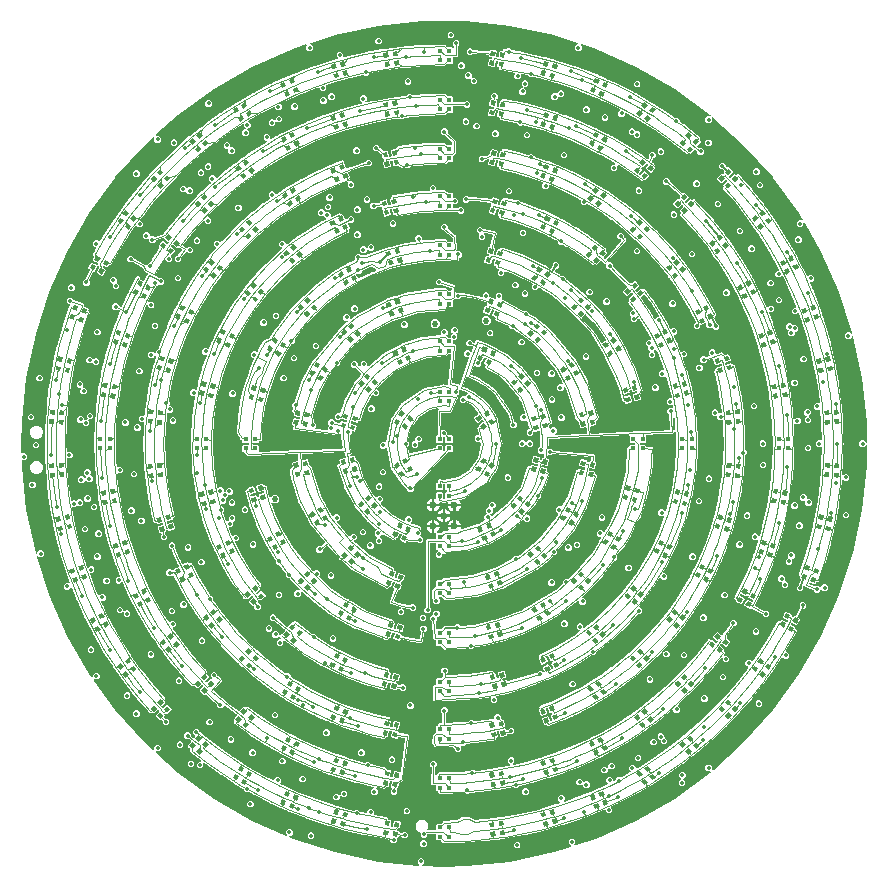
<source format=gtl>
G04 EAGLE Gerber RS-274X export*
G75*
%MOMM*%
%FSLAX34Y34*%
%LPD*%
%INTop Copper*%
%IPPOS*%
%AMOC8*
5,1,8,0,0,1.08239X$1,22.5*%
G01*
%ADD10R,0.400000X0.400000*%
%ADD11R,0.400000X0.400000*%
%ADD12C,0.600000*%
%ADD13C,0.101000*%
%ADD14C,0.101600*%
%ADD15C,0.352400*%
%ADD16C,0.152400*%
%ADD17C,0.203200*%
%ADD18C,0.525000*%
%ADD19C,0.150000*%
%ADD20C,0.304800*%

G36*
X18728Y-357731D02*
X18728Y-357731D01*
X18750Y-357727D01*
X18788Y-357727D01*
X55999Y-353816D01*
X56025Y-353809D01*
X56077Y-353804D01*
X92676Y-346024D01*
X92702Y-346014D01*
X92753Y-346004D01*
X107162Y-341322D01*
X107166Y-341320D01*
X107170Y-341319D01*
X107274Y-341264D01*
X107381Y-341209D01*
X107383Y-341206D01*
X107387Y-341204D01*
X107469Y-341118D01*
X107552Y-341033D01*
X107554Y-341029D01*
X107556Y-341026D01*
X107607Y-340918D01*
X107658Y-340811D01*
X107658Y-340807D01*
X107660Y-340803D01*
X107673Y-340685D01*
X107687Y-340566D01*
X107687Y-340562D01*
X107687Y-340559D01*
X107662Y-340442D01*
X107638Y-340326D01*
X107636Y-340322D01*
X107635Y-340318D01*
X107573Y-340216D01*
X107514Y-340113D01*
X107511Y-340110D01*
X107509Y-340107D01*
X107417Y-340029D01*
X107328Y-339951D01*
X107325Y-339950D01*
X107322Y-339947D01*
X107209Y-339902D01*
X107101Y-339857D01*
X107097Y-339857D01*
X107094Y-339855D01*
X107069Y-339852D01*
X105425Y-338209D01*
X105425Y-335907D01*
X107053Y-334279D01*
X109355Y-334279D01*
X110983Y-335907D01*
X110983Y-338209D01*
X110452Y-338739D01*
X110413Y-338794D01*
X110366Y-338843D01*
X110342Y-338894D01*
X110309Y-338939D01*
X110289Y-339004D01*
X110260Y-339065D01*
X110253Y-339121D01*
X110237Y-339174D01*
X110238Y-339242D01*
X110230Y-339309D01*
X110241Y-339364D01*
X110243Y-339420D01*
X110266Y-339484D01*
X110280Y-339550D01*
X110308Y-339598D01*
X110327Y-339651D01*
X110370Y-339704D01*
X110404Y-339762D01*
X110446Y-339799D01*
X110481Y-339843D01*
X110538Y-339880D01*
X110589Y-339924D01*
X110641Y-339946D01*
X110688Y-339976D01*
X110754Y-339993D01*
X110816Y-340019D01*
X110872Y-340022D01*
X110927Y-340036D01*
X110994Y-340031D01*
X111062Y-340035D01*
X111139Y-340019D01*
X111172Y-340017D01*
X111191Y-340009D01*
X111226Y-340002D01*
X128337Y-334442D01*
X128362Y-334429D01*
X128412Y-334413D01*
X162593Y-319195D01*
X162616Y-319179D01*
X162664Y-319158D01*
X195067Y-300450D01*
X195089Y-300433D01*
X195134Y-300407D01*
X225267Y-278515D01*
X225272Y-278509D01*
X225279Y-278505D01*
X225359Y-278422D01*
X225440Y-278340D01*
X225443Y-278333D01*
X225449Y-278327D01*
X225497Y-278222D01*
X225548Y-278119D01*
X225549Y-278111D01*
X225552Y-278104D01*
X225565Y-277989D01*
X225580Y-277875D01*
X225579Y-277867D01*
X225579Y-277859D01*
X225555Y-277747D01*
X225533Y-277634D01*
X225529Y-277627D01*
X225527Y-277619D01*
X225468Y-277520D01*
X225411Y-277420D01*
X225405Y-277415D01*
X225401Y-277408D01*
X225313Y-277333D01*
X225227Y-277256D01*
X225220Y-277253D01*
X225214Y-277248D01*
X225107Y-277205D01*
X225001Y-277159D01*
X224993Y-277159D01*
X224986Y-277156D01*
X224819Y-277137D01*
X222762Y-277137D01*
X221134Y-275510D01*
X221134Y-273208D01*
X222762Y-271580D01*
X225064Y-271580D01*
X226692Y-273208D01*
X226692Y-275551D01*
X226700Y-275602D01*
X226699Y-275654D01*
X226720Y-275723D01*
X226732Y-275794D01*
X226756Y-275839D01*
X226771Y-275889D01*
X226813Y-275948D01*
X226847Y-276011D01*
X226884Y-276047D01*
X226915Y-276089D01*
X226973Y-276131D01*
X227025Y-276180D01*
X227072Y-276202D01*
X227114Y-276233D01*
X227183Y-276254D01*
X227248Y-276284D01*
X227300Y-276290D01*
X227349Y-276305D01*
X227421Y-276303D01*
X227493Y-276311D01*
X227543Y-276300D01*
X227595Y-276299D01*
X227663Y-276274D01*
X227733Y-276259D01*
X227778Y-276232D01*
X227826Y-276214D01*
X227921Y-276147D01*
X227944Y-276133D01*
X227950Y-276125D01*
X227963Y-276117D01*
X253272Y-253328D01*
X253289Y-253307D01*
X253328Y-253272D01*
X278364Y-225466D01*
X278379Y-225443D01*
X278414Y-225404D01*
X300407Y-195134D01*
X300420Y-195109D01*
X300450Y-195067D01*
X319158Y-162664D01*
X319168Y-162638D01*
X319195Y-162593D01*
X334413Y-128412D01*
X334420Y-128385D01*
X334442Y-128337D01*
X346004Y-92753D01*
X346008Y-92725D01*
X346024Y-92676D01*
X353804Y-56077D01*
X353805Y-56050D01*
X353816Y-55999D01*
X357727Y-18788D01*
X357726Y-18766D01*
X357731Y-18728D01*
X358175Y-1771D01*
X358164Y-1690D01*
X358162Y-1609D01*
X358148Y-1569D01*
X358142Y-1527D01*
X358105Y-1454D01*
X358078Y-1378D01*
X358051Y-1345D01*
X358032Y-1307D01*
X357975Y-1249D01*
X357924Y-1186D01*
X357888Y-1163D01*
X357859Y-1133D01*
X357786Y-1097D01*
X357717Y-1053D01*
X357676Y-1042D01*
X357638Y-1024D01*
X357558Y-1012D01*
X357478Y-992D01*
X357436Y-996D01*
X357395Y-990D01*
X357314Y-1005D01*
X357233Y-1012D01*
X357194Y-1028D01*
X357153Y-1036D01*
X357082Y-1076D01*
X357007Y-1108D01*
X356964Y-1143D01*
X356939Y-1157D01*
X356919Y-1178D01*
X356876Y-1213D01*
X355310Y-2779D01*
X353008Y-2779D01*
X351380Y-1151D01*
X351380Y1151D01*
X353008Y2779D01*
X355310Y2779D01*
X356876Y1213D01*
X356942Y1165D01*
X357003Y1111D01*
X357041Y1094D01*
X357076Y1069D01*
X357154Y1045D01*
X357228Y1013D01*
X357270Y1009D01*
X357311Y997D01*
X357392Y999D01*
X357474Y992D01*
X357514Y1002D01*
X357557Y1003D01*
X357633Y1031D01*
X357712Y1051D01*
X357748Y1073D01*
X357788Y1088D01*
X357851Y1139D01*
X357920Y1182D01*
X357947Y1215D01*
X357980Y1241D01*
X358024Y1310D01*
X358075Y1373D01*
X358090Y1413D01*
X358113Y1448D01*
X358133Y1527D01*
X358161Y1604D01*
X358166Y1659D01*
X358173Y1687D01*
X358170Y1715D01*
X358175Y1771D01*
X357731Y18728D01*
X357727Y18750D01*
X357727Y18788D01*
X353816Y55999D01*
X353809Y56025D01*
X353804Y56077D01*
X346431Y90765D01*
X346415Y90806D01*
X346407Y90850D01*
X346370Y90920D01*
X346341Y90994D01*
X346313Y91028D01*
X346292Y91067D01*
X346235Y91122D01*
X346184Y91183D01*
X346146Y91206D01*
X346114Y91236D01*
X346042Y91270D01*
X345974Y91312D01*
X345931Y91321D01*
X345891Y91340D01*
X345812Y91349D01*
X345734Y91367D01*
X345690Y91362D01*
X345647Y91367D01*
X345569Y91350D01*
X345489Y91342D01*
X345449Y91324D01*
X345406Y91315D01*
X345338Y91274D01*
X345265Y91241D01*
X345233Y91211D01*
X345195Y91189D01*
X345143Y91128D01*
X345085Y91074D01*
X345064Y91035D01*
X345035Y91002D01*
X345005Y90928D01*
X344967Y90858D01*
X344960Y90815D01*
X344943Y90774D01*
X344927Y90629D01*
X344925Y90616D01*
X344925Y90611D01*
X344925Y90607D01*
X344925Y90398D01*
X343297Y88770D01*
X340995Y88770D01*
X339367Y90398D01*
X339367Y92700D01*
X340995Y94328D01*
X343297Y94328D01*
X344307Y93318D01*
X344362Y93279D01*
X344410Y93231D01*
X344461Y93207D01*
X344506Y93175D01*
X344571Y93155D01*
X344632Y93125D01*
X344688Y93119D01*
X344741Y93102D01*
X344809Y93104D01*
X344876Y93096D01*
X344931Y93107D01*
X344987Y93109D01*
X345051Y93132D01*
X345117Y93146D01*
X345166Y93174D01*
X345218Y93193D01*
X345271Y93235D01*
X345330Y93270D01*
X345367Y93312D01*
X345410Y93347D01*
X345447Y93404D01*
X345492Y93455D01*
X345513Y93507D01*
X345543Y93554D01*
X345560Y93619D01*
X345586Y93682D01*
X345590Y93738D01*
X345603Y93792D01*
X345598Y93860D01*
X345603Y93927D01*
X345587Y94005D01*
X345584Y94037D01*
X345576Y94057D01*
X345569Y94092D01*
X334442Y128337D01*
X334429Y128362D01*
X334413Y128412D01*
X319195Y162593D01*
X319179Y162616D01*
X319158Y162664D01*
X305380Y186529D01*
X305350Y186566D01*
X305327Y186609D01*
X305272Y186661D01*
X305224Y186719D01*
X305184Y186745D01*
X305149Y186778D01*
X305080Y186810D01*
X305016Y186850D01*
X304969Y186861D01*
X304926Y186882D01*
X304850Y186890D01*
X304777Y186908D01*
X304729Y186903D01*
X304681Y186909D01*
X304607Y186893D01*
X304532Y186886D01*
X304488Y186867D01*
X304441Y186856D01*
X304376Y186818D01*
X304306Y186787D01*
X304271Y186755D01*
X304230Y186730D01*
X304181Y186673D01*
X304124Y186622D01*
X304101Y186580D01*
X304070Y186543D01*
X304042Y186473D01*
X304005Y186407D01*
X303996Y186360D01*
X303978Y186315D01*
X303964Y186187D01*
X303960Y186165D01*
X303961Y186158D01*
X303960Y186148D01*
X303960Y185153D01*
X302332Y183526D01*
X300030Y183526D01*
X298402Y185153D01*
X298402Y187455D01*
X300030Y189083D01*
X302587Y189083D01*
X302681Y189098D01*
X302776Y189107D01*
X302802Y189118D01*
X302830Y189123D01*
X302914Y189167D01*
X303001Y189206D01*
X303022Y189225D01*
X303047Y189238D01*
X303113Y189307D01*
X303183Y189371D01*
X303197Y189396D01*
X303216Y189416D01*
X303257Y189503D01*
X303303Y189586D01*
X303308Y189614D01*
X303320Y189639D01*
X303331Y189734D01*
X303348Y189828D01*
X303344Y189856D01*
X303347Y189884D01*
X303327Y189977D01*
X303314Y190071D01*
X303299Y190104D01*
X303295Y190124D01*
X303278Y190152D01*
X303246Y190225D01*
X300450Y195067D01*
X300433Y195089D01*
X300407Y195134D01*
X278414Y225404D01*
X278395Y225424D01*
X278364Y225466D01*
X253328Y253272D01*
X253307Y253289D01*
X253272Y253328D01*
X227862Y276208D01*
X227818Y276236D01*
X227780Y276271D01*
X227715Y276302D01*
X227655Y276340D01*
X227604Y276353D01*
X227557Y276375D01*
X227486Y276383D01*
X227416Y276400D01*
X227364Y276396D01*
X227313Y276402D01*
X227243Y276387D01*
X227171Y276381D01*
X227123Y276361D01*
X227072Y276350D01*
X227011Y276313D01*
X226945Y276285D01*
X226906Y276250D01*
X226861Y276224D01*
X226815Y276169D01*
X226761Y276121D01*
X226735Y276076D01*
X226701Y276037D01*
X226675Y275970D01*
X226639Y275908D01*
X226629Y275857D01*
X226609Y275809D01*
X226597Y275693D01*
X226591Y275666D01*
X226593Y275657D01*
X226591Y275642D01*
X226591Y273287D01*
X224963Y271659D01*
X222661Y271659D01*
X221034Y273287D01*
X221034Y275589D01*
X222661Y277217D01*
X224710Y277217D01*
X224718Y277218D01*
X224726Y277217D01*
X224839Y277238D01*
X224953Y277256D01*
X224960Y277260D01*
X224968Y277262D01*
X225069Y277318D01*
X225170Y277371D01*
X225176Y277377D01*
X225183Y277381D01*
X225261Y277467D01*
X225340Y277550D01*
X225343Y277557D01*
X225348Y277563D01*
X225395Y277668D01*
X225443Y277773D01*
X225444Y277781D01*
X225447Y277788D01*
X225458Y277903D01*
X225470Y278017D01*
X225469Y278025D01*
X225469Y278033D01*
X225443Y278145D01*
X225418Y278258D01*
X225414Y278265D01*
X225412Y278272D01*
X225351Y278370D01*
X225292Y278469D01*
X225286Y278474D01*
X225282Y278481D01*
X225158Y278594D01*
X195134Y300407D01*
X195109Y300420D01*
X195067Y300450D01*
X162664Y319158D01*
X162638Y319168D01*
X162593Y319195D01*
X128412Y334413D01*
X128385Y334420D01*
X128337Y334442D01*
X116500Y338288D01*
X116467Y338293D01*
X116440Y338304D01*
X116399Y338308D01*
X116368Y338318D01*
X116322Y338317D01*
X116278Y338322D01*
X116256Y338325D01*
X116190Y338314D01*
X116122Y338312D01*
X116069Y338293D01*
X116014Y338283D01*
X115955Y338251D01*
X115891Y338227D01*
X115847Y338192D01*
X115798Y338166D01*
X115752Y338116D01*
X115699Y338074D01*
X115669Y338027D01*
X115630Y337986D01*
X115603Y337924D01*
X115566Y337867D01*
X115552Y337813D01*
X115529Y337761D01*
X115522Y337694D01*
X115506Y337628D01*
X115510Y337572D01*
X115505Y337517D01*
X115520Y337451D01*
X115525Y337383D01*
X115547Y337332D01*
X115559Y337277D01*
X115595Y337219D01*
X115621Y337157D01*
X115670Y337095D01*
X115685Y337070D01*
X115686Y337070D01*
X115688Y337067D01*
X115704Y337054D01*
X115726Y337026D01*
X116219Y336532D01*
X116219Y334230D01*
X114592Y332603D01*
X112290Y332603D01*
X110662Y334230D01*
X110662Y336532D01*
X112329Y338200D01*
X112330Y338200D01*
X112333Y338202D01*
X112337Y338202D01*
X112444Y338260D01*
X112547Y338315D01*
X112550Y338318D01*
X112553Y338320D01*
X112635Y338408D01*
X112716Y338493D01*
X112718Y338497D01*
X112721Y338500D01*
X112770Y338609D01*
X112820Y338716D01*
X112820Y338720D01*
X112822Y338724D01*
X112834Y338843D01*
X112847Y338961D01*
X112846Y338965D01*
X112847Y338969D01*
X112820Y339085D01*
X112795Y339201D01*
X112793Y339205D01*
X112792Y339209D01*
X112729Y339311D01*
X112669Y339412D01*
X112666Y339415D01*
X112664Y339418D01*
X112572Y339495D01*
X112482Y339572D01*
X112478Y339574D01*
X112475Y339576D01*
X112322Y339645D01*
X92753Y346004D01*
X92725Y346008D01*
X92676Y346024D01*
X56077Y353804D01*
X56050Y353805D01*
X55999Y353816D01*
X18788Y357727D01*
X18766Y357726D01*
X18728Y357731D01*
X20Y358221D01*
X5Y358219D01*
X-20Y358221D01*
X-18728Y357731D01*
X-18750Y357727D01*
X-18788Y357727D01*
X-55999Y353816D01*
X-56025Y353809D01*
X-56077Y353804D01*
X-92676Y346024D01*
X-92702Y346014D01*
X-92753Y346004D01*
X-112771Y339500D01*
X-112838Y339465D01*
X-112909Y339439D01*
X-112946Y339409D01*
X-112989Y339387D01*
X-113042Y339333D01*
X-113101Y339285D01*
X-113127Y339245D01*
X-113160Y339210D01*
X-113193Y339142D01*
X-113234Y339078D01*
X-113246Y339032D01*
X-113266Y338988D01*
X-113275Y338913D01*
X-113294Y338840D01*
X-113290Y338792D01*
X-113296Y338744D01*
X-113281Y338670D01*
X-113275Y338595D01*
X-113256Y338550D01*
X-113246Y338503D01*
X-113208Y338438D01*
X-113178Y338368D01*
X-113138Y338318D01*
X-113122Y338291D01*
X-113103Y338274D01*
X-113074Y338237D01*
X-111267Y336431D01*
X-111267Y334129D01*
X-112895Y332501D01*
X-115197Y332501D01*
X-116825Y334129D01*
X-116825Y336431D01*
X-116472Y336783D01*
X-116433Y336838D01*
X-116386Y336887D01*
X-116362Y336937D01*
X-116329Y336983D01*
X-116309Y337048D01*
X-116280Y337109D01*
X-116273Y337165D01*
X-116257Y337218D01*
X-116258Y337286D01*
X-116250Y337353D01*
X-116262Y337408D01*
X-116263Y337464D01*
X-116286Y337528D01*
X-116300Y337594D01*
X-116328Y337642D01*
X-116347Y337695D01*
X-116390Y337748D01*
X-116424Y337806D01*
X-116466Y337843D01*
X-116501Y337887D01*
X-116558Y337923D01*
X-116609Y337968D01*
X-116661Y337990D01*
X-116708Y338020D01*
X-116774Y338036D01*
X-116836Y338063D01*
X-116892Y338066D01*
X-116947Y338080D01*
X-117014Y338075D01*
X-117082Y338079D01*
X-117159Y338064D01*
X-117192Y338061D01*
X-117211Y338053D01*
X-117246Y338046D01*
X-128337Y334442D01*
X-128362Y334429D01*
X-128412Y334413D01*
X-162593Y319195D01*
X-162616Y319179D01*
X-162664Y319158D01*
X-195067Y300450D01*
X-195089Y300433D01*
X-195134Y300407D01*
X-225404Y278414D01*
X-225424Y278395D01*
X-225466Y278364D01*
X-243785Y261870D01*
X-243842Y261799D01*
X-243905Y261733D01*
X-243918Y261703D01*
X-243939Y261678D01*
X-243970Y261592D01*
X-244009Y261509D01*
X-244012Y261478D01*
X-244023Y261447D01*
X-244026Y261355D01*
X-244036Y261265D01*
X-244029Y261234D01*
X-244030Y261201D01*
X-244003Y261114D01*
X-243983Y261025D01*
X-243967Y260997D01*
X-243957Y260966D01*
X-243904Y260892D01*
X-243857Y260814D01*
X-243833Y260793D01*
X-243814Y260766D01*
X-243740Y260713D01*
X-243670Y260654D01*
X-243640Y260642D01*
X-243614Y260623D01*
X-243527Y260596D01*
X-243442Y260562D01*
X-243401Y260557D01*
X-243379Y260550D01*
X-243347Y260551D01*
X-243275Y260543D01*
X-241582Y260543D01*
X-239955Y258916D01*
X-239955Y256613D01*
X-241582Y254986D01*
X-243884Y254986D01*
X-245512Y256613D01*
X-245512Y258605D01*
X-245520Y258656D01*
X-245519Y258708D01*
X-245540Y258777D01*
X-245552Y258848D01*
X-245576Y258894D01*
X-245591Y258943D01*
X-245633Y259002D01*
X-245667Y259065D01*
X-245704Y259101D01*
X-245735Y259143D01*
X-245793Y259185D01*
X-245845Y259235D01*
X-245892Y259257D01*
X-245934Y259287D01*
X-246003Y259308D01*
X-246068Y259338D01*
X-246120Y259344D01*
X-246169Y259359D01*
X-246241Y259358D01*
X-246313Y259365D01*
X-246363Y259354D01*
X-246415Y259353D01*
X-246483Y259329D01*
X-246553Y259313D01*
X-246598Y259287D01*
X-246646Y259269D01*
X-246741Y259201D01*
X-246764Y259187D01*
X-246770Y259180D01*
X-246783Y259171D01*
X-253272Y253328D01*
X-253289Y253307D01*
X-253328Y253272D01*
X-278364Y225466D01*
X-278379Y225443D01*
X-278414Y225404D01*
X-300407Y195134D01*
X-300420Y195109D01*
X-300450Y195067D01*
X-319158Y162664D01*
X-319168Y162638D01*
X-319195Y162593D01*
X-334413Y128412D01*
X-334420Y128385D01*
X-334442Y128337D01*
X-346004Y92753D01*
X-346008Y92725D01*
X-346024Y92676D01*
X-353804Y56077D01*
X-353805Y56050D01*
X-353816Y55999D01*
X-357727Y18788D01*
X-357726Y18766D01*
X-357731Y18728D01*
X-358221Y20D01*
X-358220Y12D01*
X-358221Y0D01*
X-358220Y-8D01*
X-358221Y-20D01*
X-358028Y-7402D01*
X-358026Y-7412D01*
X-358027Y-7421D01*
X-358003Y-7533D01*
X-357982Y-7644D01*
X-357977Y-7652D01*
X-357975Y-7662D01*
X-357916Y-7760D01*
X-357861Y-7858D01*
X-357854Y-7864D01*
X-357849Y-7873D01*
X-357762Y-7947D01*
X-357678Y-8022D01*
X-357669Y-8026D01*
X-357662Y-8033D01*
X-357556Y-8075D01*
X-357452Y-8120D01*
X-357443Y-8121D01*
X-357433Y-8125D01*
X-357267Y-8143D01*
X-354703Y-8143D01*
X-353075Y-9771D01*
X-353075Y-12073D01*
X-354703Y-13701D01*
X-357081Y-13701D01*
X-357111Y-13706D01*
X-357141Y-13703D01*
X-357232Y-13725D01*
X-357324Y-13740D01*
X-357350Y-13754D01*
X-357380Y-13762D01*
X-357459Y-13812D01*
X-357541Y-13856D01*
X-357562Y-13877D01*
X-357587Y-13893D01*
X-357646Y-13966D01*
X-357711Y-14034D01*
X-357723Y-14061D01*
X-357742Y-14084D01*
X-357775Y-14172D01*
X-357814Y-14257D01*
X-357818Y-14287D01*
X-357828Y-14315D01*
X-357842Y-14482D01*
X-357731Y-18728D01*
X-357730Y-18736D01*
X-357730Y-18743D01*
X-357727Y-18759D01*
X-357727Y-18788D01*
X-353816Y-55999D01*
X-353809Y-56025D01*
X-353804Y-56077D01*
X-346024Y-92676D01*
X-346014Y-92701D01*
X-346004Y-92752D01*
X-345991Y-92793D01*
X-345989Y-92797D01*
X-345988Y-92801D01*
X-345981Y-92814D01*
X-345979Y-92825D01*
X-345950Y-92873D01*
X-345941Y-92891D01*
X-345935Y-92905D01*
X-345930Y-92911D01*
X-345878Y-93012D01*
X-345875Y-93015D01*
X-345873Y-93019D01*
X-345787Y-93100D01*
X-345702Y-93183D01*
X-345698Y-93185D01*
X-345695Y-93188D01*
X-345586Y-93239D01*
X-345480Y-93289D01*
X-345475Y-93290D01*
X-345472Y-93292D01*
X-345354Y-93305D01*
X-345235Y-93319D01*
X-345231Y-93318D01*
X-345227Y-93319D01*
X-345111Y-93294D01*
X-344995Y-93270D01*
X-344991Y-93267D01*
X-344987Y-93266D01*
X-344885Y-93205D01*
X-344782Y-93146D01*
X-344779Y-93142D01*
X-344776Y-93140D01*
X-344698Y-93049D01*
X-344620Y-92961D01*
X-344619Y-92957D01*
X-344616Y-92953D01*
X-344571Y-92841D01*
X-344526Y-92733D01*
X-344525Y-92729D01*
X-344524Y-92725D01*
X-344505Y-92559D01*
X-344505Y-91875D01*
X-342878Y-90247D01*
X-340576Y-90247D01*
X-338948Y-91875D01*
X-338948Y-94177D01*
X-340576Y-95805D01*
X-342878Y-95805D01*
X-343798Y-94885D01*
X-343853Y-94845D01*
X-343901Y-94798D01*
X-343952Y-94774D01*
X-343997Y-94741D01*
X-344062Y-94721D01*
X-344123Y-94692D01*
X-344179Y-94685D01*
X-344232Y-94669D01*
X-344300Y-94671D01*
X-344367Y-94662D01*
X-344422Y-94674D01*
X-344478Y-94675D01*
X-344542Y-94698D01*
X-344608Y-94712D01*
X-344657Y-94740D01*
X-344709Y-94760D01*
X-344762Y-94802D01*
X-344821Y-94836D01*
X-344858Y-94878D01*
X-344901Y-94913D01*
X-344938Y-94970D01*
X-344983Y-95021D01*
X-345004Y-95073D01*
X-345034Y-95120D01*
X-345051Y-95186D01*
X-345077Y-95249D01*
X-345081Y-95304D01*
X-345094Y-95359D01*
X-345089Y-95426D01*
X-345094Y-95494D01*
X-345078Y-95571D01*
X-345075Y-95604D01*
X-345067Y-95623D01*
X-345060Y-95658D01*
X-334442Y-128337D01*
X-334429Y-128362D01*
X-334413Y-128412D01*
X-319195Y-162593D01*
X-319179Y-162616D01*
X-319158Y-162664D01*
X-300450Y-195067D01*
X-300433Y-195089D01*
X-300407Y-195134D01*
X-298738Y-197432D01*
X-298732Y-197438D01*
X-298728Y-197445D01*
X-298645Y-197524D01*
X-298563Y-197605D01*
X-298556Y-197608D01*
X-298550Y-197614D01*
X-298445Y-197662D01*
X-298342Y-197713D01*
X-298334Y-197714D01*
X-298327Y-197718D01*
X-298212Y-197730D01*
X-298098Y-197745D01*
X-298090Y-197744D01*
X-298082Y-197745D01*
X-297970Y-197720D01*
X-297857Y-197698D01*
X-297850Y-197694D01*
X-297842Y-197692D01*
X-297743Y-197633D01*
X-297643Y-197576D01*
X-297638Y-197570D01*
X-297631Y-197566D01*
X-297556Y-197479D01*
X-297479Y-197393D01*
X-297476Y-197385D01*
X-297471Y-197379D01*
X-297428Y-197272D01*
X-297383Y-197167D01*
X-297382Y-197159D01*
X-297379Y-197151D01*
X-297361Y-196984D01*
X-297361Y-195447D01*
X-295733Y-193819D01*
X-293431Y-193819D01*
X-291803Y-195447D01*
X-291803Y-197749D01*
X-293431Y-199376D01*
X-295831Y-199376D01*
X-295843Y-199378D01*
X-295855Y-199377D01*
X-295964Y-199398D01*
X-296074Y-199416D01*
X-296084Y-199422D01*
X-296096Y-199424D01*
X-296193Y-199479D01*
X-296291Y-199531D01*
X-296299Y-199540D01*
X-296310Y-199546D01*
X-296384Y-199629D01*
X-296460Y-199710D01*
X-296465Y-199720D01*
X-296473Y-199729D01*
X-296517Y-199832D01*
X-296564Y-199933D01*
X-296565Y-199945D01*
X-296570Y-199956D01*
X-296579Y-200067D01*
X-296591Y-200177D01*
X-296589Y-200189D01*
X-296589Y-200201D01*
X-296562Y-200309D01*
X-296539Y-200417D01*
X-296533Y-200428D01*
X-296530Y-200439D01*
X-296447Y-200585D01*
X-278414Y-225404D01*
X-278395Y-225424D01*
X-278364Y-225466D01*
X-253328Y-253272D01*
X-253307Y-253289D01*
X-253272Y-253328D01*
X-246760Y-259191D01*
X-246716Y-259220D01*
X-246679Y-259255D01*
X-246613Y-259286D01*
X-246553Y-259324D01*
X-246503Y-259337D01*
X-246456Y-259359D01*
X-246384Y-259367D01*
X-246314Y-259384D01*
X-246263Y-259380D01*
X-246211Y-259386D01*
X-246141Y-259371D01*
X-246069Y-259365D01*
X-246021Y-259345D01*
X-245971Y-259334D01*
X-245909Y-259297D01*
X-245843Y-259269D01*
X-245804Y-259234D01*
X-245760Y-259208D01*
X-245713Y-259153D01*
X-245659Y-259105D01*
X-245633Y-259060D01*
X-245600Y-259021D01*
X-245573Y-258954D01*
X-245537Y-258892D01*
X-245527Y-258841D01*
X-245508Y-258792D01*
X-245495Y-258677D01*
X-245490Y-258650D01*
X-245491Y-258641D01*
X-245489Y-258626D01*
X-245489Y-256526D01*
X-243862Y-254898D01*
X-241560Y-254898D01*
X-239932Y-256526D01*
X-239932Y-258828D01*
X-241560Y-260455D01*
X-243373Y-260455D01*
X-243463Y-260470D01*
X-243554Y-260477D01*
X-243584Y-260490D01*
X-243616Y-260495D01*
X-243696Y-260538D01*
X-243781Y-260574D01*
X-243805Y-260595D01*
X-243833Y-260610D01*
X-243896Y-260676D01*
X-243964Y-260737D01*
X-243980Y-260765D01*
X-244003Y-260789D01*
X-244041Y-260871D01*
X-244086Y-260951D01*
X-244093Y-260982D01*
X-244106Y-261012D01*
X-244116Y-261103D01*
X-244134Y-261192D01*
X-244130Y-261224D01*
X-244133Y-261256D01*
X-244114Y-261345D01*
X-244102Y-261436D01*
X-244088Y-261465D01*
X-244081Y-261496D01*
X-244034Y-261575D01*
X-243994Y-261657D01*
X-243967Y-261688D01*
X-243955Y-261708D01*
X-243930Y-261729D01*
X-243882Y-261782D01*
X-225466Y-278364D01*
X-225443Y-278379D01*
X-225404Y-278414D01*
X-195134Y-300407D01*
X-195109Y-300420D01*
X-195067Y-300450D01*
X-162664Y-319158D01*
X-162638Y-319168D01*
X-162593Y-319195D01*
X-134307Y-331788D01*
X-134203Y-331816D01*
X-134101Y-331847D01*
X-134085Y-331847D01*
X-134069Y-331851D01*
X-133962Y-331843D01*
X-133855Y-331841D01*
X-133840Y-331835D01*
X-133824Y-331834D01*
X-133725Y-331793D01*
X-133624Y-331756D01*
X-133612Y-331746D01*
X-133597Y-331740D01*
X-133516Y-331670D01*
X-133432Y-331603D01*
X-133423Y-331589D01*
X-133411Y-331578D01*
X-133357Y-331486D01*
X-133299Y-331396D01*
X-133295Y-331380D01*
X-133287Y-331366D01*
X-133265Y-331261D01*
X-133239Y-331157D01*
X-133240Y-331141D01*
X-133237Y-331125D01*
X-133250Y-331019D01*
X-133258Y-330912D01*
X-133264Y-330897D01*
X-133266Y-330881D01*
X-133312Y-330784D01*
X-133354Y-330686D01*
X-133367Y-330670D01*
X-133372Y-330659D01*
X-133393Y-330637D01*
X-133459Y-330555D01*
X-133868Y-330146D01*
X-133868Y-327844D01*
X-132241Y-326216D01*
X-129938Y-326216D01*
X-128311Y-327844D01*
X-128311Y-330146D01*
X-129938Y-331773D01*
X-130759Y-331773D01*
X-130846Y-331788D01*
X-130933Y-331794D01*
X-130966Y-331807D01*
X-131002Y-331813D01*
X-131079Y-331854D01*
X-131160Y-331888D01*
X-131188Y-331911D01*
X-131219Y-331928D01*
X-131280Y-331992D01*
X-131346Y-332049D01*
X-131364Y-332080D01*
X-131389Y-332107D01*
X-131426Y-332186D01*
X-131470Y-332262D01*
X-131477Y-332297D01*
X-131492Y-332330D01*
X-131502Y-332417D01*
X-131520Y-332502D01*
X-131516Y-332538D01*
X-131520Y-332574D01*
X-131501Y-332660D01*
X-131490Y-332747D01*
X-131475Y-332779D01*
X-131467Y-332814D01*
X-131422Y-332890D01*
X-131385Y-332969D01*
X-131360Y-332995D01*
X-131341Y-333026D01*
X-131275Y-333083D01*
X-131214Y-333145D01*
X-131174Y-333169D01*
X-131154Y-333186D01*
X-131125Y-333197D01*
X-131069Y-333230D01*
X-128412Y-334413D01*
X-128385Y-334420D01*
X-128337Y-334442D01*
X-92753Y-346004D01*
X-92725Y-346008D01*
X-92695Y-346018D01*
X-92683Y-346023D01*
X-92680Y-346023D01*
X-92676Y-346024D01*
X-56077Y-353804D01*
X-56050Y-353805D01*
X-55999Y-353816D01*
X-21889Y-357401D01*
X-21778Y-357395D01*
X-21667Y-357392D01*
X-21655Y-357388D01*
X-21643Y-357387D01*
X-21540Y-357346D01*
X-21436Y-357308D01*
X-21426Y-357300D01*
X-21415Y-357295D01*
X-21330Y-357223D01*
X-21244Y-357154D01*
X-21237Y-357144D01*
X-21228Y-357136D01*
X-21171Y-357041D01*
X-21111Y-356947D01*
X-21108Y-356935D01*
X-21101Y-356925D01*
X-21078Y-356816D01*
X-21051Y-356708D01*
X-21052Y-356696D01*
X-21049Y-356684D01*
X-21061Y-356573D01*
X-21070Y-356463D01*
X-21074Y-356452D01*
X-21076Y-356440D01*
X-21123Y-356339D01*
X-21166Y-356237D01*
X-21175Y-356225D01*
X-21179Y-356217D01*
X-21198Y-356197D01*
X-21271Y-356106D01*
X-22528Y-354849D01*
X-22528Y-352547D01*
X-20900Y-350919D01*
X-18598Y-350919D01*
X-16970Y-352547D01*
X-16970Y-354849D01*
X-18571Y-356450D01*
X-18607Y-356500D01*
X-18651Y-356543D01*
X-18678Y-356599D01*
X-18714Y-356649D01*
X-18732Y-356708D01*
X-18760Y-356764D01*
X-18768Y-356825D01*
X-18787Y-356884D01*
X-18785Y-356946D01*
X-18793Y-357007D01*
X-18782Y-357068D01*
X-18780Y-357130D01*
X-18759Y-357188D01*
X-18747Y-357249D01*
X-18717Y-357303D01*
X-18696Y-357361D01*
X-18657Y-357410D01*
X-18627Y-357463D01*
X-18581Y-357505D01*
X-18542Y-357553D01*
X-18490Y-357587D01*
X-18444Y-357628D01*
X-18387Y-357653D01*
X-18335Y-357686D01*
X-18275Y-357701D01*
X-18219Y-357726D01*
X-18128Y-357738D01*
X-18097Y-357746D01*
X-18080Y-357745D01*
X-18052Y-357749D01*
X-20Y-358221D01*
X-5Y-358219D01*
X20Y-358221D01*
X18728Y-357731D01*
G37*
%LPC*%
G36*
X41013Y-219695D02*
X41013Y-219695D01*
X39385Y-218067D01*
X39385Y-215710D01*
X39389Y-215705D01*
X39396Y-215683D01*
X39408Y-215663D01*
X39432Y-215566D01*
X39461Y-215470D01*
X39461Y-215447D01*
X39466Y-215424D01*
X39457Y-215324D01*
X39455Y-215224D01*
X39447Y-215202D01*
X39445Y-215179D01*
X39405Y-215087D01*
X39371Y-214993D01*
X39356Y-214975D01*
X39346Y-214953D01*
X39279Y-214879D01*
X39217Y-214801D01*
X39197Y-214789D01*
X39181Y-214771D01*
X39094Y-214722D01*
X39010Y-214668D01*
X38987Y-214662D01*
X38967Y-214651D01*
X38869Y-214633D01*
X38771Y-214608D01*
X38748Y-214610D01*
X38725Y-214606D01*
X38558Y-214620D01*
X38235Y-214685D01*
X38171Y-214709D01*
X38103Y-214724D01*
X38056Y-214752D01*
X38006Y-214771D01*
X37361Y-214861D01*
X37345Y-214866D01*
X37317Y-214868D01*
X36659Y-215000D01*
X36602Y-214985D01*
X36525Y-214988D01*
X36493Y-214984D01*
X36471Y-214989D01*
X36434Y-214990D01*
X27229Y-216275D01*
X27165Y-216295D01*
X27097Y-216305D01*
X27048Y-216331D01*
X26995Y-216347D01*
X26992Y-216349D01*
X26349Y-216399D01*
X26332Y-216403D01*
X26302Y-216404D01*
X25645Y-216496D01*
X25584Y-216476D01*
X25506Y-216474D01*
X25473Y-216468D01*
X25452Y-216472D01*
X25416Y-216471D01*
X17295Y-217095D01*
X17212Y-217116D01*
X17204Y-217117D01*
X16366Y-217167D01*
X16361Y-217168D01*
X16353Y-217168D01*
X15549Y-217230D01*
X15542Y-217229D01*
X15516Y-217223D01*
X15486Y-217226D01*
X15425Y-217223D01*
X4543Y-217876D01*
X4467Y-217893D01*
X4391Y-217901D01*
X4359Y-217915D01*
X3632Y-217931D01*
X3621Y-217933D01*
X3604Y-217933D01*
X2884Y-217976D01*
X2860Y-217967D01*
X2798Y-217962D01*
X2769Y-217954D01*
X2742Y-217957D01*
X2693Y-217952D01*
X-6923Y-218166D01*
X-7005Y-218181D01*
X-7075Y-218187D01*
X-7849Y-218187D01*
X-7855Y-218188D01*
X-7866Y-218187D01*
X-8491Y-218201D01*
X-8934Y-217758D01*
X-8940Y-217754D01*
X-8946Y-217746D01*
X-9399Y-217314D01*
X-9399Y-216687D01*
X-9400Y-216681D01*
X-9399Y-216671D01*
X-9416Y-215901D01*
X-9411Y-215859D01*
X-9404Y-215832D01*
X-9405Y-215803D01*
X-9399Y-215745D01*
X-9399Y-215538D01*
X-9412Y-215459D01*
X-9416Y-215379D01*
X-9421Y-215365D01*
X-9399Y-214619D01*
X-9400Y-214610D01*
X-9399Y-214597D01*
X-9399Y-213853D01*
X-9395Y-213844D01*
X-9387Y-213787D01*
X-9378Y-213759D01*
X-9379Y-213731D01*
X-9371Y-213678D01*
X-9146Y-206030D01*
X-9149Y-206010D01*
X-9147Y-205976D01*
X-9172Y-205362D01*
X-8725Y-204940D01*
X-8713Y-204924D01*
X-8687Y-204902D01*
X-8271Y-204449D01*
X-7800Y-204463D01*
X-7770Y-204459D01*
X-7739Y-204463D01*
X-7648Y-204443D01*
X-7557Y-204431D01*
X-7529Y-204417D01*
X-7498Y-204410D01*
X-7419Y-204363D01*
X-7336Y-204322D01*
X-7314Y-204300D01*
X-7287Y-204284D01*
X-7227Y-204214D01*
X-7161Y-204149D01*
X-7147Y-204121D01*
X-7127Y-204097D01*
X-7093Y-204011D01*
X-7051Y-203929D01*
X-7047Y-203898D01*
X-7035Y-203869D01*
X-7017Y-203702D01*
X-7017Y-199179D01*
X-6421Y-198583D01*
X-3369Y-198583D01*
X-3286Y-198570D01*
X-3203Y-198565D01*
X-3166Y-198550D01*
X-3126Y-198544D01*
X-3052Y-198504D01*
X-2974Y-198473D01*
X-2933Y-198441D01*
X-2909Y-198428D01*
X-2888Y-198407D01*
X-2841Y-198371D01*
X-1504Y-197085D01*
X-1445Y-197006D01*
X-1381Y-196931D01*
X-1372Y-196908D01*
X-1357Y-196888D01*
X-1326Y-196795D01*
X-1289Y-196703D01*
X-1286Y-196672D01*
X-1280Y-196655D01*
X-1280Y-196622D01*
X-1271Y-196536D01*
X-1271Y-194998D01*
X-1285Y-194908D01*
X-1293Y-194817D01*
X-1305Y-194788D01*
X-1310Y-194756D01*
X-1353Y-194675D01*
X-1389Y-194591D01*
X-1415Y-194559D01*
X-1426Y-194538D01*
X-1449Y-194516D01*
X-1494Y-194460D01*
X-2525Y-193429D01*
X-2525Y-191127D01*
X-897Y-189499D01*
X1405Y-189499D01*
X3033Y-191127D01*
X3033Y-193429D01*
X2002Y-194460D01*
X1949Y-194534D01*
X1889Y-194603D01*
X1877Y-194634D01*
X1858Y-194660D01*
X1831Y-194747D01*
X1797Y-194832D01*
X1793Y-194873D01*
X1786Y-194895D01*
X1787Y-194927D01*
X1779Y-194998D01*
X1779Y-195141D01*
X1785Y-195180D01*
X1783Y-195219D01*
X1805Y-195301D01*
X1818Y-195384D01*
X1837Y-195419D01*
X1847Y-195457D01*
X1894Y-195527D01*
X1934Y-195602D01*
X1962Y-195629D01*
X1984Y-195661D01*
X2051Y-195713D01*
X2112Y-195771D01*
X2148Y-195787D01*
X2178Y-195811D01*
X2258Y-195839D01*
X2335Y-195875D01*
X2374Y-195879D01*
X2411Y-195892D01*
X2578Y-195902D01*
X20246Y-195010D01*
X20272Y-195004D01*
X20322Y-195002D01*
X39721Y-192041D01*
X39741Y-192035D01*
X39775Y-192031D01*
X40411Y-191886D01*
X40875Y-192227D01*
X40893Y-192236D01*
X40921Y-192258D01*
X41472Y-192605D01*
X41559Y-193174D01*
X41566Y-193194D01*
X41570Y-193228D01*
X41611Y-193410D01*
X41618Y-193428D01*
X41621Y-193448D01*
X41665Y-193542D01*
X41704Y-193638D01*
X41716Y-193653D01*
X41725Y-193671D01*
X41797Y-193746D01*
X41864Y-193824D01*
X41881Y-193834D01*
X41895Y-193848D01*
X41987Y-193897D01*
X42076Y-193950D01*
X42095Y-193954D01*
X42112Y-193963D01*
X42215Y-193979D01*
X42316Y-194001D01*
X42336Y-193999D01*
X42355Y-194002D01*
X42522Y-193983D01*
X42656Y-193953D01*
X43369Y-194401D01*
X44282Y-198420D01*
X44290Y-198440D01*
X44292Y-198461D01*
X44336Y-198553D01*
X44374Y-198648D01*
X44388Y-198664D01*
X44397Y-198684D01*
X44468Y-198757D01*
X44535Y-198835D01*
X44553Y-198846D01*
X44568Y-198861D01*
X44658Y-198908D01*
X44746Y-198960D01*
X44767Y-198965D01*
X44786Y-198975D01*
X44887Y-198991D01*
X44987Y-199012D01*
X45008Y-199010D01*
X45029Y-199013D01*
X45195Y-198993D01*
X45558Y-198910D01*
X45599Y-198893D01*
X45643Y-198885D01*
X45712Y-198847D01*
X45785Y-198817D01*
X45819Y-198787D01*
X45858Y-198766D01*
X45911Y-198707D01*
X45971Y-198656D01*
X45994Y-198617D01*
X46024Y-198584D01*
X46088Y-198457D01*
X46096Y-198444D01*
X46097Y-198440D01*
X46100Y-198435D01*
X46146Y-198311D01*
X46148Y-198298D01*
X46155Y-198285D01*
X46172Y-198177D01*
X46193Y-198070D01*
X46192Y-198056D01*
X46194Y-198043D01*
X46175Y-197876D01*
X45287Y-193966D01*
X45735Y-193253D01*
X50457Y-192180D01*
X51170Y-192629D01*
X52243Y-197351D01*
X51794Y-198064D01*
X49681Y-198544D01*
X49638Y-198561D01*
X49593Y-198569D01*
X49525Y-198607D01*
X49453Y-198636D01*
X49418Y-198666D01*
X49378Y-198688D01*
X49325Y-198746D01*
X49266Y-198797D01*
X49243Y-198836D01*
X49212Y-198870D01*
X49150Y-198992D01*
X49141Y-199008D01*
X49140Y-199013D01*
X49136Y-199020D01*
X48950Y-199517D01*
X48928Y-199632D01*
X48903Y-199746D01*
X48904Y-199752D01*
X48903Y-199759D01*
X48918Y-199876D01*
X48931Y-199991D01*
X48933Y-199996D01*
X48934Y-200003D01*
X48986Y-200108D01*
X49035Y-200214D01*
X49039Y-200218D01*
X49042Y-200224D01*
X49124Y-200307D01*
X49205Y-200391D01*
X49210Y-200394D01*
X49215Y-200399D01*
X49319Y-200452D01*
X49422Y-200506D01*
X49429Y-200507D01*
X49434Y-200510D01*
X49551Y-200527D01*
X49665Y-200545D01*
X49673Y-200544D01*
X49678Y-200545D01*
X49696Y-200542D01*
X49832Y-200526D01*
X52230Y-199981D01*
X52949Y-200434D01*
X52953Y-200459D01*
X52993Y-200535D01*
X53025Y-200614D01*
X53050Y-200643D01*
X53067Y-200677D01*
X53129Y-200736D01*
X53185Y-200801D01*
X53218Y-200820D01*
X53245Y-200846D01*
X53323Y-200883D01*
X53397Y-200927D01*
X53434Y-200935D01*
X53468Y-200951D01*
X53554Y-200960D01*
X53637Y-200978D01*
X53675Y-200974D01*
X53713Y-200978D01*
X53878Y-200952D01*
X53882Y-200951D01*
X65892Y-197622D01*
X65895Y-197621D01*
X65898Y-197621D01*
X77949Y-194183D01*
X77983Y-194167D01*
X78020Y-194159D01*
X78094Y-194115D01*
X78171Y-194078D01*
X78199Y-194052D01*
X78231Y-194032D01*
X78287Y-193967D01*
X78349Y-193908D01*
X78366Y-193874D01*
X78391Y-193846D01*
X78423Y-193766D01*
X78446Y-193723D01*
X80129Y-192039D01*
X82431Y-192039D01*
X83641Y-193249D01*
X83738Y-193319D01*
X83834Y-193389D01*
X83838Y-193391D01*
X83841Y-193393D01*
X83954Y-193428D01*
X84068Y-193464D01*
X84072Y-193464D01*
X84076Y-193465D01*
X84194Y-193462D01*
X84314Y-193460D01*
X84318Y-193459D01*
X84322Y-193459D01*
X84433Y-193418D01*
X84546Y-193378D01*
X84549Y-193376D01*
X84553Y-193375D01*
X84646Y-193300D01*
X84739Y-193227D01*
X84742Y-193223D01*
X84745Y-193221D01*
X84810Y-193120D01*
X84875Y-193021D01*
X84876Y-193017D01*
X84878Y-193014D01*
X84907Y-192898D01*
X84937Y-192783D01*
X84937Y-192779D01*
X84938Y-192775D01*
X84929Y-192657D01*
X84921Y-192538D01*
X84919Y-192533D01*
X84919Y-192530D01*
X84914Y-192518D01*
X84865Y-192380D01*
X83576Y-189715D01*
X83853Y-188919D01*
X88213Y-186812D01*
X89008Y-187089D01*
X90556Y-190289D01*
X90567Y-190305D01*
X90573Y-190323D01*
X90637Y-190405D01*
X90697Y-190490D01*
X90713Y-190502D01*
X90725Y-190517D01*
X90811Y-190574D01*
X90895Y-190636D01*
X90914Y-190642D01*
X90930Y-190652D01*
X91030Y-190679D01*
X91129Y-190711D01*
X91149Y-190710D01*
X91168Y-190715D01*
X91271Y-190709D01*
X91375Y-190707D01*
X91394Y-190701D01*
X91413Y-190699D01*
X91571Y-190644D01*
X91971Y-190451D01*
X91988Y-190439D01*
X92007Y-190432D01*
X92089Y-190369D01*
X92173Y-190310D01*
X92185Y-190293D01*
X92201Y-190281D01*
X92258Y-190194D01*
X92319Y-190112D01*
X92325Y-190092D01*
X92336Y-190075D01*
X92362Y-189976D01*
X92394Y-189877D01*
X92394Y-189857D01*
X92399Y-189837D01*
X92392Y-189735D01*
X92390Y-189632D01*
X92384Y-189612D01*
X92382Y-189592D01*
X92326Y-189434D01*
X90779Y-186233D01*
X91056Y-185437D01*
X91360Y-185290D01*
X91383Y-185274D01*
X91410Y-185264D01*
X91484Y-185203D01*
X91561Y-185149D01*
X91578Y-185126D01*
X91600Y-185108D01*
X91651Y-185027D01*
X91707Y-184951D01*
X91715Y-184923D01*
X91731Y-184899D01*
X91753Y-184807D01*
X91782Y-184716D01*
X91781Y-184688D01*
X91788Y-184660D01*
X91779Y-184565D01*
X91778Y-184471D01*
X91768Y-184443D01*
X91766Y-184415D01*
X91706Y-184258D01*
X91671Y-184190D01*
X91667Y-184184D01*
X91662Y-184173D01*
X91486Y-183849D01*
X91485Y-183848D01*
X91485Y-183847D01*
X91410Y-183752D01*
X91335Y-183655D01*
X91334Y-183655D01*
X91333Y-183654D01*
X91232Y-183587D01*
X91130Y-183520D01*
X91128Y-183519D01*
X91010Y-183488D01*
X90892Y-183456D01*
X90891Y-183456D01*
X90890Y-183456D01*
X90767Y-183464D01*
X90646Y-183472D01*
X90645Y-183472D01*
X90644Y-183473D01*
X90486Y-183528D01*
X90200Y-183667D01*
X89405Y-183390D01*
X87548Y-179549D01*
X87537Y-179533D01*
X87530Y-179515D01*
X87466Y-179433D01*
X87407Y-179348D01*
X87391Y-179337D01*
X87379Y-179321D01*
X87292Y-179264D01*
X87208Y-179202D01*
X87190Y-179197D01*
X87174Y-179186D01*
X87073Y-179159D01*
X86974Y-179128D01*
X86955Y-179128D01*
X86936Y-179123D01*
X86832Y-179130D01*
X86728Y-179131D01*
X86710Y-179138D01*
X86691Y-179139D01*
X86532Y-179195D01*
X86132Y-179388D01*
X86116Y-179399D01*
X86096Y-179406D01*
X86015Y-179470D01*
X85931Y-179529D01*
X85919Y-179545D01*
X85903Y-179558D01*
X85846Y-179644D01*
X85785Y-179727D01*
X85779Y-179746D01*
X85767Y-179763D01*
X85741Y-179863D01*
X85710Y-179961D01*
X85710Y-179981D01*
X85705Y-180001D01*
X85712Y-180104D01*
X85712Y-180111D01*
X85710Y-180128D01*
X85712Y-180139D01*
X85713Y-180207D01*
X85720Y-180226D01*
X85721Y-180247D01*
X85758Y-180351D01*
X85762Y-180369D01*
X85768Y-180378D01*
X85777Y-180405D01*
X87634Y-184246D01*
X87357Y-185041D01*
X82997Y-187149D01*
X82202Y-186872D01*
X80094Y-182512D01*
X80437Y-181529D01*
X80454Y-181505D01*
X80461Y-181486D01*
X80471Y-181470D01*
X80498Y-181370D01*
X80530Y-181271D01*
X80529Y-181251D01*
X80534Y-181232D01*
X80527Y-181128D01*
X80526Y-181025D01*
X80519Y-181006D01*
X80518Y-180987D01*
X80462Y-180828D01*
X80358Y-180612D01*
X80343Y-180590D01*
X80320Y-180543D01*
X80025Y-180065D01*
X80027Y-180035D01*
X80015Y-179987D01*
X80202Y-179452D01*
X80206Y-179425D01*
X80224Y-179376D01*
X80353Y-178830D01*
X80376Y-178810D01*
X80401Y-178767D01*
X80911Y-178521D01*
X80934Y-178505D01*
X80981Y-178483D01*
X81458Y-178188D01*
X81488Y-178190D01*
X81538Y-178177D01*
X81590Y-178174D01*
X81700Y-178135D01*
X81726Y-178128D01*
X81734Y-178123D01*
X81748Y-178118D01*
X82255Y-177874D01*
X82280Y-177865D01*
X93723Y-172353D01*
X93744Y-172338D01*
X93787Y-172318D01*
X109905Y-162526D01*
X109924Y-162509D01*
X109965Y-162485D01*
X114671Y-158966D01*
X114673Y-158964D01*
X114675Y-158963D01*
X114758Y-158876D01*
X114842Y-158789D01*
X114843Y-158787D01*
X114845Y-158785D01*
X114895Y-158676D01*
X114947Y-158567D01*
X114947Y-158564D01*
X114948Y-158562D01*
X114962Y-158443D01*
X114976Y-158323D01*
X114975Y-158320D01*
X114976Y-158317D01*
X114950Y-158200D01*
X114925Y-158082D01*
X114924Y-158079D01*
X114923Y-158077D01*
X114863Y-157976D01*
X114801Y-157870D01*
X114799Y-157868D01*
X114797Y-157866D01*
X114705Y-157787D01*
X114615Y-157709D01*
X114612Y-157708D01*
X114610Y-157706D01*
X114499Y-157661D01*
X114387Y-157615D01*
X114385Y-157615D01*
X114382Y-157614D01*
X114215Y-157595D01*
X113753Y-157595D01*
X112125Y-155968D01*
X112125Y-153666D01*
X113753Y-152038D01*
X116055Y-152038D01*
X117683Y-153666D01*
X117683Y-155119D01*
X117694Y-155188D01*
X117695Y-155257D01*
X117714Y-155308D01*
X117723Y-155362D01*
X117755Y-155423D01*
X117778Y-155489D01*
X117812Y-155531D01*
X117838Y-155580D01*
X117888Y-155627D01*
X117931Y-155682D01*
X117977Y-155711D01*
X118016Y-155749D01*
X118079Y-155778D01*
X118137Y-155816D01*
X118190Y-155830D01*
X118239Y-155853D01*
X118308Y-155860D01*
X118375Y-155878D01*
X118429Y-155874D01*
X118484Y-155880D01*
X118551Y-155865D01*
X118620Y-155860D01*
X118671Y-155839D01*
X118724Y-155827D01*
X118783Y-155792D01*
X118847Y-155765D01*
X118907Y-155718D01*
X118935Y-155701D01*
X118949Y-155685D01*
X118979Y-155661D01*
X119045Y-155596D01*
X119048Y-155595D01*
X119131Y-155582D01*
X119166Y-155564D01*
X119204Y-155554D01*
X119348Y-155469D01*
X119487Y-155365D01*
X125014Y-151232D01*
X125032Y-151213D01*
X125070Y-151186D01*
X138953Y-138569D01*
X138969Y-138548D01*
X139004Y-138517D01*
X150539Y-125825D01*
X150540Y-125825D01*
X150554Y-125809D01*
X150597Y-125742D01*
X150627Y-125708D01*
X150629Y-125702D01*
X150653Y-125673D01*
X150653Y-125672D01*
X151280Y-125010D01*
X151283Y-125005D01*
X151290Y-124999D01*
X151621Y-124635D01*
X151635Y-124613D01*
X151668Y-124579D01*
X162921Y-109530D01*
X162933Y-109507D01*
X162962Y-109469D01*
X172753Y-93352D01*
X172763Y-93328D01*
X172788Y-93287D01*
X174666Y-89389D01*
X174688Y-89314D01*
X174719Y-89243D01*
X174722Y-89203D01*
X175099Y-88490D01*
X175102Y-88480D01*
X175111Y-88465D01*
X175468Y-87724D01*
X181019Y-76201D01*
X181027Y-76176D01*
X181048Y-76132D01*
X186199Y-62059D01*
X186205Y-62030D01*
X186217Y-62002D01*
X186228Y-61910D01*
X186245Y-61817D01*
X186241Y-61788D01*
X186244Y-61758D01*
X186225Y-61667D01*
X186212Y-61574D01*
X186199Y-61547D01*
X186192Y-61518D01*
X186144Y-61437D01*
X186103Y-61353D01*
X186081Y-61332D01*
X186066Y-61306D01*
X185995Y-61246D01*
X185929Y-61179D01*
X185902Y-61166D01*
X185879Y-61147D01*
X185792Y-61111D01*
X185708Y-61070D01*
X185679Y-61066D01*
X185651Y-61055D01*
X185484Y-61036D01*
X182888Y-61036D01*
X181261Y-59408D01*
X181261Y-57106D01*
X182888Y-55479D01*
X185190Y-55479D01*
X186735Y-57023D01*
X186815Y-57081D01*
X186892Y-57144D01*
X186915Y-57153D01*
X186935Y-57167D01*
X187029Y-57196D01*
X187122Y-57231D01*
X187146Y-57232D01*
X187170Y-57239D01*
X187269Y-57237D01*
X187368Y-57240D01*
X187391Y-57233D01*
X187416Y-57233D01*
X187509Y-57199D01*
X187604Y-57171D01*
X187624Y-57157D01*
X187647Y-57148D01*
X187724Y-57086D01*
X187805Y-57029D01*
X187820Y-57010D01*
X187839Y-56995D01*
X187892Y-56911D01*
X187951Y-56831D01*
X187962Y-56803D01*
X187972Y-56788D01*
X187980Y-56756D01*
X188011Y-56674D01*
X190289Y-47812D01*
X190291Y-47791D01*
X190301Y-47757D01*
X190418Y-47108D01*
X190436Y-47073D01*
X190473Y-47022D01*
X190504Y-46940D01*
X190519Y-46911D01*
X190522Y-46893D01*
X190533Y-46865D01*
X190556Y-46776D01*
X190556Y-46775D01*
X192460Y-39370D01*
X192462Y-39344D01*
X192475Y-39296D01*
X195437Y-19887D01*
X195437Y-19860D01*
X195445Y-19810D01*
X196224Y-4392D01*
X196220Y-4361D01*
X196222Y-4295D01*
X196180Y-3749D01*
X196217Y-3687D01*
X196227Y-3645D01*
X196245Y-3606D01*
X196269Y-3457D01*
X196271Y-3447D01*
X196271Y-3444D01*
X196272Y-3440D01*
X196280Y-3278D01*
X196454Y179D01*
X196451Y206D01*
X196454Y256D01*
X195445Y20246D01*
X195439Y20272D01*
X195437Y20322D01*
X194809Y24442D01*
X194788Y24505D01*
X194777Y24570D01*
X194750Y24621D01*
X194733Y24676D01*
X194693Y24729D01*
X194662Y24787D01*
X194621Y24827D01*
X194586Y24874D01*
X194532Y24911D01*
X194484Y24957D01*
X194432Y24981D01*
X194384Y25014D01*
X194321Y25033D01*
X194261Y25060D01*
X194204Y25067D01*
X194148Y25083D01*
X194082Y25080D01*
X194017Y25088D01*
X193960Y25075D01*
X193902Y25073D01*
X193841Y25049D01*
X193776Y25035D01*
X193726Y25006D01*
X193673Y24985D01*
X193622Y24943D01*
X193565Y24909D01*
X193527Y24865D01*
X193483Y24828D01*
X193448Y24772D01*
X193405Y24722D01*
X193384Y24669D01*
X193353Y24620D01*
X193338Y24555D01*
X193313Y24494D01*
X193304Y24412D01*
X193297Y24380D01*
X193298Y24354D01*
X193295Y24327D01*
X193295Y22466D01*
X193299Y22440D01*
X193299Y22390D01*
X193707Y18308D01*
X193726Y18235D01*
X193736Y18161D01*
X193758Y18117D01*
X193758Y18116D01*
X193798Y17407D01*
X193800Y17394D01*
X193800Y17373D01*
X193870Y16671D01*
X193859Y16637D01*
X193855Y16571D01*
X193849Y16540D01*
X193852Y16515D01*
X193850Y16470D01*
X194052Y12825D01*
X194054Y12814D01*
X194054Y12798D01*
X194227Y10895D01*
X194243Y10832D01*
X194250Y10768D01*
X194273Y10716D01*
X194275Y10705D01*
X194277Y10703D01*
X194289Y10657D01*
X194296Y10646D01*
X194309Y10018D01*
X194312Y9998D01*
X194312Y9965D01*
X194367Y9352D01*
X193942Y8908D01*
X193930Y8892D01*
X193906Y8869D01*
X193512Y8396D01*
X192898Y8383D01*
X192878Y8380D01*
X192844Y8380D01*
X192207Y8322D01*
X192191Y8326D01*
X192130Y8349D01*
X192046Y8356D01*
X192014Y8363D01*
X191995Y8361D01*
X191963Y8364D01*
X180649Y8128D01*
X180643Y8127D01*
X180634Y8128D01*
X171388Y7757D01*
X171333Y7745D01*
X171276Y7744D01*
X171213Y7721D01*
X171147Y7707D01*
X171098Y7679D01*
X171045Y7659D01*
X170992Y7617D01*
X170934Y7584D01*
X170897Y7541D01*
X170853Y7506D01*
X170816Y7449D01*
X170772Y7399D01*
X170750Y7346D01*
X170720Y7299D01*
X170703Y7234D01*
X170678Y7172D01*
X170674Y7115D01*
X170660Y7060D01*
X170665Y6993D01*
X170660Y6926D01*
X170675Y6871D01*
X170679Y6815D01*
X170705Y6753D01*
X170722Y6688D01*
X170753Y6641D01*
X170775Y6589D01*
X170840Y6508D01*
X170857Y6482D01*
X170867Y6474D01*
X170880Y6458D01*
X170917Y6421D01*
X170917Y1579D01*
X170321Y983D01*
X166642Y983D01*
X166632Y982D01*
X166622Y983D01*
X166512Y962D01*
X166400Y944D01*
X166391Y939D01*
X166381Y937D01*
X166282Y881D01*
X166182Y828D01*
X166175Y821D01*
X166166Y816D01*
X166091Y732D01*
X166013Y650D01*
X166009Y641D01*
X166002Y633D01*
X165957Y530D01*
X165909Y427D01*
X165908Y417D01*
X165904Y407D01*
X165881Y241D01*
X165870Y-203D01*
X165874Y-232D01*
X165871Y-261D01*
X165891Y-353D01*
X165904Y-446D01*
X165917Y-473D01*
X165923Y-502D01*
X165971Y-583D01*
X166013Y-667D01*
X166034Y-688D01*
X166049Y-713D01*
X166121Y-774D01*
X166187Y-840D01*
X166214Y-854D01*
X166236Y-873D01*
X166324Y-908D01*
X166408Y-950D01*
X166437Y-954D01*
X166465Y-965D01*
X166631Y-983D01*
X170321Y-983D01*
X170917Y-1579D01*
X170917Y-1746D01*
X170919Y-1762D01*
X170917Y-1779D01*
X170939Y-1883D01*
X170956Y-1988D01*
X170964Y-2003D01*
X170968Y-2020D01*
X171022Y-2112D01*
X171072Y-2206D01*
X171084Y-2217D01*
X171092Y-2232D01*
X171172Y-2302D01*
X171250Y-2375D01*
X171265Y-2382D01*
X171278Y-2393D01*
X171376Y-2434D01*
X171473Y-2479D01*
X171490Y-2481D01*
X171505Y-2487D01*
X171672Y-2507D01*
X174615Y-2532D01*
X174695Y-2519D01*
X174777Y-2516D01*
X174783Y-2513D01*
X175536Y-2539D01*
X175544Y-2538D01*
X175556Y-2540D01*
X176182Y-2545D01*
X176608Y-3002D01*
X176614Y-3007D01*
X176622Y-3016D01*
X177060Y-3462D01*
X177039Y-4087D01*
X177040Y-4095D01*
X177038Y-4107D01*
X177032Y-4859D01*
X177031Y-4862D01*
X177023Y-4917D01*
X177014Y-4944D01*
X177014Y-4973D01*
X177006Y-5028D01*
X176816Y-10551D01*
X176824Y-10610D01*
X176784Y-11487D01*
X176784Y-11490D01*
X176783Y-11495D01*
X176755Y-12324D01*
X176751Y-12334D01*
X176751Y-12366D01*
X176741Y-12431D01*
X176567Y-16256D01*
X176574Y-16314D01*
X176571Y-16372D01*
X176588Y-16435D01*
X176596Y-16500D01*
X176609Y-16529D01*
X176531Y-17121D01*
X176531Y-17145D01*
X176525Y-17187D01*
X176498Y-17774D01*
X176496Y-17776D01*
X176477Y-17831D01*
X176448Y-17882D01*
X176424Y-17977D01*
X176413Y-18007D01*
X176413Y-18022D01*
X176407Y-18044D01*
X175621Y-23940D01*
X175623Y-24011D01*
X175617Y-24072D01*
X175619Y-24081D01*
X175617Y-24100D01*
X175620Y-24114D01*
X175500Y-24850D01*
X175500Y-24859D01*
X175497Y-24872D01*
X175399Y-25610D01*
X175394Y-25618D01*
X175378Y-25673D01*
X175366Y-25700D01*
X175363Y-25728D01*
X175348Y-25780D01*
X173599Y-36494D01*
X173599Y-36557D01*
X173589Y-36619D01*
X173599Y-36679D01*
X173599Y-36740D01*
X173606Y-36759D01*
X173460Y-37359D01*
X173459Y-37380D01*
X173449Y-37416D01*
X173349Y-38027D01*
X173334Y-38057D01*
X173298Y-38108D01*
X173267Y-38192D01*
X173253Y-38222D01*
X173250Y-38239D01*
X173240Y-38266D01*
X171617Y-44962D01*
X171611Y-45036D01*
X171596Y-45110D01*
X171602Y-45158D01*
X171602Y-45159D01*
X171405Y-45841D01*
X171403Y-45854D01*
X171396Y-45874D01*
X171230Y-46560D01*
X171208Y-46588D01*
X171182Y-46650D01*
X171166Y-46677D01*
X171161Y-46701D01*
X171144Y-46744D01*
X168836Y-54713D01*
X168828Y-54780D01*
X168811Y-54845D01*
X168814Y-54901D01*
X168807Y-54958D01*
X168808Y-54963D01*
X168591Y-55566D01*
X168588Y-55584D01*
X168576Y-55612D01*
X168393Y-56245D01*
X168348Y-56295D01*
X168313Y-56367D01*
X168295Y-56395D01*
X168290Y-56415D01*
X168274Y-56446D01*
X166487Y-61412D01*
X166466Y-61524D01*
X166442Y-61635D01*
X166443Y-61646D01*
X166442Y-61654D01*
X166445Y-61678D01*
X166453Y-61802D01*
X166457Y-61825D01*
X166270Y-62093D01*
X166263Y-62108D01*
X166251Y-62121D01*
X166177Y-62271D01*
X166067Y-62579D01*
X166046Y-62589D01*
X165953Y-62652D01*
X165857Y-62715D01*
X165849Y-62724D01*
X165843Y-62728D01*
X165829Y-62747D01*
X165746Y-62841D01*
X162671Y-67234D01*
X162662Y-67253D01*
X162597Y-67367D01*
X160498Y-72195D01*
X160480Y-72264D01*
X160453Y-72329D01*
X160450Y-72382D01*
X160441Y-72417D01*
X160141Y-73017D01*
X160136Y-73032D01*
X160124Y-73054D01*
X159852Y-73681D01*
X159813Y-73715D01*
X159774Y-73776D01*
X159753Y-73800D01*
X159744Y-73821D01*
X159722Y-73855D01*
X156946Y-79408D01*
X156925Y-79473D01*
X156896Y-79535D01*
X156889Y-79590D01*
X156873Y-79642D01*
X156873Y-79643D01*
X156549Y-80205D01*
X156543Y-80221D01*
X156527Y-80245D01*
X156228Y-80843D01*
X156180Y-80881D01*
X156135Y-80943D01*
X156112Y-80966D01*
X156103Y-80986D01*
X156081Y-81016D01*
X153012Y-86335D01*
X152972Y-86442D01*
X152928Y-86551D01*
X152927Y-86560D01*
X152925Y-86565D01*
X152925Y-86586D01*
X152910Y-86717D01*
X152910Y-86734D01*
X152675Y-86970D01*
X152667Y-86982D01*
X152655Y-86991D01*
X152556Y-87126D01*
X152389Y-87415D01*
X152373Y-87419D01*
X152268Y-87467D01*
X152162Y-87512D01*
X152155Y-87518D01*
X152149Y-87520D01*
X152134Y-87535D01*
X152031Y-87618D01*
X148687Y-90979D01*
X148683Y-90984D01*
X148678Y-90988D01*
X148576Y-91121D01*
X146629Y-94326D01*
X146628Y-94326D01*
X146566Y-94482D01*
X146537Y-94554D01*
X146536Y-94555D01*
X146518Y-94721D01*
X146518Y-97302D01*
X144890Y-98930D01*
X144039Y-98930D01*
X144016Y-98934D01*
X143994Y-98931D01*
X143895Y-98954D01*
X143796Y-98970D01*
X143776Y-98980D01*
X143754Y-98985D01*
X143667Y-99038D01*
X143578Y-99085D01*
X143563Y-99101D01*
X143544Y-99113D01*
X143429Y-99235D01*
X135126Y-110339D01*
X135101Y-110388D01*
X135067Y-110431D01*
X135044Y-110496D01*
X135012Y-110557D01*
X135006Y-110597D01*
X134616Y-111027D01*
X134602Y-111049D01*
X134569Y-111083D01*
X134226Y-111542D01*
X134211Y-111547D01*
X134166Y-111580D01*
X134116Y-111604D01*
X134036Y-111674D01*
X134012Y-111692D01*
X134005Y-111702D01*
X133991Y-111715D01*
X123985Y-122724D01*
X123955Y-122770D01*
X123917Y-122810D01*
X123889Y-122872D01*
X123851Y-122930D01*
X123841Y-122969D01*
X123411Y-123360D01*
X123395Y-123380D01*
X123360Y-123411D01*
X122974Y-123836D01*
X122959Y-123839D01*
X122911Y-123867D01*
X122859Y-123887D01*
X122773Y-123949D01*
X122747Y-123965D01*
X122739Y-123974D01*
X122724Y-123985D01*
X120800Y-125734D01*
X120777Y-125754D01*
X120726Y-125818D01*
X120669Y-125876D01*
X120662Y-125890D01*
X120009Y-126453D01*
X120003Y-126459D01*
X119993Y-126466D01*
X116714Y-129447D01*
X116658Y-129517D01*
X116597Y-129582D01*
X116582Y-129613D01*
X116561Y-129639D01*
X116531Y-129724D01*
X116493Y-129805D01*
X116489Y-129839D01*
X116478Y-129871D01*
X116476Y-129961D01*
X116466Y-130050D01*
X116473Y-130083D01*
X116472Y-130117D01*
X116499Y-130202D01*
X116518Y-130290D01*
X116536Y-130319D01*
X116546Y-130351D01*
X116598Y-130424D01*
X116644Y-130501D01*
X116670Y-130523D01*
X116690Y-130551D01*
X116763Y-130603D01*
X116831Y-130661D01*
X116863Y-130674D01*
X116891Y-130693D01*
X116976Y-130719D01*
X117060Y-130753D01*
X117103Y-130758D01*
X117126Y-130765D01*
X117158Y-130764D01*
X117226Y-130771D01*
X118309Y-130771D01*
X119937Y-132399D01*
X119937Y-134701D01*
X118309Y-136329D01*
X116007Y-136329D01*
X114379Y-134701D01*
X114379Y-133289D01*
X114371Y-133236D01*
X114372Y-133183D01*
X114351Y-133116D01*
X114340Y-133047D01*
X114315Y-132999D01*
X114299Y-132948D01*
X114257Y-132891D01*
X114225Y-132829D01*
X114186Y-132792D01*
X114154Y-132749D01*
X114097Y-132708D01*
X114046Y-132660D01*
X113997Y-132637D01*
X113954Y-132606D01*
X113887Y-132586D01*
X113823Y-132556D01*
X113770Y-132550D01*
X113718Y-132535D01*
X113648Y-132537D01*
X113579Y-132529D01*
X113526Y-132541D01*
X113473Y-132542D01*
X113407Y-132566D01*
X113338Y-132581D01*
X113292Y-132609D01*
X113242Y-132628D01*
X113152Y-132693D01*
X113127Y-132708D01*
X113120Y-132716D01*
X113106Y-132726D01*
X111715Y-133991D01*
X111680Y-134034D01*
X111639Y-134070D01*
X111604Y-134130D01*
X111562Y-134183D01*
X111548Y-134222D01*
X111083Y-134569D01*
X111065Y-134588D01*
X111027Y-134616D01*
X110602Y-135002D01*
X110587Y-135003D01*
X110537Y-135027D01*
X110483Y-135041D01*
X110391Y-135095D01*
X110364Y-135108D01*
X110355Y-135116D01*
X110339Y-135126D01*
X98401Y-144053D01*
X98363Y-144092D01*
X98319Y-144124D01*
X98279Y-144180D01*
X98231Y-144230D01*
X98213Y-144267D01*
X97718Y-144568D01*
X97698Y-144585D01*
X97657Y-144609D01*
X97198Y-144952D01*
X97182Y-144952D01*
X97130Y-144971D01*
X97076Y-144980D01*
X96978Y-145025D01*
X96950Y-145035D01*
X96941Y-145043D01*
X96924Y-145051D01*
X84390Y-152665D01*
X84317Y-152709D01*
X84267Y-152752D01*
X84211Y-152787D01*
X84174Y-152831D01*
X84130Y-152869D01*
X84114Y-152896D01*
X84088Y-152916D01*
X84018Y-152956D01*
X83994Y-152984D01*
X83403Y-153269D01*
X83382Y-153284D01*
X83338Y-153304D01*
X82850Y-153601D01*
X82831Y-153599D01*
X82778Y-153613D01*
X82724Y-153616D01*
X82622Y-153652D01*
X82593Y-153660D01*
X82583Y-153666D01*
X82566Y-153672D01*
X68993Y-160210D01*
X68949Y-160241D01*
X68900Y-160264D01*
X68849Y-160312D01*
X68792Y-160351D01*
X68766Y-160387D01*
X68225Y-160585D01*
X68202Y-160597D01*
X68156Y-160614D01*
X67643Y-160861D01*
X67623Y-160858D01*
X67570Y-160866D01*
X67516Y-160864D01*
X67409Y-160890D01*
X67380Y-160894D01*
X67370Y-160900D01*
X67353Y-160904D01*
X53072Y-166131D01*
X53025Y-166157D01*
X52974Y-166174D01*
X52919Y-166217D01*
X52858Y-166251D01*
X52828Y-166284D01*
X52272Y-166427D01*
X52247Y-166438D01*
X52200Y-166450D01*
X51666Y-166645D01*
X51646Y-166639D01*
X51592Y-166642D01*
X51538Y-166635D01*
X51429Y-166651D01*
X51400Y-166652D01*
X51390Y-166656D01*
X51372Y-166659D01*
X42883Y-168841D01*
X42178Y-169023D01*
X42150Y-169035D01*
X42053Y-169067D01*
X41629Y-169260D01*
X41578Y-169253D01*
X41481Y-169234D01*
X41457Y-169237D01*
X41432Y-169234D01*
X41266Y-169257D01*
X36456Y-170494D01*
X36407Y-170516D01*
X36355Y-170528D01*
X36295Y-170565D01*
X36230Y-170593D01*
X36197Y-170624D01*
X35631Y-170710D01*
X35605Y-170718D01*
X35556Y-170725D01*
X35007Y-170867D01*
X34986Y-170858D01*
X34932Y-170856D01*
X34880Y-170843D01*
X34769Y-170848D01*
X34740Y-170847D01*
X34730Y-170850D01*
X34713Y-170850D01*
X25992Y-172181D01*
X25960Y-172192D01*
X25926Y-172194D01*
X25844Y-172229D01*
X25758Y-172257D01*
X25731Y-172277D01*
X25700Y-172291D01*
X25569Y-172395D01*
X24075Y-173889D01*
X21773Y-173889D01*
X21123Y-173238D01*
X21102Y-173223D01*
X21086Y-173204D01*
X21002Y-173152D01*
X20923Y-173095D01*
X20899Y-173087D01*
X20877Y-173074D01*
X20781Y-173051D01*
X20688Y-173022D01*
X20662Y-173023D01*
X20637Y-173017D01*
X20470Y-173024D01*
X19232Y-173213D01*
X19181Y-173229D01*
X19129Y-173236D01*
X19065Y-173267D01*
X18998Y-173289D01*
X18961Y-173317D01*
X18390Y-173345D01*
X18364Y-173351D01*
X18314Y-173353D01*
X17755Y-173438D01*
X17733Y-173427D01*
X17681Y-173420D01*
X17630Y-173402D01*
X17518Y-173396D01*
X17490Y-173391D01*
X17479Y-173393D01*
X17463Y-173392D01*
X2305Y-174158D01*
X2280Y-174163D01*
X725Y-174240D01*
X-2724Y-171114D01*
X-2785Y-171074D01*
X-2840Y-171027D01*
X-2888Y-171008D01*
X-2931Y-170980D01*
X-3001Y-170962D01*
X-3068Y-170935D01*
X-3138Y-170928D01*
X-3169Y-170920D01*
X-3193Y-170921D01*
X-3235Y-170917D01*
X-6421Y-170917D01*
X-7017Y-170321D01*
X-7017Y-166638D01*
X-7022Y-166606D01*
X-7019Y-166574D01*
X-7042Y-166486D01*
X-7056Y-166396D01*
X-7072Y-166367D01*
X-7080Y-166336D01*
X-7129Y-166259D01*
X-7172Y-166178D01*
X-7195Y-166156D01*
X-7213Y-166129D01*
X-7284Y-166072D01*
X-7350Y-166009D01*
X-7379Y-165995D01*
X-7405Y-165975D01*
X-7490Y-165944D01*
X-7573Y-165905D01*
X-7605Y-165902D01*
X-7636Y-165891D01*
X-7803Y-165878D01*
X-7870Y-165880D01*
X-7881Y-165882D01*
X-7899Y-165881D01*
X-8519Y-165925D01*
X-8973Y-165500D01*
X-8983Y-165493D01*
X-8995Y-165480D01*
X-9465Y-165072D01*
X-9485Y-164450D01*
X-9487Y-164439D01*
X-9487Y-164421D01*
X-10446Y-150868D01*
X-10461Y-150805D01*
X-10466Y-150740D01*
X-10489Y-150686D01*
X-10503Y-150628D01*
X-10537Y-150573D01*
X-10562Y-150514D01*
X-10615Y-150448D01*
X-10633Y-150419D01*
X-10648Y-150407D01*
X-10667Y-150383D01*
X-11899Y-149151D01*
X-11899Y-146849D01*
X-10272Y-145221D01*
X-10144Y-145221D01*
X-10124Y-145218D01*
X-10105Y-145220D01*
X-10003Y-145198D01*
X-9901Y-145181D01*
X-9884Y-145172D01*
X-9864Y-145168D01*
X-9775Y-145115D01*
X-9684Y-145066D01*
X-9670Y-145052D01*
X-9653Y-145042D01*
X-9586Y-144963D01*
X-9514Y-144888D01*
X-9506Y-144870D01*
X-9493Y-144855D01*
X-9454Y-144759D01*
X-9411Y-144665D01*
X-9409Y-144645D01*
X-9401Y-144627D01*
X-9383Y-144460D01*
X-9383Y-142867D01*
X-7755Y-141239D01*
X-5453Y-141239D01*
X-3825Y-142867D01*
X-3825Y-145169D01*
X-5453Y-146797D01*
X-5581Y-146797D01*
X-5600Y-146800D01*
X-5620Y-146798D01*
X-5721Y-146820D01*
X-5823Y-146836D01*
X-5841Y-146846D01*
X-5860Y-146850D01*
X-5949Y-146903D01*
X-6041Y-146952D01*
X-6054Y-146966D01*
X-6071Y-146976D01*
X-6139Y-147055D01*
X-6210Y-147130D01*
X-6218Y-147148D01*
X-6231Y-147163D01*
X-6270Y-147259D01*
X-6314Y-147353D01*
X-6316Y-147373D01*
X-6323Y-147391D01*
X-6342Y-147558D01*
X-6342Y-149151D01*
X-7188Y-149997D01*
X-7256Y-150092D01*
X-7326Y-150187D01*
X-7328Y-150192D01*
X-7331Y-150197D01*
X-7366Y-150311D01*
X-7402Y-150421D01*
X-7402Y-150428D01*
X-7404Y-150432D01*
X-7403Y-150448D01*
X-7409Y-150589D01*
X-7013Y-156176D01*
X-6987Y-156288D01*
X-6962Y-156402D01*
X-6958Y-156408D01*
X-6956Y-156415D01*
X-6895Y-156513D01*
X-6836Y-156613D01*
X-6830Y-156618D01*
X-6826Y-156624D01*
X-6737Y-156698D01*
X-6649Y-156773D01*
X-6642Y-156776D01*
X-6636Y-156780D01*
X-6528Y-156821D01*
X-6421Y-156865D01*
X-6412Y-156866D01*
X-6407Y-156868D01*
X-6386Y-156869D01*
X-6254Y-156883D01*
X-3082Y-156883D01*
X-3023Y-156873D01*
X-2962Y-156874D01*
X-2902Y-156854D01*
X-2840Y-156844D01*
X-2786Y-156815D01*
X-2729Y-156796D01*
X-2651Y-156744D01*
X-2622Y-156728D01*
X-2611Y-156717D01*
X-2590Y-156702D01*
X-1745Y-155985D01*
X-1733Y-155971D01*
X-1718Y-155961D01*
X-1654Y-155878D01*
X-1586Y-155798D01*
X-1579Y-155781D01*
X-1568Y-155767D01*
X-1534Y-155667D01*
X-1512Y-155613D01*
X-480Y-154471D01*
X8614Y-154011D01*
X8685Y-153996D01*
X8757Y-153991D01*
X8804Y-153970D01*
X8855Y-153960D01*
X8917Y-153923D01*
X8983Y-153894D01*
X9039Y-153850D01*
X9066Y-153834D01*
X9082Y-153816D01*
X9114Y-153789D01*
X9979Y-152925D01*
X12281Y-152925D01*
X13145Y-153789D01*
X13234Y-153853D01*
X13321Y-153921D01*
X13334Y-153925D01*
X13344Y-153932D01*
X13450Y-153965D01*
X13554Y-154001D01*
X13570Y-154002D01*
X13580Y-154005D01*
X13608Y-154004D01*
X13721Y-154011D01*
X24871Y-153448D01*
X24892Y-153443D01*
X25022Y-153425D01*
X35245Y-150796D01*
X36019Y-150597D01*
X36026Y-150594D01*
X36038Y-150592D01*
X36873Y-150355D01*
X36883Y-150356D01*
X36937Y-150348D01*
X36966Y-150349D01*
X36993Y-150340D01*
X37049Y-150333D01*
X45401Y-148185D01*
X45426Y-148174D01*
X45473Y-148163D01*
X66673Y-140403D01*
X66695Y-140391D01*
X66807Y-140339D01*
X73393Y-136337D01*
X73413Y-136320D01*
X73455Y-136296D01*
X73937Y-135935D01*
X73960Y-135935D01*
X74012Y-135916D01*
X74066Y-135907D01*
X74164Y-135862D01*
X74192Y-135852D01*
X74201Y-135844D01*
X74218Y-135836D01*
X74322Y-135773D01*
X74323Y-135773D01*
X94460Y-123539D01*
X94480Y-123522D01*
X94577Y-123452D01*
X100430Y-118132D01*
X100498Y-118047D01*
X100569Y-117964D01*
X100574Y-117950D01*
X100583Y-117939D01*
X100620Y-117837D01*
X100661Y-117735D01*
X100663Y-117718D01*
X100667Y-117708D01*
X100667Y-117679D01*
X100680Y-117569D01*
X100680Y-116285D01*
X102307Y-114658D01*
X103959Y-114658D01*
X104031Y-114646D01*
X104104Y-114644D01*
X104152Y-114626D01*
X104202Y-114618D01*
X104266Y-114584D01*
X104335Y-114558D01*
X104391Y-114518D01*
X104419Y-114503D01*
X104436Y-114485D01*
X104471Y-114460D01*
X106628Y-112499D01*
X106641Y-112483D01*
X106669Y-112459D01*
X107116Y-111986D01*
X107156Y-111963D01*
X107214Y-111941D01*
X107286Y-111889D01*
X107315Y-111873D01*
X107327Y-111860D01*
X107350Y-111843D01*
X107421Y-111779D01*
X107421Y-111778D01*
X109411Y-109970D01*
X109427Y-109950D01*
X109462Y-109919D01*
X124641Y-93218D01*
X124655Y-93196D01*
X124728Y-93101D01*
X130935Y-82884D01*
X130969Y-82799D01*
X131011Y-82718D01*
X131015Y-82686D01*
X131027Y-82656D01*
X131033Y-82565D01*
X131046Y-82474D01*
X131041Y-82433D01*
X131042Y-82410D01*
X131033Y-82379D01*
X131025Y-82317D01*
X131153Y-82108D01*
X131168Y-82070D01*
X131191Y-82036D01*
X131243Y-81884D01*
X131245Y-81880D01*
X131245Y-81879D01*
X131245Y-81877D01*
X131302Y-81621D01*
X131391Y-81564D01*
X131458Y-81504D01*
X131531Y-81450D01*
X131557Y-81416D01*
X131575Y-81400D01*
X131591Y-81372D01*
X131633Y-81317D01*
X132525Y-79848D01*
X132564Y-79752D01*
X132608Y-79658D01*
X132610Y-79638D01*
X132617Y-79620D01*
X132624Y-79516D01*
X132635Y-79413D01*
X132631Y-79394D01*
X132632Y-79374D01*
X132605Y-79274D01*
X132583Y-79173D01*
X132573Y-79156D01*
X132568Y-79137D01*
X132510Y-79051D01*
X132457Y-78962D01*
X132442Y-78949D01*
X132431Y-78933D01*
X132348Y-78869D01*
X132270Y-78802D01*
X132251Y-78795D01*
X132236Y-78783D01*
X132138Y-78749D01*
X132042Y-78710D01*
X132017Y-78707D01*
X132003Y-78703D01*
X131971Y-78702D01*
X131875Y-78692D01*
X131095Y-78692D01*
X129467Y-77064D01*
X129467Y-74762D01*
X131095Y-73134D01*
X133397Y-73134D01*
X134707Y-74444D01*
X134796Y-74508D01*
X134884Y-74576D01*
X134896Y-74580D01*
X134906Y-74587D01*
X135011Y-74620D01*
X135116Y-74656D01*
X135129Y-74656D01*
X135141Y-74660D01*
X135252Y-74657D01*
X135362Y-74658D01*
X135374Y-74654D01*
X135387Y-74653D01*
X135492Y-74615D01*
X135596Y-74581D01*
X135606Y-74573D01*
X135618Y-74569D01*
X135705Y-74500D01*
X135793Y-74434D01*
X135803Y-74421D01*
X135810Y-74415D01*
X135825Y-74392D01*
X135895Y-74301D01*
X139344Y-68624D01*
X139354Y-68600D01*
X139379Y-68560D01*
X145602Y-55643D01*
X145608Y-55620D01*
X145653Y-55502D01*
X148398Y-44828D01*
X148405Y-44745D01*
X148421Y-44664D01*
X148420Y-44658D01*
X148661Y-43801D01*
X148662Y-43794D01*
X148666Y-43784D01*
X148862Y-43021D01*
X154073Y-22756D01*
X154075Y-22735D01*
X154096Y-22605D01*
X155016Y-4383D01*
X155013Y-4351D01*
X155014Y-4280D01*
X154969Y-3746D01*
X155012Y-3674D01*
X155020Y-3635D01*
X155037Y-3598D01*
X155038Y-3594D01*
X155394Y-3273D01*
X155413Y-3248D01*
X155465Y-3199D01*
X155811Y-2789D01*
X155892Y-2769D01*
X155925Y-2747D01*
X155963Y-2733D01*
X155967Y-2731D01*
X156084Y-2737D01*
X156123Y-2732D01*
X156161Y-2737D01*
X156244Y-2719D01*
X156328Y-2709D01*
X156364Y-2693D01*
X156402Y-2684D01*
X156474Y-2641D01*
X156551Y-2605D01*
X156579Y-2578D01*
X156613Y-2558D01*
X156668Y-2494D01*
X156729Y-2436D01*
X156747Y-2401D01*
X156773Y-2371D01*
X156805Y-2293D01*
X156844Y-2218D01*
X156850Y-2179D01*
X156865Y-2143D01*
X156883Y-1976D01*
X156883Y-1579D01*
X157479Y-983D01*
X160797Y-983D01*
X160861Y-973D01*
X160926Y-972D01*
X160982Y-953D01*
X161040Y-944D01*
X161097Y-913D01*
X161158Y-892D01*
X161205Y-856D01*
X161257Y-828D01*
X161302Y-781D01*
X161353Y-742D01*
X161386Y-693D01*
X161426Y-650D01*
X161454Y-591D01*
X161490Y-537D01*
X161505Y-480D01*
X161530Y-427D01*
X161537Y-363D01*
X161554Y-300D01*
X161551Y-241D01*
X161557Y-183D01*
X161543Y-119D01*
X161539Y-54D01*
X161517Y0D01*
X161505Y58D01*
X161472Y114D01*
X161447Y174D01*
X161396Y241D01*
X161379Y269D01*
X161364Y281D01*
X161345Y307D01*
X160916Y751D01*
X160838Y809D01*
X160763Y873D01*
X160740Y882D01*
X160719Y898D01*
X160626Y928D01*
X160535Y965D01*
X160504Y968D01*
X160485Y974D01*
X160452Y974D01*
X160369Y983D01*
X157479Y983D01*
X156883Y1579D01*
X156883Y6302D01*
X156877Y6339D01*
X156880Y6377D01*
X156857Y6460D01*
X156844Y6545D01*
X156826Y6578D01*
X156816Y6615D01*
X156769Y6686D01*
X156728Y6762D01*
X156701Y6788D01*
X156680Y6820D01*
X156612Y6872D01*
X156550Y6931D01*
X156516Y6947D01*
X156486Y6971D01*
X156405Y6999D01*
X156327Y7035D01*
X156289Y7039D01*
X156254Y7052D01*
X156086Y7062D01*
X123316Y5521D01*
X123314Y5521D01*
X123312Y5521D01*
X123306Y5520D01*
X122363Y5477D01*
X89118Y3913D01*
X89116Y3913D01*
X89115Y3913D01*
X88995Y3887D01*
X88878Y3862D01*
X88876Y3861D01*
X88874Y3861D01*
X88766Y3797D01*
X88666Y3737D01*
X88665Y3736D01*
X88663Y3735D01*
X88583Y3641D01*
X88505Y3551D01*
X88504Y3549D01*
X88503Y3548D01*
X88456Y3430D01*
X88412Y3323D01*
X88412Y3322D01*
X88411Y3320D01*
X88393Y3153D01*
X88393Y824D01*
X88402Y769D01*
X88401Y713D01*
X88422Y648D01*
X88432Y581D01*
X88451Y547D01*
X88396Y-36D01*
X88398Y-61D01*
X88393Y-107D01*
X88393Y-685D01*
X88385Y-695D01*
X88369Y-749D01*
X88343Y-798D01*
X88322Y-901D01*
X88313Y-930D01*
X88313Y-943D01*
X88309Y-963D01*
X88071Y-3501D01*
X88075Y-3556D01*
X88069Y-3611D01*
X88083Y-3678D01*
X88088Y-3746D01*
X88109Y-3798D01*
X88121Y-3852D01*
X88156Y-3911D01*
X88182Y-3974D01*
X88219Y-4015D01*
X88247Y-4063D01*
X88299Y-4107D01*
X88344Y-4159D01*
X88392Y-4187D01*
X88434Y-4223D01*
X88498Y-4248D01*
X88557Y-4283D01*
X88611Y-4294D01*
X88662Y-4315D01*
X88768Y-4326D01*
X88797Y-4333D01*
X88810Y-4331D01*
X88829Y-4333D01*
X90813Y-4333D01*
X92083Y-5603D01*
X92131Y-5638D01*
X92173Y-5680D01*
X92230Y-5709D01*
X92282Y-5746D01*
X92340Y-5764D01*
X92393Y-5791D01*
X92487Y-5809D01*
X92517Y-5819D01*
X92533Y-5818D01*
X92558Y-5823D01*
X125439Y-8563D01*
X125513Y-8558D01*
X126371Y-8641D01*
X126375Y-8641D01*
X126381Y-8642D01*
X127006Y-8694D01*
X127406Y-9179D01*
X127409Y-9182D01*
X127412Y-9187D01*
X127818Y-9667D01*
X127757Y-10292D01*
X127757Y-10296D01*
X127756Y-10302D01*
X127688Y-11121D01*
X127680Y-11140D01*
X127679Y-11170D01*
X127666Y-11232D01*
X127337Y-14615D01*
X127344Y-14729D01*
X127349Y-14841D01*
X127352Y-14850D01*
X127353Y-14860D01*
X127396Y-14966D01*
X127436Y-15071D01*
X127443Y-15079D01*
X127446Y-15088D01*
X127520Y-15173D01*
X127593Y-15261D01*
X127601Y-15266D01*
X127608Y-15274D01*
X127705Y-15331D01*
X127801Y-15391D01*
X127813Y-15394D01*
X127819Y-15398D01*
X127844Y-15403D01*
X127962Y-15438D01*
X128378Y-15512D01*
X128861Y-16201D01*
X128020Y-20970D01*
X127330Y-21453D01*
X123300Y-20743D01*
X123281Y-20742D01*
X123262Y-20737D01*
X123158Y-20741D01*
X123054Y-20740D01*
X123036Y-20745D01*
X123017Y-20746D01*
X122919Y-20783D01*
X122820Y-20815D01*
X122805Y-20826D01*
X122787Y-20833D01*
X122706Y-20899D01*
X122622Y-20961D01*
X122611Y-20977D01*
X122596Y-20989D01*
X122541Y-21078D01*
X122481Y-21163D01*
X122476Y-21181D01*
X122466Y-21198D01*
X122418Y-21358D01*
X122340Y-21796D01*
X122340Y-21816D01*
X122334Y-21836D01*
X122338Y-21939D01*
X122337Y-22042D01*
X122343Y-22061D01*
X122344Y-22082D01*
X122380Y-22178D01*
X122412Y-22276D01*
X122424Y-22293D01*
X122431Y-22312D01*
X122497Y-22391D01*
X122558Y-22474D01*
X122575Y-22486D01*
X122588Y-22502D01*
X122675Y-22556D01*
X122759Y-22615D01*
X122779Y-22621D01*
X122796Y-22632D01*
X122957Y-22679D01*
X126989Y-23390D01*
X127472Y-24080D01*
X127356Y-24739D01*
X127355Y-24826D01*
X127345Y-24913D01*
X127353Y-24948D01*
X127353Y-24985D01*
X127380Y-25068D01*
X127398Y-25153D01*
X127417Y-25184D01*
X127428Y-25219D01*
X127480Y-25289D01*
X127525Y-25364D01*
X127553Y-25387D01*
X127574Y-25417D01*
X127646Y-25466D01*
X127713Y-25523D01*
X127755Y-25543D01*
X127776Y-25557D01*
X127806Y-25566D01*
X127865Y-25593D01*
X128121Y-25678D01*
X128127Y-25679D01*
X128136Y-25683D01*
X128596Y-25826D01*
X128941Y-26514D01*
X128944Y-26519D01*
X128948Y-26528D01*
X129172Y-26955D01*
X128929Y-27685D01*
X128928Y-27692D01*
X128925Y-27700D01*
X120905Y-53534D01*
X120903Y-53550D01*
X120896Y-53566D01*
X120886Y-53672D01*
X120871Y-53777D01*
X120874Y-53794D01*
X120873Y-53811D01*
X120890Y-53906D01*
X120691Y-54272D01*
X120684Y-54295D01*
X120633Y-54410D01*
X120510Y-54809D01*
X120457Y-54852D01*
X120372Y-54916D01*
X120362Y-54930D01*
X120349Y-54941D01*
X120254Y-55079D01*
X116569Y-61867D01*
X112837Y-68742D01*
X112812Y-68814D01*
X112778Y-68883D01*
X112772Y-68929D01*
X112367Y-69611D01*
X112362Y-69622D01*
X112352Y-69637D01*
X112072Y-70153D01*
X112056Y-70159D01*
X112043Y-70170D01*
X112027Y-70177D01*
X111949Y-70248D01*
X111867Y-70315D01*
X111855Y-70333D01*
X111845Y-70342D01*
X111830Y-70368D01*
X111771Y-70453D01*
X111285Y-71349D01*
X111279Y-71366D01*
X111268Y-71381D01*
X111239Y-71482D01*
X111204Y-71581D01*
X111204Y-71599D01*
X111199Y-71617D01*
X111197Y-71709D01*
X110929Y-72034D01*
X110916Y-72056D01*
X110847Y-72155D01*
X110645Y-72527D01*
X110589Y-72558D01*
X110494Y-72603D01*
X110481Y-72616D01*
X110465Y-72625D01*
X110345Y-72742D01*
X95678Y-90519D01*
X95650Y-90566D01*
X95614Y-90608D01*
X95588Y-90672D01*
X95554Y-90731D01*
X95543Y-90785D01*
X95522Y-90836D01*
X95510Y-90942D01*
X95504Y-90972D01*
X95506Y-90984D01*
X95504Y-91003D01*
X95504Y-92857D01*
X93876Y-94485D01*
X92764Y-94485D01*
X92760Y-94486D01*
X92755Y-94485D01*
X92637Y-94506D01*
X92521Y-94525D01*
X92517Y-94527D01*
X92513Y-94527D01*
X92408Y-94585D01*
X92304Y-94640D01*
X92301Y-94643D01*
X92297Y-94645D01*
X92177Y-94762D01*
X90404Y-96911D01*
X90394Y-96927D01*
X90381Y-96940D01*
X90333Y-97033D01*
X90280Y-97123D01*
X90276Y-97142D01*
X90268Y-97158D01*
X90249Y-97246D01*
X89922Y-97516D01*
X89905Y-97536D01*
X89820Y-97619D01*
X89549Y-97947D01*
X89490Y-97965D01*
X89388Y-97992D01*
X89373Y-98003D01*
X89355Y-98008D01*
X89214Y-98100D01*
X83104Y-103141D01*
X82493Y-103645D01*
X82474Y-103667D01*
X82432Y-103702D01*
X82029Y-104117D01*
X81984Y-104125D01*
X81941Y-104149D01*
X81894Y-104164D01*
X81791Y-104232D01*
X81769Y-104243D01*
X81763Y-104249D01*
X81753Y-104256D01*
X79310Y-106271D01*
X79298Y-106285D01*
X79283Y-106295D01*
X79218Y-106377D01*
X79149Y-106457D01*
X79142Y-106473D01*
X79130Y-106488D01*
X79094Y-106572D01*
X78724Y-106774D01*
X78703Y-106790D01*
X78603Y-106856D01*
X78276Y-107125D01*
X78213Y-107132D01*
X78108Y-107139D01*
X78091Y-107146D01*
X78073Y-107148D01*
X77917Y-107211D01*
X49434Y-122671D01*
X49421Y-122682D01*
X49405Y-122688D01*
X49325Y-122757D01*
X49240Y-122822D01*
X49231Y-122836D01*
X49218Y-122847D01*
X49163Y-122928D01*
X48766Y-123051D01*
X48744Y-123062D01*
X48628Y-123109D01*
X48261Y-123308D01*
X48193Y-123303D01*
X48087Y-123289D01*
X48071Y-123293D01*
X48054Y-123291D01*
X47889Y-123323D01*
X42841Y-124890D01*
X42197Y-125090D01*
X42196Y-125091D01*
X42194Y-125091D01*
X42041Y-125159D01*
X41704Y-125354D01*
X41599Y-125346D01*
X41481Y-125334D01*
X41476Y-125336D01*
X41470Y-125335D01*
X41306Y-125367D01*
X27824Y-129552D01*
X27811Y-129558D01*
X27796Y-129561D01*
X27701Y-129613D01*
X27604Y-129662D01*
X27594Y-129672D01*
X27580Y-129680D01*
X27507Y-129752D01*
X27098Y-129793D01*
X27078Y-129799D01*
X26949Y-129823D01*
X26556Y-129945D01*
X26486Y-129925D01*
X26383Y-129891D01*
X26368Y-129891D01*
X26353Y-129887D01*
X26186Y-129885D01*
X6014Y-131919D01*
X4686Y-132052D01*
X4132Y-132108D01*
X1929Y-132330D01*
X1914Y-132334D01*
X1888Y-132336D01*
X1227Y-132439D01*
X788Y-132081D01*
X774Y-132073D01*
X755Y-132055D01*
X-2251Y-129863D01*
X-2280Y-129848D01*
X-2304Y-129827D01*
X-2389Y-129793D01*
X-2470Y-129752D01*
X-2502Y-129747D01*
X-2533Y-129735D01*
X-2699Y-129717D01*
X-3962Y-129717D01*
X-4032Y-129728D01*
X-4104Y-129730D01*
X-4153Y-129748D01*
X-4204Y-129756D01*
X-4268Y-129790D01*
X-4335Y-129815D01*
X-4376Y-129847D01*
X-4422Y-129872D01*
X-4471Y-129924D01*
X-4527Y-129968D01*
X-4555Y-130012D01*
X-4591Y-130050D01*
X-4621Y-130115D01*
X-4660Y-130175D01*
X-4673Y-130226D01*
X-4695Y-130273D01*
X-4703Y-130344D01*
X-4720Y-130414D01*
X-4716Y-130466D01*
X-4722Y-130517D01*
X-4707Y-130588D01*
X-4701Y-130659D01*
X-4681Y-130707D01*
X-4670Y-130758D01*
X-4633Y-130819D01*
X-4605Y-130885D01*
X-4560Y-130941D01*
X-4544Y-130969D01*
X-4526Y-130984D01*
X-4500Y-131016D01*
X-3825Y-131691D01*
X-3825Y-133993D01*
X-5453Y-135621D01*
X-7755Y-135621D01*
X-9383Y-133993D01*
X-9383Y-132076D01*
X-9391Y-132028D01*
X-9389Y-131978D01*
X-9410Y-131907D01*
X-9422Y-131834D01*
X-9446Y-131790D01*
X-9460Y-131743D01*
X-9526Y-131638D01*
X-9538Y-131616D01*
X-9543Y-131611D01*
X-9550Y-131601D01*
X-9748Y-131353D01*
X-9769Y-131334D01*
X-9804Y-131291D01*
X-10194Y-130900D01*
X-10200Y-130861D01*
X-10224Y-130817D01*
X-10226Y-130808D01*
X-10165Y-130259D01*
X-10167Y-130231D01*
X-10161Y-130175D01*
X-10161Y-124082D01*
X-7354Y-121275D01*
X-7318Y-121256D01*
X-7304Y-121242D01*
X-7287Y-121232D01*
X-7220Y-121153D01*
X-7148Y-121078D01*
X-7140Y-121060D01*
X-7127Y-121045D01*
X-7088Y-120949D01*
X-7045Y-120855D01*
X-7043Y-120835D01*
X-7035Y-120817D01*
X-7017Y-120650D01*
X-7017Y-116279D01*
X-6421Y-115683D01*
X-3012Y-115683D01*
X-2957Y-115674D01*
X-2902Y-115675D01*
X-2837Y-115655D01*
X-2769Y-115644D01*
X-2720Y-115618D01*
X-2668Y-115601D01*
X-2578Y-115543D01*
X-2551Y-115528D01*
X-2543Y-115520D01*
X-2527Y-115509D01*
X-742Y-114037D01*
X-726Y-114019D01*
X-637Y-113931D01*
X-381Y-113618D01*
X-323Y-113600D01*
X-220Y-113572D01*
X-206Y-113563D01*
X-190Y-113558D01*
X-103Y-113501D01*
X327Y-113542D01*
X351Y-113541D01*
X476Y-113542D01*
X23123Y-111259D01*
X23143Y-111253D01*
X23272Y-111228D01*
X33930Y-107920D01*
X34706Y-107679D01*
X34727Y-107669D01*
X34767Y-107657D01*
X35344Y-107422D01*
X35351Y-107424D01*
X35409Y-107419D01*
X35468Y-107423D01*
X35564Y-107405D01*
X35596Y-107402D01*
X35609Y-107396D01*
X35633Y-107392D01*
X44367Y-104680D01*
X44388Y-104670D01*
X44504Y-104622D01*
X57236Y-97712D01*
X57298Y-97664D01*
X57364Y-97624D01*
X57394Y-97589D01*
X57431Y-97561D01*
X57474Y-97496D01*
X57524Y-97437D01*
X57541Y-97394D01*
X57567Y-97356D01*
X57587Y-97281D01*
X57616Y-97209D01*
X57623Y-97148D01*
X57631Y-97118D01*
X57629Y-97092D01*
X57635Y-97043D01*
X57635Y-96568D01*
X59262Y-94940D01*
X61614Y-94940D01*
X61636Y-94955D01*
X61668Y-94965D01*
X61697Y-94983D01*
X61785Y-95001D01*
X61871Y-95028D01*
X61905Y-95027D01*
X61938Y-95034D01*
X62027Y-95024D01*
X62117Y-95021D01*
X62149Y-95010D01*
X62182Y-95006D01*
X62338Y-94943D01*
X63595Y-94260D01*
X63615Y-94245D01*
X63716Y-94179D01*
X68559Y-90183D01*
X69151Y-89694D01*
X69172Y-89670D01*
X69226Y-89623D01*
X69588Y-89230D01*
X69589Y-89230D01*
X69672Y-89213D01*
X69706Y-89193D01*
X69744Y-89181D01*
X69884Y-89089D01*
X80351Y-80454D01*
X80368Y-80434D01*
X80454Y-80351D01*
X94179Y-63716D01*
X94191Y-63694D01*
X94260Y-63595D01*
X95694Y-60954D01*
X95720Y-60878D01*
X95755Y-60806D01*
X95758Y-60784D01*
X96183Y-60052D01*
X96186Y-60044D01*
X96194Y-60033D01*
X96464Y-59535D01*
X96475Y-59503D01*
X96494Y-59474D01*
X96516Y-59387D01*
X96545Y-59302D01*
X96545Y-59268D01*
X96554Y-59236D01*
X96547Y-59146D01*
X96548Y-59056D01*
X96537Y-59024D01*
X96535Y-58990D01*
X96499Y-58908D01*
X96472Y-58822D01*
X96451Y-58795D01*
X96438Y-58764D01*
X96333Y-58633D01*
X94680Y-56979D01*
X94680Y-54677D01*
X96307Y-53050D01*
X98609Y-53050D01*
X98779Y-53220D01*
X98784Y-53223D01*
X98788Y-53228D01*
X98884Y-53295D01*
X98979Y-53363D01*
X98985Y-53365D01*
X98990Y-53368D01*
X99102Y-53401D01*
X99214Y-53436D01*
X99220Y-53436D01*
X99226Y-53437D01*
X99343Y-53432D01*
X99460Y-53429D01*
X99466Y-53427D01*
X99472Y-53427D01*
X99581Y-53385D01*
X99691Y-53345D01*
X99696Y-53341D01*
X99701Y-53339D01*
X99791Y-53265D01*
X99883Y-53191D01*
X99886Y-53186D01*
X99891Y-53182D01*
X99987Y-53045D01*
X104622Y-44504D01*
X104630Y-44481D01*
X104680Y-44367D01*
X111157Y-23502D01*
X111157Y-23500D01*
X111158Y-23498D01*
X111475Y-22456D01*
X111623Y-22377D01*
X111625Y-22376D01*
X111628Y-22375D01*
X112590Y-21861D01*
X112751Y-21911D01*
X112755Y-21912D01*
X112759Y-21913D01*
X112761Y-21914D01*
X112773Y-21916D01*
X112784Y-21921D01*
X112895Y-21931D01*
X112910Y-21933D01*
X112995Y-21945D01*
X112998Y-21945D01*
X113005Y-21945D01*
X113017Y-21943D01*
X113029Y-21944D01*
X113137Y-21919D01*
X113212Y-21904D01*
X113237Y-21900D01*
X113237Y-21899D01*
X113246Y-21897D01*
X113257Y-21891D01*
X113269Y-21889D01*
X113416Y-21808D01*
X114342Y-21160D01*
X118461Y-21886D01*
X118480Y-21887D01*
X118498Y-21892D01*
X118602Y-21888D01*
X118707Y-21889D01*
X118725Y-21883D01*
X118744Y-21883D01*
X118842Y-21846D01*
X118941Y-21814D01*
X118956Y-21802D01*
X118974Y-21796D01*
X119055Y-21730D01*
X119139Y-21667D01*
X119149Y-21652D01*
X119164Y-21640D01*
X119220Y-21551D01*
X119279Y-21466D01*
X119285Y-21448D01*
X119295Y-21431D01*
X119342Y-21270D01*
X119420Y-20833D01*
X119421Y-20813D01*
X119427Y-20793D01*
X119423Y-20690D01*
X119424Y-20587D01*
X119418Y-20567D01*
X119417Y-20547D01*
X119380Y-20451D01*
X119349Y-20353D01*
X119337Y-20336D01*
X119329Y-20317D01*
X119264Y-20238D01*
X119203Y-20155D01*
X119186Y-20143D01*
X119173Y-20127D01*
X119086Y-20073D01*
X119002Y-20014D01*
X118982Y-20008D01*
X118964Y-19997D01*
X118803Y-19950D01*
X114683Y-19223D01*
X114200Y-18533D01*
X115041Y-13765D01*
X115731Y-13281D01*
X120499Y-14122D01*
X120983Y-14812D01*
X120961Y-14932D01*
X120961Y-14953D01*
X120955Y-14974D01*
X120960Y-15076D01*
X120958Y-15178D01*
X120965Y-15198D01*
X120966Y-15220D01*
X121003Y-15315D01*
X121034Y-15412D01*
X121047Y-15429D01*
X121054Y-15449D01*
X121120Y-15528D01*
X121180Y-15610D01*
X121198Y-15622D01*
X121211Y-15638D01*
X121298Y-15692D01*
X121382Y-15751D01*
X121402Y-15757D01*
X121421Y-15768D01*
X121582Y-15814D01*
X121779Y-15848D01*
X121792Y-15849D01*
X121812Y-15853D01*
X122055Y-15884D01*
X122056Y-15884D01*
X122058Y-15885D01*
X122179Y-15880D01*
X122300Y-15875D01*
X122302Y-15875D01*
X122303Y-15875D01*
X122413Y-15833D01*
X122531Y-15789D01*
X122532Y-15788D01*
X122533Y-15787D01*
X122623Y-15714D01*
X122721Y-15633D01*
X122722Y-15632D01*
X122723Y-15631D01*
X122787Y-15528D01*
X122852Y-15425D01*
X122852Y-15424D01*
X122853Y-15422D01*
X122900Y-15261D01*
X122919Y-15154D01*
X123647Y-14644D01*
X123692Y-14645D01*
X123739Y-14630D01*
X123788Y-14624D01*
X123856Y-14592D01*
X123926Y-14569D01*
X123966Y-14540D01*
X124011Y-14519D01*
X124064Y-14467D01*
X124124Y-14423D01*
X124152Y-14382D01*
X124188Y-14348D01*
X124222Y-14282D01*
X124265Y-14221D01*
X124279Y-14174D01*
X124302Y-14130D01*
X124327Y-14009D01*
X124334Y-13985D01*
X124334Y-13978D01*
X124336Y-13966D01*
X124496Y-12319D01*
X124494Y-12294D01*
X124499Y-12269D01*
X124487Y-12172D01*
X124480Y-12074D01*
X124470Y-12050D01*
X124467Y-12026D01*
X124424Y-11937D01*
X124387Y-11846D01*
X124370Y-11827D01*
X124359Y-11805D01*
X124290Y-11735D01*
X124225Y-11661D01*
X124204Y-11648D01*
X124186Y-11630D01*
X124098Y-11586D01*
X124013Y-11536D01*
X123989Y-11531D01*
X123966Y-11519D01*
X123802Y-11487D01*
X92229Y-8856D01*
X92095Y-8867D01*
X91985Y-8875D01*
X91984Y-8875D01*
X91864Y-8926D01*
X91758Y-8971D01*
X91758Y-8972D01*
X91756Y-8973D01*
X91627Y-9076D01*
X90813Y-9891D01*
X88346Y-9891D01*
X88268Y-9867D01*
X88233Y-9868D01*
X88197Y-9860D01*
X88110Y-9871D01*
X88022Y-9873D01*
X87989Y-9885D01*
X87953Y-9889D01*
X87874Y-9927D01*
X87791Y-9957D01*
X87763Y-9980D01*
X87731Y-9995D01*
X87668Y-10056D01*
X87599Y-10111D01*
X87580Y-10141D01*
X87554Y-10166D01*
X87514Y-10244D01*
X87466Y-10318D01*
X87457Y-10352D01*
X87441Y-10384D01*
X87407Y-10548D01*
X87265Y-12034D01*
X87271Y-12129D01*
X87270Y-12223D01*
X87279Y-12250D01*
X87281Y-12280D01*
X87317Y-12367D01*
X87347Y-12457D01*
X87364Y-12480D01*
X87375Y-12507D01*
X87437Y-12578D01*
X87493Y-12654D01*
X87518Y-12671D01*
X87537Y-12693D01*
X87618Y-12740D01*
X87696Y-12794D01*
X87730Y-12806D01*
X87749Y-12817D01*
X87781Y-12824D01*
X87854Y-12849D01*
X88443Y-12983D01*
X88891Y-13695D01*
X87819Y-18417D01*
X87106Y-18866D01*
X83237Y-17987D01*
X83228Y-17987D01*
X83219Y-17983D01*
X83106Y-17979D01*
X82992Y-17972D01*
X82983Y-17975D01*
X82974Y-17974D01*
X82864Y-18007D01*
X82754Y-18036D01*
X82747Y-18041D01*
X82738Y-18044D01*
X82644Y-18110D01*
X82549Y-18173D01*
X82544Y-18180D01*
X82536Y-18185D01*
X82469Y-18277D01*
X82399Y-18367D01*
X82396Y-18376D01*
X82391Y-18383D01*
X82331Y-18540D01*
X82220Y-18970D01*
X82218Y-19001D01*
X82208Y-19030D01*
X82207Y-19123D01*
X82199Y-19215D01*
X82206Y-19245D01*
X82205Y-19276D01*
X82234Y-19364D01*
X82256Y-19454D01*
X82272Y-19480D01*
X82282Y-19510D01*
X82337Y-19584D01*
X82386Y-19663D01*
X82410Y-19682D01*
X82428Y-19707D01*
X82505Y-19760D01*
X82577Y-19819D01*
X82605Y-19830D01*
X82631Y-19847D01*
X82789Y-19902D01*
X86670Y-20784D01*
X87119Y-21497D01*
X86802Y-22891D01*
X86802Y-22894D01*
X86801Y-22897D01*
X86795Y-23016D01*
X86787Y-23137D01*
X86788Y-23140D01*
X86788Y-23143D01*
X86820Y-23259D01*
X86851Y-23374D01*
X86853Y-23377D01*
X86854Y-23380D01*
X86921Y-23479D01*
X86988Y-23579D01*
X86990Y-23581D01*
X86992Y-23583D01*
X87120Y-23692D01*
X87996Y-24281D01*
X88021Y-24292D01*
X88041Y-24309D01*
X88195Y-24376D01*
X88468Y-24461D01*
X88490Y-24503D01*
X88552Y-24586D01*
X88611Y-24672D01*
X88629Y-24688D01*
X88638Y-24700D01*
X88664Y-24718D01*
X88739Y-24781D01*
X88789Y-24815D01*
X88848Y-25116D01*
X88858Y-25141D01*
X88861Y-25168D01*
X88922Y-25324D01*
X89055Y-25576D01*
X89040Y-25622D01*
X89026Y-25725D01*
X89006Y-25827D01*
X89008Y-25851D01*
X89006Y-25866D01*
X89012Y-25897D01*
X89020Y-25994D01*
X89032Y-26054D01*
X88861Y-26309D01*
X88850Y-26333D01*
X88833Y-26354D01*
X88765Y-26508D01*
X86281Y-34512D01*
X86279Y-34529D01*
X86272Y-34544D01*
X86262Y-34651D01*
X86247Y-34756D01*
X86250Y-34772D01*
X86248Y-34789D01*
X86266Y-34885D01*
X86067Y-35251D01*
X86059Y-35273D01*
X86009Y-35388D01*
X85885Y-35787D01*
X85833Y-35830D01*
X85747Y-35895D01*
X85738Y-35909D01*
X85725Y-35919D01*
X85629Y-36057D01*
X83171Y-40586D01*
X83165Y-40603D01*
X82281Y-42231D01*
X82270Y-42263D01*
X82252Y-42291D01*
X82230Y-42379D01*
X82201Y-42463D01*
X82200Y-42497D01*
X82192Y-42530D01*
X82199Y-42619D01*
X82198Y-42709D01*
X82209Y-42741D01*
X82211Y-42775D01*
X82246Y-42858D01*
X82274Y-42943D01*
X82282Y-42954D01*
X82282Y-45304D01*
X80654Y-46932D01*
X80179Y-46932D01*
X80103Y-46944D01*
X80025Y-46948D01*
X79982Y-46964D01*
X79937Y-46972D01*
X79868Y-47008D01*
X79796Y-47036D01*
X79760Y-47065D01*
X79719Y-47087D01*
X79666Y-47143D01*
X79606Y-47192D01*
X79571Y-47243D01*
X79550Y-47265D01*
X79539Y-47289D01*
X79510Y-47330D01*
X78279Y-49599D01*
X78273Y-49617D01*
X78262Y-49632D01*
X78232Y-49732D01*
X78198Y-49832D01*
X78198Y-49850D01*
X78192Y-49868D01*
X78191Y-49959D01*
X77923Y-50285D01*
X77910Y-50307D01*
X77841Y-50406D01*
X77639Y-50778D01*
X77583Y-50809D01*
X77488Y-50854D01*
X77475Y-50867D01*
X77459Y-50876D01*
X77339Y-50993D01*
X70389Y-59416D01*
X70371Y-59447D01*
X70346Y-59472D01*
X70309Y-59552D01*
X70265Y-59628D01*
X70258Y-59663D01*
X70243Y-59695D01*
X70233Y-59783D01*
X70215Y-59869D01*
X70220Y-59905D01*
X70216Y-59940D01*
X70234Y-60026D01*
X70245Y-60114D01*
X70260Y-60146D01*
X70268Y-60180D01*
X70313Y-60256D01*
X70351Y-60335D01*
X70376Y-60361D01*
X70394Y-60391D01*
X70461Y-60449D01*
X70523Y-60512D01*
X70554Y-60528D01*
X70581Y-60551D01*
X70663Y-60584D01*
X70741Y-60625D01*
X70776Y-60630D01*
X70809Y-60643D01*
X70976Y-60662D01*
X71350Y-60662D01*
X72977Y-62289D01*
X72977Y-64591D01*
X71350Y-66219D01*
X69048Y-66219D01*
X67320Y-64491D01*
X67293Y-64472D01*
X67272Y-64448D01*
X67194Y-64401D01*
X67120Y-64348D01*
X67089Y-64338D01*
X67061Y-64321D01*
X66972Y-64302D01*
X66885Y-64275D01*
X66852Y-64276D01*
X66820Y-64269D01*
X66730Y-64279D01*
X66639Y-64282D01*
X66608Y-64293D01*
X66576Y-64297D01*
X66494Y-64335D01*
X66408Y-64366D01*
X66383Y-64387D01*
X66353Y-64400D01*
X66226Y-64509D01*
X65910Y-64847D01*
X65900Y-64862D01*
X65878Y-64883D01*
X65725Y-65069D01*
X65257Y-65635D01*
X65257Y-65636D01*
X64538Y-66507D01*
X64529Y-66523D01*
X64515Y-66536D01*
X64467Y-66629D01*
X64414Y-66719D01*
X64411Y-66738D01*
X64402Y-66754D01*
X64384Y-66843D01*
X64057Y-67112D01*
X64040Y-67132D01*
X63954Y-67215D01*
X63684Y-67543D01*
X63624Y-67562D01*
X63523Y-67588D01*
X63507Y-67599D01*
X63489Y-67604D01*
X63349Y-67696D01*
X52050Y-77019D01*
X52038Y-77033D01*
X52022Y-77043D01*
X51957Y-77125D01*
X51888Y-77204D01*
X51881Y-77221D01*
X51869Y-77235D01*
X51834Y-77320D01*
X51463Y-77521D01*
X51443Y-77537D01*
X51342Y-77603D01*
X51016Y-77872D01*
X50952Y-77879D01*
X50847Y-77886D01*
X50830Y-77893D01*
X50812Y-77896D01*
X50657Y-77959D01*
X38434Y-84593D01*
X37763Y-84957D01*
X37737Y-84977D01*
X37673Y-85015D01*
X37139Y-85410D01*
X37073Y-85434D01*
X37060Y-85443D01*
X37046Y-85449D01*
X36964Y-85519D01*
X36962Y-85521D01*
X36481Y-85670D01*
X36460Y-85680D01*
X36344Y-85728D01*
X35977Y-85927D01*
X35909Y-85921D01*
X35803Y-85908D01*
X35787Y-85911D01*
X35770Y-85910D01*
X35605Y-85942D01*
X19827Y-90839D01*
X19814Y-90846D01*
X19799Y-90849D01*
X19704Y-90901D01*
X19607Y-90949D01*
X19597Y-90960D01*
X19583Y-90967D01*
X19510Y-91040D01*
X19101Y-91081D01*
X19081Y-91086D01*
X18952Y-91111D01*
X18559Y-91233D01*
X18489Y-91213D01*
X18386Y-91179D01*
X18371Y-91179D01*
X18356Y-91174D01*
X18189Y-91173D01*
X1280Y-92877D01*
X1244Y-92887D01*
X1206Y-92888D01*
X1126Y-92919D01*
X1043Y-92941D01*
X1011Y-92962D01*
X976Y-92975D01*
X955Y-92990D01*
X443Y-92969D01*
X411Y-92973D01*
X335Y-92972D01*
X-147Y-93021D01*
X-217Y-92981D01*
X-254Y-92973D01*
X-289Y-92958D01*
X-344Y-92949D01*
X-350Y-92944D01*
X-383Y-92929D01*
X-412Y-92906D01*
X-494Y-92877D01*
X-573Y-92840D01*
X-609Y-92836D01*
X-643Y-92824D01*
X-731Y-92823D01*
X-817Y-92813D01*
X-853Y-92821D01*
X-889Y-92820D01*
X-973Y-92847D01*
X-1058Y-92865D01*
X-1089Y-92884D01*
X-1124Y-92895D01*
X-1194Y-92947D01*
X-1269Y-92992D01*
X-1293Y-93019D01*
X-1322Y-93041D01*
X-1372Y-93112D01*
X-1429Y-93178D01*
X-1442Y-93212D01*
X-1463Y-93242D01*
X-1488Y-93325D01*
X-1521Y-93407D01*
X-1526Y-93453D01*
X-1533Y-93478D01*
X-1532Y-93509D01*
X-1539Y-93573D01*
X-1539Y-94877D01*
X-3167Y-96505D01*
X-5469Y-96505D01*
X-7097Y-94877D01*
X-7097Y-92575D01*
X-5538Y-91016D01*
X-5496Y-90958D01*
X-5447Y-90906D01*
X-5425Y-90859D01*
X-5394Y-90817D01*
X-5373Y-90748D01*
X-5343Y-90683D01*
X-5337Y-90631D01*
X-5322Y-90581D01*
X-5324Y-90510D01*
X-5316Y-90439D01*
X-5327Y-90388D01*
X-5328Y-90336D01*
X-5353Y-90268D01*
X-5368Y-90198D01*
X-5395Y-90153D01*
X-5413Y-90105D01*
X-5458Y-90049D01*
X-5494Y-89987D01*
X-5534Y-89953D01*
X-5567Y-89913D01*
X-5627Y-89874D01*
X-5681Y-89827D01*
X-5730Y-89808D01*
X-5774Y-89780D01*
X-5843Y-89762D01*
X-5910Y-89735D01*
X-5981Y-89727D01*
X-6012Y-89719D01*
X-6035Y-89721D01*
X-6076Y-89717D01*
X-6421Y-89717D01*
X-7017Y-89121D01*
X-7017Y-84697D01*
X-7019Y-84684D01*
X-7017Y-84672D01*
X-7039Y-84563D01*
X-7056Y-84454D01*
X-7062Y-84443D01*
X-7065Y-84430D01*
X-7120Y-84334D01*
X-7172Y-84237D01*
X-7181Y-84228D01*
X-7187Y-84217D01*
X-7270Y-84143D01*
X-7350Y-84068D01*
X-7362Y-84062D01*
X-7371Y-84054D01*
X-7473Y-84010D01*
X-7573Y-83964D01*
X-7586Y-83962D01*
X-7598Y-83957D01*
X-7764Y-83936D01*
X-11670Y-83864D01*
X-11697Y-83867D01*
X-11723Y-83864D01*
X-11818Y-83885D01*
X-11913Y-83899D01*
X-11937Y-83911D01*
X-11964Y-83917D01*
X-12047Y-83966D01*
X-12133Y-84010D01*
X-12152Y-84029D01*
X-12175Y-84043D01*
X-12238Y-84116D01*
X-12305Y-84185D01*
X-12317Y-84209D01*
X-12335Y-84230D01*
X-12371Y-84320D01*
X-12413Y-84406D01*
X-12417Y-84433D01*
X-12427Y-84458D01*
X-12445Y-84625D01*
X-12445Y-137996D01*
X-12431Y-138086D01*
X-12423Y-138177D01*
X-12411Y-138206D01*
X-12406Y-138238D01*
X-12363Y-138319D01*
X-12327Y-138403D01*
X-12301Y-138435D01*
X-12290Y-138456D01*
X-12267Y-138478D01*
X-12222Y-138534D01*
X-11191Y-139565D01*
X-11191Y-141867D01*
X-12819Y-143495D01*
X-15121Y-143495D01*
X-16749Y-141867D01*
X-16749Y-139565D01*
X-15718Y-138534D01*
X-15665Y-138460D01*
X-15605Y-138391D01*
X-15593Y-138360D01*
X-15574Y-138334D01*
X-15547Y-138247D01*
X-15513Y-138162D01*
X-15509Y-138121D01*
X-15502Y-138099D01*
X-15503Y-138067D01*
X-15495Y-137996D01*
X-15495Y-83218D01*
X-15508Y-83135D01*
X-15510Y-83108D01*
X-15495Y-82290D01*
X-15496Y-82284D01*
X-15495Y-82276D01*
X-15495Y-81648D01*
X-15044Y-81213D01*
X-15040Y-81209D01*
X-15034Y-81203D01*
X-14590Y-80760D01*
X-13964Y-80771D01*
X-13958Y-80770D01*
X-13950Y-80771D01*
X-13154Y-80771D01*
X-13136Y-80774D01*
X-13110Y-80782D01*
X-13080Y-80781D01*
X-13020Y-80789D01*
X-7792Y-80885D01*
X-7765Y-80882D01*
X-7739Y-80885D01*
X-7644Y-80864D01*
X-7549Y-80850D01*
X-7525Y-80838D01*
X-7498Y-80832D01*
X-7415Y-80783D01*
X-7329Y-80739D01*
X-7310Y-80720D01*
X-7287Y-80706D01*
X-7224Y-80633D01*
X-7157Y-80564D01*
X-7145Y-80540D01*
X-7127Y-80519D01*
X-7091Y-80430D01*
X-7049Y-80343D01*
X-7045Y-80316D01*
X-7035Y-80291D01*
X-7017Y-80124D01*
X-7017Y-76003D01*
X-7032Y-75910D01*
X-7040Y-75816D01*
X-7052Y-75789D01*
X-7056Y-75760D01*
X-7101Y-75677D01*
X-7138Y-75590D01*
X-7158Y-75569D01*
X-7172Y-75543D01*
X-7240Y-75478D01*
X-7303Y-75408D01*
X-7329Y-75393D01*
X-7350Y-75373D01*
X-7435Y-75334D01*
X-7518Y-75287D01*
X-7546Y-75282D01*
X-7573Y-75270D01*
X-7667Y-75259D01*
X-7759Y-75242D01*
X-7796Y-75245D01*
X-7817Y-75243D01*
X-7849Y-75250D01*
X-7927Y-75256D01*
X-8401Y-75351D01*
X-8401Y-70899D01*
X-3949Y-70899D01*
X-4072Y-71516D01*
X-4490Y-72525D01*
X-5096Y-73432D01*
X-5868Y-74204D01*
X-5996Y-74289D01*
X-6012Y-74305D01*
X-6033Y-74316D01*
X-6102Y-74388D01*
X-6175Y-74457D01*
X-6186Y-74477D01*
X-6202Y-74494D01*
X-6244Y-74585D01*
X-6292Y-74673D01*
X-6296Y-74696D01*
X-6306Y-74717D01*
X-6317Y-74817D01*
X-6334Y-74916D01*
X-6330Y-74939D01*
X-6333Y-74961D01*
X-6312Y-75060D01*
X-6296Y-75159D01*
X-6286Y-75179D01*
X-6281Y-75202D01*
X-6229Y-75288D01*
X-6183Y-75377D01*
X-6166Y-75393D01*
X-6154Y-75413D01*
X-6078Y-75478D01*
X-6006Y-75548D01*
X-5985Y-75558D01*
X-5968Y-75573D01*
X-5874Y-75611D01*
X-5784Y-75653D01*
X-5761Y-75656D01*
X-5739Y-75665D01*
X-5573Y-75683D01*
X-2991Y-75683D01*
X-2938Y-75675D01*
X-2884Y-75676D01*
X-2817Y-75655D01*
X-2748Y-75644D01*
X-2701Y-75619D01*
X-2650Y-75603D01*
X-2556Y-75542D01*
X-2531Y-75528D01*
X-2523Y-75521D01*
X-2509Y-75511D01*
X-720Y-74049D01*
X-702Y-74029D01*
X-663Y-73998D01*
X-283Y-73617D01*
X-266Y-73614D01*
X-220Y-73590D01*
X379Y-73650D01*
X406Y-73648D01*
X455Y-73654D01*
X3020Y-73654D01*
X3101Y-73641D01*
X3106Y-73641D01*
X3115Y-73638D01*
X3140Y-73634D01*
X3258Y-73616D01*
X3260Y-73615D01*
X3263Y-73614D01*
X3341Y-73573D01*
X3343Y-73572D01*
X3345Y-73571D01*
X3370Y-73558D01*
X3476Y-73502D01*
X3478Y-73500D01*
X3480Y-73499D01*
X3543Y-73433D01*
X3545Y-73432D01*
X3547Y-73429D01*
X3563Y-73412D01*
X3647Y-73325D01*
X3648Y-73323D01*
X3650Y-73321D01*
X3687Y-73241D01*
X3691Y-73235D01*
X3695Y-73222D01*
X3700Y-73212D01*
X3752Y-73103D01*
X3752Y-73100D01*
X3753Y-73098D01*
X3762Y-73017D01*
X3768Y-73001D01*
X3767Y-72972D01*
X3781Y-72859D01*
X3780Y-72856D01*
X3781Y-72853D01*
X3766Y-72784D01*
X3765Y-72755D01*
X3743Y-72677D01*
X3730Y-72618D01*
X3729Y-72615D01*
X3728Y-72613D01*
X3723Y-72604D01*
X3720Y-72598D01*
X3719Y-72594D01*
X3272Y-71516D01*
X3149Y-70899D01*
X8362Y-70899D01*
X8381Y-70896D01*
X8401Y-70898D01*
X8503Y-70876D01*
X8605Y-70860D01*
X8606Y-70859D01*
X8633Y-70871D01*
X8653Y-70873D01*
X8671Y-70881D01*
X8838Y-70899D01*
X14050Y-70899D01*
X13968Y-71315D01*
X13965Y-71401D01*
X13953Y-71486D01*
X13961Y-71523D01*
X13959Y-71561D01*
X13984Y-71643D01*
X14000Y-71727D01*
X14019Y-71760D01*
X14030Y-71797D01*
X14079Y-71867D01*
X14121Y-71941D01*
X14150Y-71967D01*
X14172Y-71998D01*
X14241Y-72048D01*
X14304Y-72105D01*
X14339Y-72120D01*
X14370Y-72143D01*
X14452Y-72169D01*
X14530Y-72203D01*
X14568Y-72206D01*
X14605Y-72217D01*
X14690Y-72216D01*
X14775Y-72223D01*
X14824Y-72213D01*
X14851Y-72213D01*
X14879Y-72203D01*
X14940Y-72191D01*
X28323Y-68037D01*
X28391Y-68003D01*
X28463Y-67978D01*
X28500Y-67948D01*
X28505Y-67946D01*
X28987Y-67818D01*
X28992Y-67815D01*
X28999Y-67814D01*
X29154Y-67751D01*
X34329Y-64942D01*
X34334Y-64938D01*
X34340Y-64936D01*
X34430Y-64864D01*
X34524Y-64791D01*
X34527Y-64786D01*
X34532Y-64783D01*
X34595Y-64684D01*
X34660Y-64586D01*
X34662Y-64581D01*
X34665Y-64576D01*
X34693Y-64463D01*
X34724Y-64349D01*
X34723Y-64343D01*
X34725Y-64337D01*
X34716Y-64221D01*
X34708Y-64103D01*
X34706Y-64098D01*
X34706Y-64092D01*
X34660Y-63984D01*
X34616Y-63876D01*
X34612Y-63871D01*
X34609Y-63866D01*
X34505Y-63735D01*
X34021Y-63252D01*
X34021Y-60950D01*
X35711Y-59260D01*
X35723Y-59243D01*
X35739Y-59231D01*
X35795Y-59144D01*
X35855Y-59060D01*
X35861Y-59041D01*
X35872Y-59024D01*
X35897Y-58924D01*
X35927Y-58825D01*
X35927Y-58805D01*
X35932Y-58786D01*
X35924Y-58683D01*
X35921Y-58579D01*
X35914Y-58560D01*
X35912Y-58540D01*
X35872Y-58445D01*
X35836Y-58348D01*
X35824Y-58332D01*
X35816Y-58314D01*
X35711Y-58183D01*
X35321Y-57793D01*
X35321Y-55491D01*
X36949Y-53863D01*
X37260Y-53863D01*
X37280Y-53860D01*
X37300Y-53862D01*
X37401Y-53840D01*
X37503Y-53824D01*
X37521Y-53814D01*
X37540Y-53810D01*
X37629Y-53757D01*
X37721Y-53708D01*
X37734Y-53694D01*
X37751Y-53684D01*
X37819Y-53605D01*
X37890Y-53530D01*
X37898Y-53512D01*
X37911Y-53497D01*
X37950Y-53401D01*
X37994Y-53307D01*
X37996Y-53287D01*
X38003Y-53269D01*
X38022Y-53102D01*
X38022Y-50778D01*
X39649Y-49150D01*
X41951Y-49150D01*
X43579Y-50778D01*
X43579Y-53080D01*
X41951Y-54708D01*
X41640Y-54708D01*
X41620Y-54711D01*
X41601Y-54709D01*
X41499Y-54731D01*
X41397Y-54747D01*
X41380Y-54757D01*
X41360Y-54761D01*
X41271Y-54814D01*
X41180Y-54862D01*
X41166Y-54877D01*
X41149Y-54887D01*
X41082Y-54966D01*
X41010Y-55041D01*
X41002Y-55059D01*
X40989Y-55074D01*
X40950Y-55170D01*
X40907Y-55264D01*
X40905Y-55284D01*
X40897Y-55302D01*
X40879Y-55469D01*
X40879Y-57793D01*
X39189Y-59483D01*
X39177Y-59499D01*
X39162Y-59512D01*
X39106Y-59599D01*
X39045Y-59683D01*
X39039Y-59702D01*
X39029Y-59718D01*
X39003Y-59819D01*
X38973Y-59918D01*
X38973Y-59938D01*
X38969Y-59957D01*
X38977Y-60060D01*
X38979Y-60164D01*
X38986Y-60182D01*
X38988Y-60202D01*
X39028Y-60297D01*
X39064Y-60395D01*
X39076Y-60410D01*
X39084Y-60428D01*
X39189Y-60559D01*
X39693Y-61064D01*
X39779Y-61126D01*
X39863Y-61192D01*
X39879Y-61197D01*
X39893Y-61207D01*
X39994Y-61238D01*
X40095Y-61274D01*
X40112Y-61274D01*
X40128Y-61279D01*
X40234Y-61277D01*
X40341Y-61279D01*
X40357Y-61273D01*
X40374Y-61273D01*
X40474Y-61236D01*
X40575Y-61204D01*
X40592Y-61193D01*
X40605Y-61189D01*
X40629Y-61169D01*
X40716Y-61112D01*
X52870Y-51084D01*
X52887Y-51064D01*
X52972Y-50982D01*
X53698Y-50102D01*
X54061Y-49663D01*
X54063Y-49659D01*
X54067Y-49655D01*
X54110Y-49587D01*
X54115Y-49582D01*
X54119Y-49573D01*
X54157Y-49514D01*
X54323Y-49175D01*
X54423Y-49120D01*
X54530Y-49063D01*
X54532Y-49061D01*
X54534Y-49060D01*
X54654Y-48943D01*
X64656Y-36821D01*
X64688Y-36766D01*
X64729Y-36716D01*
X64763Y-36637D01*
X64780Y-36609D01*
X64784Y-36591D01*
X64796Y-36562D01*
X69913Y-20078D01*
X69916Y-20057D01*
X69928Y-20022D01*
X70072Y-19391D01*
X70072Y-19389D01*
X70583Y-19121D01*
X70600Y-19108D01*
X70634Y-19091D01*
X71181Y-18747D01*
X71183Y-18746D01*
X71733Y-18917D01*
X71755Y-18920D01*
X71790Y-18932D01*
X72493Y-19092D01*
X72513Y-19093D01*
X72532Y-19100D01*
X72636Y-19101D01*
X72739Y-19107D01*
X72758Y-19102D01*
X72778Y-19102D01*
X72877Y-19070D01*
X72976Y-19043D01*
X72993Y-19032D01*
X73012Y-19026D01*
X73095Y-18964D01*
X73181Y-18907D01*
X73193Y-18891D01*
X73209Y-18879D01*
X73268Y-18794D01*
X73332Y-18712D01*
X73338Y-18693D01*
X73350Y-18677D01*
X73405Y-18519D01*
X73434Y-18388D01*
X74147Y-17939D01*
X78335Y-18890D01*
X78344Y-18891D01*
X78352Y-18894D01*
X78466Y-18898D01*
X78580Y-18905D01*
X78589Y-18903D01*
X78598Y-18903D01*
X78707Y-18871D01*
X78818Y-18841D01*
X78825Y-18836D01*
X78834Y-18834D01*
X78927Y-18768D01*
X79022Y-18705D01*
X79028Y-18698D01*
X79035Y-18692D01*
X79103Y-18601D01*
X79173Y-18510D01*
X79176Y-18502D01*
X79181Y-18494D01*
X79241Y-18337D01*
X79351Y-17907D01*
X79354Y-17877D01*
X79364Y-17847D01*
X79365Y-17754D01*
X79373Y-17662D01*
X79366Y-17632D01*
X79366Y-17601D01*
X79338Y-17513D01*
X79316Y-17423D01*
X79300Y-17397D01*
X79290Y-17368D01*
X79235Y-17293D01*
X79185Y-17214D01*
X79162Y-17195D01*
X79143Y-17170D01*
X79067Y-17117D01*
X78995Y-17059D01*
X78966Y-17048D01*
X78941Y-17030D01*
X78783Y-16975D01*
X74583Y-16021D01*
X74134Y-15308D01*
X75207Y-10586D01*
X75919Y-10138D01*
X80641Y-11210D01*
X81090Y-11923D01*
X80915Y-12693D01*
X80911Y-12768D01*
X80897Y-12840D01*
X80903Y-12889D01*
X80900Y-12939D01*
X80920Y-13011D01*
X80929Y-13084D01*
X80951Y-13129D01*
X80964Y-13176D01*
X81005Y-13238D01*
X81038Y-13305D01*
X81073Y-13340D01*
X81101Y-13381D01*
X81159Y-13427D01*
X81212Y-13479D01*
X81270Y-13512D01*
X81295Y-13532D01*
X81319Y-13540D01*
X81358Y-13562D01*
X81773Y-13740D01*
X81859Y-13761D01*
X81943Y-13790D01*
X81978Y-13790D01*
X82012Y-13799D01*
X82100Y-13791D01*
X82189Y-13792D01*
X82222Y-13781D01*
X82257Y-13778D01*
X82338Y-13743D01*
X82422Y-13716D01*
X82450Y-13695D01*
X82483Y-13681D01*
X82549Y-13622D01*
X82620Y-13569D01*
X82640Y-13540D01*
X82666Y-13517D01*
X82709Y-13440D01*
X82760Y-13367D01*
X82775Y-13325D01*
X82787Y-13303D01*
X82793Y-13272D01*
X82815Y-13208D01*
X83008Y-12359D01*
X83928Y-11779D01*
X83941Y-11768D01*
X83956Y-11761D01*
X84033Y-11687D01*
X84113Y-11616D01*
X84121Y-11602D01*
X84133Y-11590D01*
X84182Y-11495D01*
X84235Y-11403D01*
X84239Y-11386D01*
X84246Y-11371D01*
X84281Y-11207D01*
X84494Y-8973D01*
X84487Y-8865D01*
X84484Y-8758D01*
X84478Y-8743D01*
X84477Y-8727D01*
X84436Y-8628D01*
X84399Y-8527D01*
X84389Y-8515D01*
X84383Y-8500D01*
X84313Y-8419D01*
X84246Y-8335D01*
X84232Y-8326D01*
X84222Y-8314D01*
X84129Y-8260D01*
X84039Y-8202D01*
X84023Y-8198D01*
X84010Y-8190D01*
X83904Y-8168D01*
X83800Y-8142D01*
X83784Y-8143D01*
X83769Y-8140D01*
X83662Y-8153D01*
X83555Y-8161D01*
X83540Y-8167D01*
X83525Y-8169D01*
X83428Y-8215D01*
X83329Y-8257D01*
X83313Y-8269D01*
X83302Y-8275D01*
X83281Y-8295D01*
X83198Y-8362D01*
X83193Y-8367D01*
X80891Y-8367D01*
X79263Y-6739D01*
X79263Y-4437D01*
X80639Y-3061D01*
X80667Y-3023D01*
X80701Y-2991D01*
X80738Y-2924D01*
X80783Y-2861D01*
X80797Y-2816D01*
X80819Y-2775D01*
X80849Y-2646D01*
X80855Y-2626D01*
X80855Y-2620D01*
X80857Y-2612D01*
X81020Y-1225D01*
X81019Y-1195D01*
X81025Y-1136D01*
X81025Y5788D01*
X81023Y5802D01*
X81024Y5824D01*
X80810Y10331D01*
X80792Y10416D01*
X80782Y10502D01*
X80766Y10536D01*
X80759Y10572D01*
X80714Y10646D01*
X80678Y10725D01*
X80652Y10752D01*
X80633Y10784D01*
X80568Y10840D01*
X80508Y10903D01*
X80475Y10920D01*
X80447Y10944D01*
X80367Y10977D01*
X80290Y11017D01*
X80254Y11023D01*
X80219Y11037D01*
X80133Y11043D01*
X80047Y11056D01*
X80000Y11051D01*
X79974Y11053D01*
X79944Y11045D01*
X79881Y11038D01*
X75787Y10107D01*
X75733Y10085D01*
X75675Y10073D01*
X75619Y10039D01*
X75559Y10015D01*
X75514Y9977D01*
X75464Y9947D01*
X75422Y9897D01*
X75372Y9854D01*
X75342Y9804D01*
X75304Y9760D01*
X75280Y9699D01*
X75247Y9643D01*
X75234Y9586D01*
X75213Y9532D01*
X75202Y9433D01*
X75195Y9403D01*
X75197Y9388D01*
X75194Y9365D01*
X75194Y8309D01*
X73566Y6681D01*
X71264Y6681D01*
X69637Y8309D01*
X69637Y10611D01*
X71264Y12239D01*
X71437Y12239D01*
X71448Y12240D01*
X71458Y12239D01*
X71569Y12260D01*
X71679Y12278D01*
X71689Y12283D01*
X71700Y12285D01*
X71798Y12341D01*
X71897Y12393D01*
X71904Y12401D01*
X71914Y12407D01*
X71989Y12490D01*
X72066Y12572D01*
X72071Y12582D01*
X72078Y12590D01*
X72122Y12692D01*
X72170Y12795D01*
X72171Y12806D01*
X72175Y12816D01*
X72185Y12928D01*
X72197Y13039D01*
X72195Y13050D01*
X72196Y13061D01*
X72164Y13225D01*
X70157Y19691D01*
X70121Y19763D01*
X70093Y19839D01*
X70066Y19873D01*
X70047Y19911D01*
X69990Y19968D01*
X69939Y20031D01*
X69903Y20054D01*
X69872Y20085D01*
X69800Y20120D01*
X69732Y20164D01*
X69691Y20174D01*
X69652Y20193D01*
X69572Y20204D01*
X69494Y20224D01*
X69451Y20221D01*
X69408Y20226D01*
X69329Y20211D01*
X69249Y20205D01*
X69209Y20188D01*
X69167Y20180D01*
X69096Y20140D01*
X69022Y20108D01*
X68978Y20073D01*
X68953Y20059D01*
X68934Y20037D01*
X68891Y20004D01*
X68461Y19573D01*
X66159Y19573D01*
X64531Y21201D01*
X64531Y23503D01*
X66159Y25131D01*
X67435Y25131D01*
X67446Y25132D01*
X67456Y25131D01*
X67567Y25152D01*
X67678Y25170D01*
X67687Y25176D01*
X67698Y25178D01*
X67796Y25233D01*
X67895Y25286D01*
X67902Y25293D01*
X67912Y25299D01*
X67987Y25382D01*
X68064Y25464D01*
X68069Y25474D01*
X68076Y25482D01*
X68120Y25585D01*
X68168Y25687D01*
X68169Y25698D01*
X68173Y25708D01*
X68183Y25820D01*
X68195Y25931D01*
X68193Y25942D01*
X68194Y25953D01*
X68162Y26118D01*
X65519Y34632D01*
X65508Y34653D01*
X65461Y34769D01*
X63567Y38259D01*
X63551Y38279D01*
X63485Y38380D01*
X60369Y42157D01*
X60347Y42176D01*
X60309Y42221D01*
X59899Y42615D01*
X59889Y42668D01*
X59866Y42709D01*
X59852Y42755D01*
X59780Y42864D01*
X59770Y42883D01*
X59765Y42887D01*
X59760Y42895D01*
X59667Y43008D01*
X59666Y43008D01*
X50428Y54205D01*
X50408Y54223D01*
X50325Y54308D01*
X45874Y57981D01*
X45851Y57994D01*
X45752Y58063D01*
X35559Y63596D01*
X35529Y63606D01*
X35470Y63637D01*
X34959Y63834D01*
X34920Y63895D01*
X34886Y63922D01*
X34864Y63948D01*
X34725Y64419D01*
X34711Y64447D01*
X34691Y64510D01*
X34469Y65012D01*
X34484Y65083D01*
X34479Y65125D01*
X34483Y65159D01*
X34717Y65591D01*
X34727Y65620D01*
X34758Y65679D01*
X35020Y66356D01*
X35043Y66466D01*
X35069Y66575D01*
X35068Y66586D01*
X35070Y66597D01*
X35057Y66708D01*
X35047Y66820D01*
X35043Y66830D01*
X35041Y66841D01*
X34994Y66942D01*
X34949Y67045D01*
X34941Y67054D01*
X34936Y67064D01*
X34859Y67144D01*
X34783Y67227D01*
X34772Y67235D01*
X34766Y67241D01*
X34742Y67253D01*
X34641Y67316D01*
X34250Y67506D01*
X33973Y68301D01*
X35846Y72176D01*
X35852Y72196D01*
X35863Y72213D01*
X35887Y72313D01*
X35916Y72412D01*
X35915Y72433D01*
X35920Y72453D01*
X35911Y72555D01*
X35907Y72658D01*
X35900Y72677D01*
X35898Y72698D01*
X35857Y72792D01*
X35820Y72888D01*
X35807Y72904D01*
X35799Y72923D01*
X35730Y72999D01*
X35665Y73079D01*
X35647Y73089D01*
X35633Y73105D01*
X35491Y73194D01*
X35091Y73386D01*
X35073Y73392D01*
X35056Y73402D01*
X34955Y73427D01*
X34855Y73456D01*
X34836Y73455D01*
X34817Y73460D01*
X34713Y73451D01*
X34609Y73447D01*
X34591Y73440D01*
X34572Y73438D01*
X34477Y73396D01*
X34379Y73359D01*
X34364Y73347D01*
X34347Y73339D01*
X34270Y73269D01*
X34189Y73203D01*
X34179Y73187D01*
X34165Y73174D01*
X34075Y73032D01*
X32202Y69157D01*
X31708Y68985D01*
X31694Y68977D01*
X31679Y68974D01*
X31587Y68919D01*
X31492Y68868D01*
X31481Y68856D01*
X31468Y68848D01*
X31398Y68766D01*
X31325Y68687D01*
X31318Y68673D01*
X31308Y68661D01*
X31267Y68561D01*
X31223Y68463D01*
X31222Y68448D01*
X31216Y68433D01*
X31197Y68266D01*
X31197Y66977D01*
X29570Y65349D01*
X27268Y65349D01*
X26528Y66089D01*
X26473Y66128D01*
X26424Y66176D01*
X26373Y66200D01*
X26328Y66232D01*
X26263Y66252D01*
X26202Y66282D01*
X26146Y66288D01*
X26093Y66305D01*
X26025Y66303D01*
X25958Y66311D01*
X25903Y66300D01*
X25847Y66298D01*
X25783Y66275D01*
X25717Y66261D01*
X25669Y66233D01*
X25616Y66214D01*
X25563Y66171D01*
X25504Y66137D01*
X25468Y66095D01*
X25424Y66060D01*
X25387Y66003D01*
X25343Y65952D01*
X25309Y65881D01*
X25291Y65853D01*
X25286Y65833D01*
X25270Y65800D01*
X22989Y59232D01*
X22988Y59228D01*
X22986Y59224D01*
X22967Y59107D01*
X22947Y58990D01*
X22948Y58986D01*
X22947Y58981D01*
X22966Y58864D01*
X22984Y58747D01*
X22986Y58743D01*
X22987Y58738D01*
X23043Y58634D01*
X23097Y58528D01*
X23100Y58525D01*
X23103Y58521D01*
X23189Y58439D01*
X23274Y58357D01*
X23278Y58355D01*
X23281Y58352D01*
X23430Y58274D01*
X27890Y56522D01*
X27894Y56521D01*
X27898Y56519D01*
X28014Y56495D01*
X28131Y56470D01*
X28135Y56470D01*
X28139Y56470D01*
X28283Y56480D01*
X28589Y56269D01*
X28592Y56267D01*
X28594Y56265D01*
X28743Y56187D01*
X29089Y56051D01*
X29147Y55963D01*
X29210Y55865D01*
X29214Y55862D01*
X29216Y55859D01*
X29343Y55749D01*
X35469Y51524D01*
X35528Y51496D01*
X35581Y51460D01*
X35638Y51444D01*
X35692Y51418D01*
X35706Y51417D01*
X36195Y51025D01*
X36213Y51015D01*
X36239Y50993D01*
X36762Y50632D01*
X36774Y50616D01*
X36806Y50560D01*
X36866Y50500D01*
X36887Y50474D01*
X36902Y50464D01*
X36925Y50442D01*
X43409Y45255D01*
X43506Y45200D01*
X43601Y45142D01*
X43615Y45138D01*
X43623Y45134D01*
X43649Y45129D01*
X43763Y45097D01*
X43792Y45093D01*
X43980Y44833D01*
X43993Y44819D01*
X44003Y44803D01*
X44122Y44684D01*
X44372Y44484D01*
X44375Y44455D01*
X44405Y44347D01*
X44432Y44239D01*
X44439Y44227D01*
X44441Y44218D01*
X44456Y44195D01*
X44514Y44093D01*
X50231Y36178D01*
X50289Y36120D01*
X50341Y36056D01*
X50343Y36054D01*
X50771Y35430D01*
X50777Y35424D01*
X50782Y35414D01*
X51225Y34801D01*
X51226Y34800D01*
X51251Y34752D01*
X51260Y34725D01*
X51278Y34702D01*
X51305Y34652D01*
X56577Y26964D01*
X56641Y26896D01*
X56700Y26824D01*
X56731Y26802D01*
X56747Y26786D01*
X56776Y26771D01*
X56837Y26728D01*
X56915Y26685D01*
X56988Y26432D01*
X57004Y26398D01*
X57013Y26361D01*
X57092Y26213D01*
X57241Y25995D01*
X57224Y25908D01*
X57222Y25815D01*
X57213Y25722D01*
X57219Y25684D01*
X57219Y25662D01*
X57229Y25631D01*
X57241Y25557D01*
X59044Y19330D01*
X59059Y19298D01*
X59067Y19262D01*
X59112Y19187D01*
X59150Y19108D01*
X59175Y19082D01*
X59193Y19051D01*
X59260Y18994D01*
X59320Y18931D01*
X59353Y18915D01*
X59380Y18891D01*
X59461Y18858D01*
X59528Y18824D01*
X61199Y17153D01*
X61199Y14851D01*
X59571Y13223D01*
X57269Y13223D01*
X55641Y14851D01*
X55641Y17153D01*
X55989Y17501D01*
X56033Y17562D01*
X56084Y17617D01*
X56104Y17661D01*
X56132Y17700D01*
X56154Y17772D01*
X56186Y17841D01*
X56190Y17889D01*
X56205Y17935D01*
X56203Y18010D01*
X56210Y18085D01*
X56199Y18150D01*
X56198Y18181D01*
X56190Y18205D01*
X56182Y18251D01*
X54264Y24876D01*
X54248Y24910D01*
X54239Y24947D01*
X54160Y25095D01*
X48289Y33658D01*
X48283Y33664D01*
X48278Y33673D01*
X41872Y42543D01*
X41859Y42557D01*
X41849Y42573D01*
X41731Y42692D01*
X34417Y48543D01*
X34399Y48553D01*
X34374Y48575D01*
X27291Y53459D01*
X27288Y53461D01*
X27286Y53463D01*
X27137Y53541D01*
X20313Y56222D01*
X20301Y56225D01*
X20284Y56233D01*
X19693Y56438D01*
X19675Y56441D01*
X19659Y56449D01*
X19555Y56462D01*
X19450Y56480D01*
X19433Y56478D01*
X19415Y56480D01*
X19312Y56459D01*
X19207Y56443D01*
X19192Y56435D01*
X19174Y56431D01*
X19082Y56379D01*
X18989Y56330D01*
X18976Y56317D01*
X18961Y56309D01*
X18891Y56229D01*
X18818Y56153D01*
X18810Y56137D01*
X18798Y56124D01*
X18725Y55973D01*
X16142Y48677D01*
X16133Y48628D01*
X16115Y48582D01*
X16112Y48508D01*
X16099Y48435D01*
X16106Y48386D01*
X16103Y48337D01*
X16124Y48265D01*
X16134Y48192D01*
X16157Y48148D01*
X16170Y48100D01*
X16212Y48039D01*
X16246Y47972D01*
X16281Y47938D01*
X16309Y47897D01*
X16369Y47852D01*
X16422Y47800D01*
X16466Y47779D01*
X16506Y47749D01*
X16621Y47704D01*
X16643Y47693D01*
X16651Y47692D01*
X16662Y47688D01*
X18803Y47112D01*
X18811Y47111D01*
X18819Y47107D01*
X18933Y47098D01*
X19047Y47087D01*
X19056Y47089D01*
X19064Y47088D01*
X19190Y47113D01*
X19532Y46935D01*
X19532Y46934D01*
X19534Y46933D01*
X19537Y46932D01*
X19688Y46873D01*
X20062Y46773D01*
X20122Y46703D01*
X20194Y46614D01*
X20201Y46609D01*
X20207Y46603D01*
X20346Y46509D01*
X24919Y44124D01*
X24955Y44112D01*
X24989Y44092D01*
X25072Y44073D01*
X25152Y44047D01*
X25191Y44047D01*
X25229Y44039D01*
X25245Y44040D01*
X25648Y43752D01*
X25677Y43737D01*
X25739Y43696D01*
X26190Y43461D01*
X26228Y43386D01*
X26255Y43358D01*
X26276Y43326D01*
X26401Y43214D01*
X32345Y38968D01*
X32354Y38964D01*
X32361Y38957D01*
X32463Y38910D01*
X32566Y38859D01*
X32575Y38858D01*
X32584Y38854D01*
X32706Y38834D01*
X32969Y38544D01*
X32975Y38539D01*
X33091Y38435D01*
X33410Y38208D01*
X33428Y38159D01*
X33438Y38110D01*
X33454Y38083D01*
X33477Y38017D01*
X33483Y38009D01*
X33486Y38000D01*
X33584Y37864D01*
X37470Y33569D01*
X37492Y33552D01*
X37509Y33529D01*
X37588Y33475D01*
X37662Y33416D01*
X37689Y33406D01*
X37712Y33390D01*
X37764Y33373D01*
X38012Y32986D01*
X38033Y32962D01*
X38088Y32886D01*
X38400Y32541D01*
X38406Y32508D01*
X38417Y32414D01*
X38429Y32388D01*
X38434Y32360D01*
X38508Y32210D01*
X41711Y27207D01*
X41756Y27155D01*
X41795Y27098D01*
X41838Y27065D01*
X41875Y27024D01*
X41876Y27023D01*
X42192Y26457D01*
X42203Y26443D01*
X42215Y26418D01*
X42575Y25855D01*
X42583Y25795D01*
X42613Y25724D01*
X42622Y25692D01*
X42634Y25674D01*
X42648Y25640D01*
X44702Y21963D01*
X44704Y21961D01*
X44704Y21960D01*
X44710Y21952D01*
X44716Y21939D01*
X44822Y21749D01*
X44882Y21673D01*
X44937Y21593D01*
X44962Y21572D01*
X44975Y21556D01*
X45003Y21538D01*
X45065Y21486D01*
X45124Y21447D01*
X45177Y21188D01*
X45189Y21156D01*
X45193Y21122D01*
X45258Y20968D01*
X45439Y20644D01*
X45405Y20537D01*
X45390Y20430D01*
X45370Y20324D01*
X45372Y20306D01*
X45370Y20294D01*
X45375Y20265D01*
X45385Y20157D01*
X45454Y19815D01*
X49277Y877D01*
X49299Y818D01*
X49312Y756D01*
X49352Y678D01*
X49364Y647D01*
X49375Y633D01*
X49389Y607D01*
X49490Y454D01*
X49457Y288D01*
X49454Y220D01*
X49442Y154D01*
X49449Y75D01*
X49448Y42D01*
X49454Y22D01*
X49457Y-13D01*
X49490Y-179D01*
X49389Y-332D01*
X49363Y-389D01*
X49328Y-442D01*
X49302Y-526D01*
X49288Y-556D01*
X49286Y-574D01*
X49277Y-602D01*
X45268Y-20461D01*
X45266Y-20526D01*
X45253Y-20589D01*
X45260Y-20673D01*
X45259Y-20706D01*
X45264Y-20725D01*
X45267Y-20757D01*
X45301Y-20931D01*
X45203Y-21076D01*
X45176Y-21136D01*
X45139Y-21191D01*
X45114Y-21269D01*
X45100Y-21299D01*
X45098Y-21319D01*
X45088Y-21351D01*
X45054Y-21522D01*
X44906Y-21620D01*
X44858Y-21665D01*
X44804Y-21701D01*
X44750Y-21765D01*
X44725Y-21788D01*
X44716Y-21805D01*
X44695Y-21829D01*
X44525Y-22082D01*
X44012Y-22843D01*
X43498Y-23604D01*
X43498Y-23605D01*
X42985Y-24366D01*
X42472Y-25127D01*
X41959Y-25888D01*
X41445Y-26649D01*
X41445Y-26650D01*
X40932Y-27411D01*
X40801Y-27605D01*
X40784Y-27630D01*
X40753Y-27698D01*
X40734Y-27728D01*
X40733Y-27733D01*
X40708Y-27774D01*
X40704Y-27790D01*
X40204Y-28490D01*
X40201Y-28498D01*
X40193Y-28507D01*
X38366Y-31217D01*
X37853Y-31978D01*
X37482Y-32528D01*
X37453Y-32591D01*
X37416Y-32648D01*
X37393Y-32722D01*
X37379Y-32752D01*
X37377Y-32773D01*
X37366Y-32808D01*
X37334Y-32972D01*
X37180Y-33076D01*
X37134Y-33119D01*
X37083Y-33153D01*
X37024Y-33222D01*
X37001Y-33244D01*
X36992Y-33260D01*
X36974Y-33281D01*
X36870Y-33436D01*
X36707Y-33467D01*
X36642Y-33491D01*
X36575Y-33506D01*
X36507Y-33541D01*
X36476Y-33553D01*
X36459Y-33566D01*
X36427Y-33583D01*
X17739Y-46183D01*
X17691Y-46228D01*
X17638Y-46264D01*
X17584Y-46329D01*
X17560Y-46352D01*
X17551Y-46369D01*
X17530Y-46393D01*
X17432Y-46541D01*
X17261Y-46576D01*
X17199Y-46599D01*
X17134Y-46613D01*
X17062Y-46651D01*
X17031Y-46663D01*
X17015Y-46675D01*
X16986Y-46691D01*
X16841Y-46788D01*
X16667Y-46754D01*
X16601Y-46753D01*
X16538Y-46741D01*
X16454Y-46748D01*
X16421Y-46747D01*
X16402Y-46753D01*
X16370Y-46756D01*
X13480Y-47339D01*
X13438Y-47355D01*
X13394Y-47362D01*
X13324Y-47398D01*
X13250Y-47426D01*
X13215Y-47454D01*
X13175Y-47475D01*
X13120Y-47532D01*
X13059Y-47582D01*
X13036Y-47620D01*
X13004Y-47652D01*
X12971Y-47723D01*
X12929Y-47790D01*
X12918Y-47834D01*
X12899Y-47874D01*
X12890Y-47953D01*
X12871Y-48029D01*
X12875Y-48074D01*
X12870Y-48119D01*
X12886Y-48196D01*
X12893Y-48274D01*
X12911Y-48315D01*
X12920Y-48359D01*
X12985Y-48485D01*
X12992Y-48500D01*
X12995Y-48503D01*
X12997Y-48508D01*
X13510Y-49276D01*
X13928Y-50284D01*
X14051Y-50901D01*
X8838Y-50901D01*
X8819Y-50904D01*
X8799Y-50902D01*
X8697Y-50924D01*
X8595Y-50940D01*
X8594Y-50941D01*
X8567Y-50929D01*
X8547Y-50927D01*
X8529Y-50919D01*
X8362Y-50901D01*
X3150Y-50901D01*
X3232Y-50484D01*
X3234Y-50437D01*
X3245Y-50391D01*
X3238Y-50315D01*
X3241Y-50238D01*
X3227Y-50193D01*
X3223Y-50146D01*
X3192Y-50076D01*
X3170Y-50002D01*
X3143Y-49964D01*
X3124Y-49921D01*
X3073Y-49864D01*
X3029Y-49801D01*
X2991Y-49774D01*
X2959Y-49739D01*
X2892Y-49702D01*
X2830Y-49656D01*
X2785Y-49642D01*
X2744Y-49619D01*
X2669Y-49605D01*
X2595Y-49582D01*
X2548Y-49583D01*
X2502Y-49574D01*
X2370Y-49586D01*
X2350Y-49586D01*
X2344Y-49588D01*
X2335Y-49589D01*
X602Y-49939D01*
X565Y-49953D01*
X554Y-49955D01*
X541Y-49962D01*
X481Y-49974D01*
X403Y-50014D01*
X372Y-50026D01*
X358Y-50037D01*
X332Y-50051D01*
X179Y-50152D01*
X13Y-50119D01*
X-55Y-50116D01*
X-121Y-50104D01*
X-200Y-50111D01*
X-233Y-50110D01*
X-253Y-50116D01*
X-288Y-50119D01*
X-454Y-50152D01*
X-607Y-50051D01*
X-665Y-50025D01*
X-717Y-49990D01*
X-801Y-49963D01*
X-831Y-49950D01*
X-849Y-49948D01*
X-877Y-49939D01*
X-3157Y-49479D01*
X-3204Y-49477D01*
X-3250Y-49466D01*
X-3326Y-49472D01*
X-3403Y-49470D01*
X-3448Y-49483D01*
X-3495Y-49487D01*
X-3565Y-49518D01*
X-3639Y-49539D01*
X-3677Y-49566D01*
X-3720Y-49585D01*
X-3777Y-49636D01*
X-3840Y-49681D01*
X-3868Y-49719D01*
X-3903Y-49750D01*
X-3940Y-49817D01*
X-3986Y-49879D01*
X-4000Y-49923D01*
X-4023Y-49965D01*
X-4037Y-50040D01*
X-4061Y-50113D01*
X-4060Y-50160D01*
X-4069Y-50206D01*
X-4057Y-50338D01*
X-4057Y-50359D01*
X-4055Y-50365D01*
X-4054Y-50373D01*
X-3949Y-50901D01*
X-8401Y-50901D01*
X-8401Y-46449D01*
X-7927Y-46544D01*
X-7832Y-46547D01*
X-7739Y-46557D01*
X-7710Y-46551D01*
X-7681Y-46552D01*
X-7590Y-46525D01*
X-7498Y-46505D01*
X-7473Y-46490D01*
X-7445Y-46482D01*
X-7368Y-46427D01*
X-7287Y-46379D01*
X-7268Y-46357D01*
X-7244Y-46340D01*
X-7189Y-46264D01*
X-7127Y-46192D01*
X-7116Y-46165D01*
X-7099Y-46141D01*
X-7071Y-46052D01*
X-7035Y-45964D01*
X-7031Y-45927D01*
X-7025Y-45907D01*
X-7025Y-45874D01*
X-7017Y-45797D01*
X-7017Y-41579D01*
X-6421Y-40983D01*
X-1579Y-40983D01*
X-983Y-41579D01*
X-983Y-46190D01*
X-972Y-46256D01*
X-971Y-46324D01*
X-953Y-46377D01*
X-944Y-46432D01*
X-912Y-46492D01*
X-889Y-46556D01*
X-855Y-46600D01*
X-828Y-46650D01*
X-780Y-46696D01*
X-738Y-46750D01*
X-691Y-46780D01*
X-650Y-46819D01*
X-589Y-46848D01*
X-532Y-46885D01*
X-457Y-46909D01*
X-427Y-46923D01*
X-406Y-46925D01*
X-373Y-46936D01*
X-288Y-46953D01*
X-220Y-46955D01*
X-154Y-46968D01*
X-75Y-46961D01*
X-42Y-46962D01*
X-22Y-46956D01*
X13Y-46953D01*
X373Y-46880D01*
X436Y-46856D01*
X502Y-46842D01*
X550Y-46813D01*
X603Y-46793D01*
X655Y-46751D01*
X713Y-46716D01*
X750Y-46673D01*
X793Y-46638D01*
X829Y-46580D01*
X873Y-46529D01*
X894Y-46477D01*
X924Y-46429D01*
X940Y-46364D01*
X965Y-46301D01*
X974Y-46222D01*
X981Y-46190D01*
X979Y-46169D01*
X983Y-46134D01*
X983Y-41579D01*
X1579Y-40983D01*
X1894Y-40983D01*
X1930Y-40977D01*
X1967Y-40980D01*
X2051Y-40958D01*
X2137Y-40944D01*
X2169Y-40927D01*
X2205Y-40917D01*
X2278Y-40869D01*
X2355Y-40828D01*
X2380Y-40802D01*
X2410Y-40782D01*
X2464Y-40713D01*
X2524Y-40650D01*
X2539Y-40617D01*
X2562Y-40588D01*
X2591Y-40506D01*
X2628Y-40427D01*
X2632Y-40391D01*
X2644Y-40356D01*
X2655Y-40189D01*
X2644Y-39925D01*
X2638Y-39897D01*
X2636Y-39843D01*
X2608Y-39663D01*
X2582Y-39582D01*
X2564Y-39498D01*
X2544Y-39465D01*
X2532Y-39429D01*
X2481Y-39360D01*
X2437Y-39287D01*
X2408Y-39262D01*
X2386Y-39232D01*
X2316Y-39183D01*
X2250Y-39127D01*
X2215Y-39113D01*
X2184Y-39091D01*
X2102Y-39067D01*
X2022Y-39035D01*
X1973Y-39030D01*
X1948Y-39022D01*
X1917Y-39024D01*
X1856Y-39017D01*
X1579Y-39017D01*
X983Y-38421D01*
X983Y-34782D01*
X972Y-34715D01*
X971Y-34648D01*
X953Y-34594D01*
X944Y-34539D01*
X912Y-34479D01*
X889Y-34416D01*
X855Y-34371D01*
X828Y-34322D01*
X779Y-34275D01*
X738Y-34222D01*
X691Y-34191D01*
X650Y-34152D01*
X589Y-34124D01*
X532Y-34087D01*
X457Y-34062D01*
X427Y-34049D01*
X406Y-34046D01*
X373Y-34035D01*
X13Y-33963D01*
X-54Y-33960D01*
X-121Y-33948D01*
X-200Y-33955D01*
X-233Y-33954D01*
X-253Y-33960D01*
X-288Y-33963D01*
X-373Y-33980D01*
X-436Y-34004D01*
X-502Y-34018D01*
X-550Y-34047D01*
X-603Y-34067D01*
X-655Y-34110D01*
X-713Y-34144D01*
X-750Y-34187D01*
X-793Y-34223D01*
X-829Y-34280D01*
X-873Y-34331D01*
X-894Y-34383D01*
X-924Y-34431D01*
X-940Y-34497D01*
X-965Y-34559D01*
X-974Y-34638D01*
X-981Y-34670D01*
X-979Y-34691D01*
X-983Y-34726D01*
X-983Y-38421D01*
X-1579Y-39017D01*
X-6421Y-39017D01*
X-7017Y-38421D01*
X-7017Y-33579D01*
X-6421Y-32983D01*
X-6144Y-32983D01*
X-6027Y-32964D01*
X-5909Y-32946D01*
X-5906Y-32944D01*
X-5902Y-32944D01*
X-5797Y-32888D01*
X-5691Y-32833D01*
X-5688Y-32830D01*
X-5684Y-32828D01*
X-5603Y-32743D01*
X-5519Y-32657D01*
X-5518Y-32653D01*
X-5515Y-32650D01*
X-5465Y-32542D01*
X-5413Y-32435D01*
X-5413Y-32431D01*
X-5411Y-32427D01*
X-5398Y-32309D01*
X-5384Y-32191D01*
X-5385Y-32187D01*
X-5384Y-32183D01*
X-5409Y-32067D01*
X-5418Y-32025D01*
X-5318Y-31530D01*
X-5317Y-31497D01*
X-5304Y-31416D01*
X-5279Y-30910D01*
X-5268Y-30892D01*
X-5212Y-30822D01*
X-5201Y-30790D01*
X-5182Y-30762D01*
X-5174Y-30736D01*
X-4790Y-30482D01*
X-4766Y-30459D01*
X-4700Y-30411D01*
X-4324Y-30070D01*
X-4304Y-30066D01*
X-4215Y-30056D01*
X-4184Y-30041D01*
X-4150Y-30034D01*
X-4127Y-30022D01*
X-3676Y-30113D01*
X-3643Y-30114D01*
X-3562Y-30127D01*
X-3055Y-30152D01*
X-3038Y-30163D01*
X-2968Y-30219D01*
X-2936Y-30231D01*
X-2907Y-30250D01*
X-2747Y-30301D01*
X-288Y-30797D01*
X-220Y-30800D01*
X-154Y-30812D01*
X-75Y-30805D01*
X-42Y-30806D01*
X-22Y-30800D01*
X13Y-30797D01*
X11772Y-28423D01*
X11834Y-28400D01*
X11898Y-28386D01*
X11971Y-28348D01*
X12002Y-28336D01*
X12017Y-28324D01*
X12047Y-28308D01*
X21637Y-21842D01*
X21682Y-21800D01*
X21734Y-21765D01*
X21792Y-21696D01*
X21816Y-21674D01*
X21824Y-21658D01*
X21842Y-21637D01*
X23018Y-19893D01*
X23531Y-19132D01*
X23625Y-18993D01*
X24069Y-18334D01*
X24073Y-18327D01*
X24080Y-18318D01*
X24550Y-17582D01*
X24557Y-17577D01*
X24593Y-17535D01*
X24614Y-17517D01*
X24629Y-17492D01*
X24666Y-17449D01*
X26098Y-15326D01*
X26098Y-15325D01*
X26611Y-14564D01*
X27124Y-13803D01*
X27637Y-13042D01*
X28308Y-12047D01*
X28336Y-11987D01*
X28372Y-11932D01*
X28397Y-11854D01*
X28411Y-11823D01*
X28413Y-11804D01*
X28423Y-11772D01*
X30797Y-13D01*
X30800Y55D01*
X30812Y121D01*
X30805Y200D01*
X30806Y233D01*
X30800Y253D01*
X30797Y288D01*
X30667Y935D01*
X30625Y1044D01*
X30622Y1058D01*
X30617Y1067D01*
X30584Y1158D01*
X30581Y1161D01*
X30580Y1165D01*
X30505Y1256D01*
X30501Y1262D01*
X30496Y1269D01*
X30491Y1273D01*
X30430Y1350D01*
X30426Y1352D01*
X30424Y1355D01*
X30323Y1418D01*
X30317Y1422D01*
X30309Y1429D01*
X30303Y1432D01*
X30223Y1483D01*
X30219Y1484D01*
X30215Y1486D01*
X30100Y1514D01*
X30097Y1514D01*
X30081Y1521D01*
X30064Y1523D01*
X29985Y1543D01*
X29980Y1542D01*
X29976Y1543D01*
X29922Y1538D01*
X29914Y1539D01*
X27297Y1539D01*
X25669Y3167D01*
X25669Y5469D01*
X27297Y7097D01*
X28492Y7097D01*
X28586Y7112D01*
X28681Y7121D01*
X28707Y7132D01*
X28735Y7136D01*
X28819Y7181D01*
X28907Y7219D01*
X28928Y7238D01*
X28952Y7252D01*
X29018Y7321D01*
X29089Y7385D01*
X29102Y7409D01*
X29122Y7430D01*
X29162Y7517D01*
X29208Y7600D01*
X29214Y7627D01*
X29225Y7653D01*
X29236Y7748D01*
X29253Y7842D01*
X29250Y7877D01*
X29252Y7897D01*
X29245Y7930D01*
X29238Y8009D01*
X28427Y12028D01*
X28424Y12037D01*
X28378Y12182D01*
X28361Y12221D01*
X28345Y12247D01*
X28343Y12250D01*
X28340Y12258D01*
X28337Y12262D01*
X28295Y12341D01*
X28057Y12695D01*
X28055Y12738D01*
X28058Y12839D01*
X28052Y12861D01*
X28051Y12884D01*
X28027Y12962D01*
X28193Y13385D01*
X28199Y13414D01*
X28231Y13517D01*
X28312Y13935D01*
X28342Y13967D01*
X28415Y14036D01*
X28426Y14056D01*
X28442Y14073D01*
X28480Y14145D01*
X28849Y14307D01*
X28902Y14340D01*
X28959Y14366D01*
X29004Y14407D01*
X29056Y14440D01*
X29095Y14489D01*
X29141Y14531D01*
X29171Y14585D01*
X29209Y14633D01*
X29230Y14691D01*
X29260Y14746D01*
X29272Y14806D01*
X29292Y14864D01*
X29293Y14898D01*
X29572Y15938D01*
X33212Y18039D01*
X33234Y18057D01*
X33260Y18069D01*
X33329Y18135D01*
X33402Y18195D01*
X33417Y18219D01*
X33438Y18239D01*
X33482Y18323D01*
X33533Y18404D01*
X33539Y18431D01*
X33553Y18456D01*
X33568Y18550D01*
X33590Y18643D01*
X33588Y18671D01*
X33592Y18699D01*
X33577Y18793D01*
X33568Y18888D01*
X33557Y18914D01*
X33552Y18942D01*
X33482Y19094D01*
X33251Y19474D01*
X33244Y19482D01*
X33239Y19493D01*
X33164Y19575D01*
X33091Y19660D01*
X33081Y19666D01*
X33074Y19675D01*
X32976Y19729D01*
X32880Y19786D01*
X32869Y19789D01*
X32859Y19794D01*
X32749Y19815D01*
X32639Y19839D01*
X32628Y19837D01*
X32617Y19839D01*
X32506Y19824D01*
X32395Y19811D01*
X32385Y19806D01*
X32373Y19805D01*
X32220Y19738D01*
X28589Y17641D01*
X27775Y17859D01*
X25354Y22052D01*
X25572Y22866D01*
X28472Y24541D01*
X28501Y24564D01*
X28534Y24581D01*
X28596Y24642D01*
X28663Y24697D01*
X28682Y24728D01*
X28709Y24754D01*
X28748Y24832D01*
X28794Y24905D01*
X28802Y24941D01*
X28819Y24974D01*
X28831Y25060D01*
X28851Y25144D01*
X28848Y25181D01*
X28853Y25218D01*
X28837Y25303D01*
X28829Y25389D01*
X28814Y25423D01*
X28808Y25459D01*
X28733Y25610D01*
X26281Y29449D01*
X26277Y29454D01*
X26178Y29578D01*
X22368Y33388D01*
X22311Y33429D01*
X22260Y33477D01*
X22194Y33513D01*
X22168Y33532D01*
X22146Y33538D01*
X22112Y33557D01*
X18501Y35001D01*
X18391Y35025D01*
X18283Y35053D01*
X18272Y35052D01*
X18261Y35054D01*
X18149Y35042D01*
X18037Y35034D01*
X18027Y35029D01*
X18016Y35028D01*
X17914Y34981D01*
X17811Y34937D01*
X17801Y34929D01*
X17793Y34925D01*
X17774Y34907D01*
X17680Y34832D01*
X17407Y34559D01*
X15105Y34559D01*
X13477Y36187D01*
X13477Y38489D01*
X15105Y40117D01*
X17542Y40117D01*
X17562Y40120D01*
X17581Y40118D01*
X17683Y40140D01*
X17785Y40156D01*
X17802Y40166D01*
X17822Y40170D01*
X17911Y40223D01*
X18002Y40272D01*
X18016Y40286D01*
X18033Y40296D01*
X18100Y40375D01*
X18172Y40450D01*
X18180Y40468D01*
X18193Y40483D01*
X18232Y40579D01*
X18275Y40673D01*
X18277Y40693D01*
X18285Y40711D01*
X18303Y40878D01*
X18303Y41029D01*
X19611Y42337D01*
X19619Y42347D01*
X19628Y42355D01*
X19690Y42447D01*
X19755Y42537D01*
X19759Y42549D01*
X19765Y42559D01*
X19795Y42666D01*
X19827Y42772D01*
X19827Y42784D01*
X19830Y42796D01*
X19824Y42907D01*
X19821Y43018D01*
X19817Y43029D01*
X19816Y43042D01*
X19775Y43145D01*
X19737Y43249D01*
X19729Y43259D01*
X19724Y43270D01*
X19652Y43354D01*
X19583Y43441D01*
X19573Y43448D01*
X19565Y43457D01*
X19425Y43550D01*
X18568Y43997D01*
X18568Y43998D01*
X18566Y43999D01*
X18563Y44000D01*
X18412Y44059D01*
X14300Y45166D01*
X14238Y45172D01*
X14178Y45188D01*
X14117Y45184D01*
X14055Y45190D01*
X14034Y45186D01*
X13700Y45304D01*
X13675Y45309D01*
X13651Y45320D01*
X13554Y45330D01*
X13458Y45348D01*
X13432Y45344D01*
X13407Y45347D01*
X13311Y45326D01*
X13215Y45312D01*
X13192Y45300D01*
X13166Y45294D01*
X13082Y45244D01*
X12995Y45200D01*
X12977Y45182D01*
X12955Y45168D01*
X12892Y45094D01*
X12823Y45024D01*
X12812Y45001D01*
X12795Y44981D01*
X12759Y44891D01*
X12716Y44803D01*
X12713Y44777D01*
X12703Y44753D01*
X12685Y44586D01*
X12685Y42537D01*
X11232Y41084D01*
X11161Y40985D01*
X11091Y40890D01*
X11090Y40887D01*
X11088Y40884D01*
X11053Y40769D01*
X11017Y40656D01*
X11017Y40652D01*
X11016Y40649D01*
X11019Y40529D01*
X11021Y40410D01*
X11022Y40406D01*
X11022Y40403D01*
X11026Y40392D01*
X11069Y40249D01*
X11154Y40048D01*
X11170Y40023D01*
X11194Y39967D01*
X11367Y39665D01*
X11371Y39660D01*
X11375Y39650D01*
X11462Y39499D01*
X11456Y39446D01*
X11466Y39401D01*
X11467Y39375D01*
X11267Y38882D01*
X11260Y38853D01*
X11238Y38796D01*
X11096Y38276D01*
X11055Y38243D01*
X11030Y38204D01*
X10998Y38170D01*
X10933Y38051D01*
X10923Y38035D01*
X10922Y38030D01*
X10918Y38023D01*
X6673Y27557D01*
X6657Y27485D01*
X6631Y27417D01*
X6626Y27348D01*
X6619Y27317D01*
X6621Y27293D01*
X6617Y27250D01*
X6622Y27097D01*
X6484Y26951D01*
X6451Y26903D01*
X6411Y26861D01*
X6363Y26773D01*
X6346Y26747D01*
X6342Y26734D01*
X6331Y26714D01*
X6256Y26528D01*
X6115Y26468D01*
X6053Y26429D01*
X5986Y26399D01*
X5934Y26354D01*
X5907Y26337D01*
X5892Y26318D01*
X5858Y26290D01*
X5754Y26179D01*
X5553Y26174D01*
X5496Y26163D01*
X5438Y26162D01*
X5342Y26133D01*
X5311Y26127D01*
X5299Y26120D01*
X5277Y26114D01*
X5092Y26036D01*
X4951Y26093D01*
X4879Y26109D01*
X4811Y26135D01*
X4742Y26140D01*
X4711Y26147D01*
X4687Y26145D01*
X4644Y26149D01*
X-1793Y25970D01*
X-1803Y25968D01*
X-1813Y25969D01*
X-1924Y25945D01*
X-2035Y25923D01*
X-2044Y25918D01*
X-2054Y25916D01*
X-2150Y25858D01*
X-2249Y25802D01*
X-2256Y25795D01*
X-2264Y25789D01*
X-2338Y25703D01*
X-2413Y25619D01*
X-2417Y25610D01*
X-2424Y25602D01*
X-2466Y25497D01*
X-2510Y25393D01*
X-2511Y25383D01*
X-2515Y25374D01*
X-2533Y25207D01*
X-2498Y12411D01*
X-2487Y12341D01*
X-2485Y12270D01*
X-2467Y12221D01*
X-2458Y12169D01*
X-2424Y12106D01*
X-2400Y12039D01*
X-2367Y11998D01*
X-2342Y11951D01*
X-2291Y11903D01*
X-2246Y11847D01*
X-2202Y11819D01*
X-2163Y11783D01*
X-2099Y11753D01*
X-2039Y11715D01*
X-1988Y11702D01*
X-1940Y11680D01*
X-1869Y11672D01*
X-1801Y11655D01*
X-1748Y11659D01*
X-1695Y11653D01*
X-1626Y11668D01*
X-1622Y11669D01*
X897Y11669D01*
X2525Y10041D01*
X2525Y8304D01*
X2535Y8239D01*
X2536Y8174D01*
X2555Y8119D01*
X2564Y8061D01*
X2595Y8003D01*
X2616Y7942D01*
X2664Y7873D01*
X2680Y7844D01*
X2693Y7830D01*
X2712Y7804D01*
X3169Y7278D01*
X3259Y7204D01*
X3348Y7127D01*
X3354Y7125D01*
X3358Y7121D01*
X3467Y7080D01*
X3577Y7035D01*
X3584Y7034D01*
X3588Y7033D01*
X3605Y7032D01*
X3743Y7017D01*
X6421Y7017D01*
X7017Y6421D01*
X7017Y1579D01*
X6421Y983D01*
X1579Y983D01*
X983Y1579D01*
X983Y4860D01*
X973Y4924D01*
X972Y4989D01*
X953Y5045D01*
X944Y5103D01*
X913Y5160D01*
X892Y5222D01*
X844Y5291D01*
X828Y5320D01*
X815Y5333D01*
X796Y5360D01*
X370Y5850D01*
X280Y5925D01*
X191Y6001D01*
X185Y6003D01*
X181Y6007D01*
X72Y6049D01*
X-38Y6093D01*
X-45Y6094D01*
X-49Y6095D01*
X-66Y6096D01*
X-204Y6111D01*
X-222Y6111D01*
X-242Y6108D01*
X-261Y6110D01*
X-284Y6105D01*
X-295Y6106D01*
X-335Y6094D01*
X-363Y6088D01*
X-465Y6072D01*
X-482Y6062D01*
X-502Y6058D01*
X-591Y6005D01*
X-682Y5956D01*
X-696Y5942D01*
X-713Y5932D01*
X-780Y5853D01*
X-852Y5778D01*
X-860Y5760D01*
X-873Y5745D01*
X-912Y5649D01*
X-955Y5555D01*
X-957Y5535D01*
X-965Y5517D01*
X-983Y5350D01*
X-983Y1579D01*
X-1579Y983D01*
X-6421Y983D01*
X-7017Y1579D01*
X-7017Y6421D01*
X-6421Y7017D01*
X-6296Y7017D01*
X-6276Y7020D01*
X-6255Y7018D01*
X-6155Y7040D01*
X-6054Y7056D01*
X-6035Y7066D01*
X-6015Y7071D01*
X-5927Y7124D01*
X-5836Y7172D01*
X-5822Y7187D01*
X-5804Y7198D01*
X-5737Y7276D01*
X-5667Y7350D01*
X-5658Y7369D01*
X-5644Y7385D01*
X-5606Y7480D01*
X-5563Y7573D01*
X-5561Y7594D01*
X-5553Y7613D01*
X-5535Y7780D01*
X-5589Y27399D01*
X-5590Y27406D01*
X-5589Y27418D01*
X-5606Y28043D01*
X-5165Y28487D01*
X-5161Y28493D01*
X-5152Y28501D01*
X-4944Y28721D01*
X-4936Y28732D01*
X-4926Y28741D01*
X-4867Y28833D01*
X-4806Y28924D01*
X-4802Y28938D01*
X-4795Y28949D01*
X-4769Y29055D01*
X-4740Y29162D01*
X-4741Y29175D01*
X-4737Y29188D01*
X-4747Y29297D01*
X-4753Y29407D01*
X-4758Y29420D01*
X-4759Y29433D01*
X-4803Y29533D01*
X-4844Y29636D01*
X-4853Y29646D01*
X-4858Y29658D01*
X-4932Y29740D01*
X-5003Y29823D01*
X-5014Y29830D01*
X-5024Y29840D01*
X-5119Y29894D01*
X-5213Y29951D01*
X-5227Y29954D01*
X-5238Y29960D01*
X-5346Y29980D01*
X-5454Y30004D01*
X-5467Y30003D01*
X-5480Y30005D01*
X-5647Y29990D01*
X-12047Y28698D01*
X-12109Y28675D01*
X-12173Y28661D01*
X-12246Y28623D01*
X-12277Y28611D01*
X-12292Y28599D01*
X-12322Y28583D01*
X-21912Y22117D01*
X-21957Y22075D01*
X-22009Y22040D01*
X-22067Y21971D01*
X-22091Y21949D01*
X-22099Y21933D01*
X-22117Y21912D01*
X-22524Y21309D01*
X-23826Y19378D01*
X-24284Y18699D01*
X-24293Y18679D01*
X-24315Y18649D01*
X-24634Y18085D01*
X-24669Y18053D01*
X-24721Y18018D01*
X-24779Y17949D01*
X-24803Y17926D01*
X-24811Y17911D01*
X-24829Y17890D01*
X-25090Y17503D01*
X-25603Y16742D01*
X-26116Y15981D01*
X-26116Y15980D01*
X-28583Y12322D01*
X-28611Y12262D01*
X-28647Y12207D01*
X-28672Y12129D01*
X-28686Y12098D01*
X-28688Y12079D01*
X-28698Y12047D01*
X-30622Y2516D01*
X-30624Y2472D01*
X-30635Y2429D01*
X-30629Y2350D01*
X-30632Y2270D01*
X-30619Y2228D01*
X-30616Y2184D01*
X-30584Y2111D01*
X-30562Y2034D01*
X-30537Y1998D01*
X-30519Y1958D01*
X-30428Y1844D01*
X-30420Y1833D01*
X-30418Y1831D01*
X-30415Y1827D01*
X-29876Y1289D01*
X-29876Y-1014D01*
X-30415Y-1552D01*
X-30440Y-1587D01*
X-30473Y-1617D01*
X-30511Y-1687D01*
X-30558Y-1751D01*
X-30571Y-1793D01*
X-30592Y-1832D01*
X-30607Y-1910D01*
X-30630Y-1987D01*
X-30629Y-2030D01*
X-30637Y-2074D01*
X-30624Y-2218D01*
X-30624Y-2232D01*
X-30623Y-2236D01*
X-30622Y-2241D01*
X-29546Y-7570D01*
X-29535Y-7599D01*
X-29532Y-7630D01*
X-29492Y-7714D01*
X-29459Y-7800D01*
X-29440Y-7824D01*
X-29426Y-7852D01*
X-29362Y-7919D01*
X-29304Y-7991D01*
X-29277Y-8007D01*
X-29256Y-8030D01*
X-29174Y-8072D01*
X-29095Y-8121D01*
X-29065Y-8129D01*
X-29037Y-8143D01*
X-28946Y-8157D01*
X-28856Y-8179D01*
X-28825Y-8176D01*
X-28794Y-8181D01*
X-28628Y-8161D01*
X-7606Y-3273D01*
X-7553Y-3251D01*
X-7498Y-3239D01*
X-7440Y-3205D01*
X-7378Y-3179D01*
X-7336Y-3142D01*
X-7287Y-3113D01*
X-7243Y-3062D01*
X-7192Y-3018D01*
X-7164Y-2969D01*
X-7127Y-2926D01*
X-7102Y-2864D01*
X-7068Y-2806D01*
X-7056Y-2751D01*
X-7035Y-2698D01*
X-7024Y-2595D01*
X-7017Y-2565D01*
X-7019Y-2552D01*
X-7017Y-2531D01*
X-7017Y-1579D01*
X-6421Y-983D01*
X-1579Y-983D01*
X-983Y-1579D01*
X-983Y-5142D01*
X-970Y-5223D01*
X-965Y-5306D01*
X-950Y-5344D01*
X-944Y-5385D01*
X-905Y-5458D01*
X-874Y-5534D01*
X-848Y-5566D01*
X-828Y-5602D01*
X-769Y-5659D01*
X-715Y-5722D01*
X-680Y-5743D01*
X-650Y-5772D01*
X-575Y-5806D01*
X-505Y-5849D01*
X-464Y-5858D01*
X-427Y-5875D01*
X-345Y-5884D01*
X-264Y-5902D01*
X-223Y-5898D01*
X-183Y-5902D01*
X-102Y-5885D01*
X-20Y-5876D01*
X18Y-5859D01*
X58Y-5850D01*
X129Y-5808D01*
X204Y-5773D01*
X245Y-5738D01*
X269Y-5724D01*
X288Y-5702D01*
X332Y-5665D01*
X776Y-5194D01*
X821Y-5128D01*
X873Y-5067D01*
X889Y-5026D01*
X913Y-4990D01*
X935Y-4913D01*
X965Y-4838D01*
X971Y-4781D01*
X979Y-4753D01*
X977Y-4725D01*
X983Y-4672D01*
X983Y-1579D01*
X1579Y-983D01*
X6421Y-983D01*
X7017Y-1579D01*
X7017Y-6421D01*
X6421Y-7017D01*
X3577Y-7017D01*
X3476Y-7033D01*
X3375Y-7044D01*
X3355Y-7053D01*
X3334Y-7056D01*
X3244Y-7104D01*
X3151Y-7147D01*
X3131Y-7164D01*
X3117Y-7172D01*
X3094Y-7195D01*
X3023Y-7255D01*
X-25813Y-37800D01*
X-25858Y-37866D01*
X-25911Y-37927D01*
X-25927Y-37967D01*
X-25951Y-38003D01*
X-25973Y-38081D01*
X-26003Y-38155D01*
X-26009Y-38212D01*
X-26017Y-38240D01*
X-26015Y-38268D01*
X-26021Y-38322D01*
X-26021Y-38925D01*
X-27649Y-40552D01*
X-29951Y-40552D01*
X-31579Y-38925D01*
X-31579Y-38629D01*
X-31583Y-38600D01*
X-31581Y-38571D01*
X-31603Y-38479D01*
X-31618Y-38386D01*
X-31632Y-38360D01*
X-31639Y-38332D01*
X-31689Y-38252D01*
X-31733Y-38169D01*
X-31754Y-38149D01*
X-31770Y-38124D01*
X-31843Y-38064D01*
X-31912Y-37999D01*
X-31938Y-37987D01*
X-31961Y-37969D01*
X-31991Y-37957D01*
X-32325Y-37638D01*
X-32340Y-37628D01*
X-32352Y-37614D01*
X-32490Y-37518D01*
X-32775Y-37365D01*
X-32782Y-37340D01*
X-32832Y-37239D01*
X-32878Y-37136D01*
X-32887Y-37126D01*
X-32890Y-37119D01*
X-32908Y-37101D01*
X-32986Y-37008D01*
X-35876Y-34252D01*
X-35884Y-34246D01*
X-35890Y-34239D01*
X-35986Y-34177D01*
X-36079Y-34113D01*
X-36088Y-34110D01*
X-36096Y-34105D01*
X-36209Y-34070D01*
X-36420Y-33758D01*
X-36425Y-33753D01*
X-36526Y-33632D01*
X-36817Y-33354D01*
X-36837Y-33260D01*
X-36858Y-33148D01*
X-36863Y-33140D01*
X-36865Y-33131D01*
X-36943Y-32982D01*
X-44818Y-21301D01*
X-44820Y-21299D01*
X-44822Y-21296D01*
X-44844Y-21273D01*
X-44853Y-21258D01*
X-44883Y-21232D01*
X-44906Y-21208D01*
X-44987Y-21122D01*
X-44989Y-21121D01*
X-44992Y-21118D01*
X-45136Y-21033D01*
X-45140Y-21031D01*
X-45181Y-20997D01*
X-45218Y-20813D01*
X-45241Y-20751D01*
X-45255Y-20687D01*
X-45293Y-20614D01*
X-45305Y-20583D01*
X-45317Y-20568D01*
X-45333Y-20538D01*
X-45430Y-20393D01*
X-45428Y-20379D01*
X-45428Y-20376D01*
X-45427Y-20374D01*
X-45424Y-20251D01*
X-45423Y-20240D01*
X-45418Y-20187D01*
X-45421Y-20169D01*
X-45420Y-20133D01*
X-45421Y-20131D01*
X-45421Y-20128D01*
X-45463Y-19965D01*
X-45498Y-19871D01*
X-45492Y-19837D01*
X-45468Y-19747D01*
X-45469Y-19717D01*
X-45464Y-19687D01*
X-45479Y-19520D01*
X-45539Y-19221D01*
X-45777Y-18044D01*
X-45913Y-17367D01*
X-48668Y-3724D01*
X-48710Y-3613D01*
X-48751Y-3501D01*
X-48753Y-3498D01*
X-48755Y-3494D01*
X-48830Y-3402D01*
X-48904Y-3309D01*
X-48908Y-3307D01*
X-48911Y-3303D01*
X-49010Y-3241D01*
X-49111Y-3176D01*
X-49115Y-3175D01*
X-49119Y-3173D01*
X-49234Y-3145D01*
X-49350Y-3116D01*
X-49354Y-3116D01*
X-49358Y-3115D01*
X-49477Y-3126D01*
X-49595Y-3135D01*
X-49599Y-3137D01*
X-49603Y-3137D01*
X-49713Y-3185D01*
X-49821Y-3231D01*
X-49825Y-3234D01*
X-49828Y-3236D01*
X-49839Y-3245D01*
X-49952Y-3336D01*
X-50665Y-4049D01*
X-52967Y-4049D01*
X-54595Y-2421D01*
X-54595Y-119D01*
X-52967Y1509D01*
X-50665Y1509D01*
X-50425Y1269D01*
X-50328Y1199D01*
X-50233Y1129D01*
X-50229Y1128D01*
X-50226Y1125D01*
X-50112Y1090D01*
X-49999Y1054D01*
X-49995Y1054D01*
X-49990Y1053D01*
X-49872Y1056D01*
X-49753Y1058D01*
X-49749Y1059D01*
X-49745Y1059D01*
X-49633Y1100D01*
X-49521Y1140D01*
X-49518Y1142D01*
X-49514Y1144D01*
X-49420Y1219D01*
X-49327Y1291D01*
X-49325Y1295D01*
X-49322Y1298D01*
X-49258Y1397D01*
X-49192Y1497D01*
X-49190Y1502D01*
X-49189Y1504D01*
X-49185Y1518D01*
X-49141Y1657D01*
X-45433Y20023D01*
X-45430Y20087D01*
X-45418Y20151D01*
X-45425Y20235D01*
X-45424Y20268D01*
X-45429Y20287D01*
X-45432Y20319D01*
X-45466Y20493D01*
X-45368Y20638D01*
X-45341Y20698D01*
X-45304Y20753D01*
X-45279Y20831D01*
X-45265Y20861D01*
X-45263Y20881D01*
X-45253Y20913D01*
X-45219Y21084D01*
X-45070Y21182D01*
X-45023Y21227D01*
X-44969Y21263D01*
X-44914Y21327D01*
X-44890Y21350D01*
X-44881Y21367D01*
X-44860Y21391D01*
X-42926Y24259D01*
X-42926Y24260D01*
X-42413Y25021D01*
X-41900Y25782D01*
X-41387Y26543D01*
X-40873Y27304D01*
X-40873Y27305D01*
X-40791Y27427D01*
X-40395Y28014D01*
X-40393Y28017D01*
X-40390Y28022D01*
X-39824Y28887D01*
X-39819Y28893D01*
X-39798Y28909D01*
X-39782Y28935D01*
X-39741Y28983D01*
X-39334Y29588D01*
X-36674Y33534D01*
X-36645Y33596D01*
X-36608Y33654D01*
X-36585Y33727D01*
X-36571Y33757D01*
X-36569Y33778D01*
X-36558Y33814D01*
X-36526Y33977D01*
X-36372Y34081D01*
X-36326Y34124D01*
X-36274Y34159D01*
X-36216Y34227D01*
X-36193Y34250D01*
X-36184Y34265D01*
X-36166Y34287D01*
X-36062Y34441D01*
X-35899Y34473D01*
X-35834Y34496D01*
X-35767Y34511D01*
X-35699Y34547D01*
X-35668Y34558D01*
X-35651Y34572D01*
X-35618Y34589D01*
X-18231Y46312D01*
X-18184Y46356D01*
X-18130Y46393D01*
X-18076Y46458D01*
X-18052Y46480D01*
X-18043Y46497D01*
X-18022Y46522D01*
X-17924Y46670D01*
X-17753Y46704D01*
X-17691Y46728D01*
X-17626Y46742D01*
X-17554Y46780D01*
X-17523Y46791D01*
X-17507Y46804D01*
X-17478Y46819D01*
X-17333Y46917D01*
X-17159Y46883D01*
X-17094Y46881D01*
X-17030Y46869D01*
X-16946Y46877D01*
X-16913Y46876D01*
X-16894Y46881D01*
X-16863Y46884D01*
X-1252Y50036D01*
X-1193Y50058D01*
X-1131Y50071D01*
X-1053Y50111D01*
X-1022Y50123D01*
X-1008Y50134D01*
X-982Y50148D01*
X-829Y50249D01*
X-663Y50215D01*
X-595Y50213D01*
X-529Y50201D01*
X-450Y50208D01*
X-417Y50206D01*
X-397Y50212D01*
X-362Y50215D01*
X-196Y50249D01*
X-44Y50148D01*
X14Y50122D01*
X67Y50087D01*
X151Y50060D01*
X181Y50047D01*
X199Y50045D01*
X227Y50036D01*
X2597Y49557D01*
X2614Y49557D01*
X2631Y49551D01*
X2737Y49552D01*
X2842Y49548D01*
X2859Y49553D01*
X2877Y49553D01*
X2977Y49588D01*
X3078Y49618D01*
X3093Y49628D01*
X3109Y49634D01*
X3193Y49698D01*
X3280Y49759D01*
X3290Y49773D01*
X3304Y49784D01*
X3363Y49872D01*
X3425Y49957D01*
X3431Y49974D01*
X3440Y49989D01*
X3493Y50148D01*
X3561Y50478D01*
X3562Y50506D01*
X3574Y50562D01*
X5851Y74851D01*
X5847Y74906D01*
X5853Y74961D01*
X5839Y75028D01*
X5834Y75096D01*
X5813Y75148D01*
X5801Y75202D01*
X5766Y75260D01*
X5740Y75324D01*
X5703Y75365D01*
X5675Y75413D01*
X5623Y75457D01*
X5578Y75509D01*
X5530Y75537D01*
X5488Y75573D01*
X5424Y75598D01*
X5366Y75633D01*
X5311Y75644D01*
X5260Y75665D01*
X5154Y75676D01*
X5125Y75683D01*
X5112Y75681D01*
X5093Y75683D01*
X3190Y75683D01*
X3122Y75672D01*
X3053Y75671D01*
X3001Y75652D01*
X2947Y75644D01*
X2886Y75611D01*
X2821Y75588D01*
X2759Y75544D01*
X2730Y75528D01*
X2715Y75513D01*
X2684Y75491D01*
X1500Y74439D01*
X1480Y74414D01*
X1416Y74352D01*
X1126Y73997D01*
X1110Y73991D01*
X1020Y73967D01*
X995Y73950D01*
X965Y73939D01*
X924Y73910D01*
X439Y73938D01*
X406Y73935D01*
X318Y73936D01*
X-14537Y72438D01*
X-14558Y72433D01*
X-14687Y72408D01*
X-27579Y68406D01*
X-28268Y68192D01*
X-28295Y68179D01*
X-28396Y68139D01*
X-28918Y67866D01*
X-28965Y67861D01*
X-28995Y67848D01*
X-29014Y67845D01*
X-29043Y67829D01*
X-29120Y67797D01*
X-41115Y61286D01*
X-41136Y61270D01*
X-41237Y61205D01*
X-52121Y52224D01*
X-52139Y52204D01*
X-52224Y52121D01*
X-54375Y49514D01*
X-54381Y49506D01*
X-54394Y49484D01*
X-54402Y49476D01*
X-54412Y49456D01*
X-54439Y49425D01*
X-54445Y49409D01*
X-55137Y48591D01*
X-55139Y48588D01*
X-55143Y48584D01*
X-56507Y46930D01*
X-56561Y46838D01*
X-56618Y46748D01*
X-56623Y46732D01*
X-56631Y46717D01*
X-56652Y46613D01*
X-56678Y46510D01*
X-56677Y46493D01*
X-56681Y46476D01*
X-56668Y46370D01*
X-56659Y46264D01*
X-56653Y46249D01*
X-56651Y46232D01*
X-56605Y46136D01*
X-56563Y46038D01*
X-56550Y46022D01*
X-56545Y46010D01*
X-56523Y45988D01*
X-56458Y45907D01*
X-55024Y44473D01*
X-55024Y42171D01*
X-56652Y40543D01*
X-58954Y40543D01*
X-59908Y41498D01*
X-59954Y41530D01*
X-59993Y41571D01*
X-60053Y41602D01*
X-60108Y41641D01*
X-60162Y41658D01*
X-60212Y41683D01*
X-60279Y41694D01*
X-60343Y41713D01*
X-60399Y41712D01*
X-60455Y41721D01*
X-60521Y41709D01*
X-60589Y41707D01*
X-60642Y41688D01*
X-60697Y41678D01*
X-60756Y41646D01*
X-60820Y41623D01*
X-60864Y41587D01*
X-60913Y41561D01*
X-60988Y41488D01*
X-61012Y41469D01*
X-61019Y41458D01*
X-61034Y41444D01*
X-61205Y41237D01*
X-61217Y41214D01*
X-61286Y41115D01*
X-68066Y28625D01*
X-68074Y28602D01*
X-68124Y28488D01*
X-70613Y20470D01*
X-70617Y20439D01*
X-70635Y20377D01*
X-70731Y19834D01*
X-70781Y19785D01*
X-70801Y19746D01*
X-70820Y19723D01*
X-71258Y19492D01*
X-71283Y19473D01*
X-71340Y19442D01*
X-71791Y19126D01*
X-71862Y19127D01*
X-71903Y19114D01*
X-71934Y19110D01*
X-72396Y19254D01*
X-72445Y19261D01*
X-72492Y19277D01*
X-72566Y19278D01*
X-72640Y19288D01*
X-72689Y19279D01*
X-72738Y19279D01*
X-72809Y19256D01*
X-72882Y19243D01*
X-72925Y19219D01*
X-72972Y19203D01*
X-73032Y19159D01*
X-73096Y19123D01*
X-73129Y19086D01*
X-73169Y19056D01*
X-73212Y18995D01*
X-73261Y18940D01*
X-73281Y18895D01*
X-73309Y18854D01*
X-73350Y18737D01*
X-73360Y18715D01*
X-73360Y18707D01*
X-73364Y18696D01*
X-73434Y18388D01*
X-74147Y17939D01*
X-78428Y18911D01*
X-78437Y18912D01*
X-78445Y18915D01*
X-78559Y18919D01*
X-78673Y18926D01*
X-78682Y18924D01*
X-78691Y18924D01*
X-78801Y18892D01*
X-78911Y18862D01*
X-78918Y18857D01*
X-78927Y18855D01*
X-79021Y18789D01*
X-79115Y18726D01*
X-79121Y18719D01*
X-79128Y18713D01*
X-79196Y18622D01*
X-79266Y18531D01*
X-79269Y18523D01*
X-79274Y18515D01*
X-79334Y18358D01*
X-79444Y17928D01*
X-79447Y17898D01*
X-79457Y17869D01*
X-79458Y17776D01*
X-79466Y17683D01*
X-79459Y17653D01*
X-79459Y17623D01*
X-79430Y17534D01*
X-79409Y17444D01*
X-79393Y17418D01*
X-79383Y17389D01*
X-79327Y17314D01*
X-79278Y17236D01*
X-79255Y17216D01*
X-79236Y17191D01*
X-79160Y17138D01*
X-79088Y17080D01*
X-79059Y17069D01*
X-79034Y17051D01*
X-78876Y16996D01*
X-74583Y16021D01*
X-74134Y15308D01*
X-75207Y10586D01*
X-75919Y10138D01*
X-77510Y10499D01*
X-77614Y10505D01*
X-77718Y10517D01*
X-77736Y10513D01*
X-77755Y10514D01*
X-77856Y10487D01*
X-77958Y10464D01*
X-77974Y10455D01*
X-77993Y10450D01*
X-78080Y10392D01*
X-78169Y10338D01*
X-78181Y10324D01*
X-78197Y10313D01*
X-78261Y10231D01*
X-78329Y10151D01*
X-78336Y10134D01*
X-78348Y10119D01*
X-78382Y10020D01*
X-78421Y9923D01*
X-78424Y9900D01*
X-78428Y9886D01*
X-78429Y9855D01*
X-78439Y9756D01*
X-78439Y8462D01*
X-79513Y7389D01*
X-79563Y7320D01*
X-79619Y7256D01*
X-79634Y7221D01*
X-79656Y7189D01*
X-79681Y7108D01*
X-79715Y7029D01*
X-79721Y6980D01*
X-79729Y6954D01*
X-79728Y6924D01*
X-79736Y6863D01*
X-79754Y5628D01*
X-79753Y5617D01*
X-79752Y5614D01*
X-79752Y5612D01*
X-79754Y5586D01*
X-79507Y-585D01*
X-79502Y-611D01*
X-79500Y-662D01*
X-78627Y-6776D01*
X-78604Y-6848D01*
X-78591Y-6923D01*
X-78569Y-6962D01*
X-78498Y-7674D01*
X-78494Y-7686D01*
X-78494Y-7706D01*
X-78406Y-8321D01*
X-78799Y-8802D01*
X-78806Y-8813D01*
X-78819Y-8828D01*
X-79355Y-9542D01*
X-79403Y-9633D01*
X-79455Y-9721D01*
X-79459Y-9742D01*
X-79469Y-9760D01*
X-79485Y-9862D01*
X-79507Y-9962D01*
X-79504Y-9982D01*
X-79508Y-10003D01*
X-79490Y-10104D01*
X-79479Y-10206D01*
X-79470Y-10225D01*
X-79467Y-10246D01*
X-79418Y-10336D01*
X-79375Y-10429D01*
X-79360Y-10444D01*
X-79350Y-10463D01*
X-79276Y-10532D01*
X-79205Y-10607D01*
X-79186Y-10617D01*
X-79171Y-10631D01*
X-79078Y-10673D01*
X-78987Y-10721D01*
X-78966Y-10725D01*
X-78947Y-10733D01*
X-78846Y-10744D01*
X-78744Y-10760D01*
X-78719Y-10757D01*
X-78703Y-10759D01*
X-78671Y-10752D01*
X-78578Y-10741D01*
X-75919Y-10138D01*
X-75207Y-10586D01*
X-74603Y-13244D01*
X-74560Y-13349D01*
X-74521Y-13454D01*
X-74514Y-13462D01*
X-74510Y-13472D01*
X-74436Y-13558D01*
X-74366Y-13645D01*
X-74355Y-13652D01*
X-74350Y-13658D01*
X-74328Y-13671D01*
X-74229Y-13742D01*
X-73081Y-14375D01*
X-73075Y-14377D01*
X-73068Y-14382D01*
X-72643Y-14606D01*
X-72429Y-15348D01*
X-72427Y-15353D01*
X-72425Y-15362D01*
X-68710Y-27329D01*
X-68463Y-28125D01*
X-68452Y-28146D01*
X-68405Y-28262D01*
X-61032Y-41845D01*
X-61016Y-41866D01*
X-60951Y-41967D01*
X-60683Y-42291D01*
X-60630Y-42338D01*
X-60584Y-42391D01*
X-60538Y-42418D01*
X-60497Y-42453D01*
X-60495Y-42454D01*
X-60076Y-43024D01*
X-60065Y-43036D01*
X-60050Y-43058D01*
X-59523Y-43696D01*
X-59523Y-43697D01*
X-58196Y-45305D01*
X-58154Y-45342D01*
X-58119Y-45386D01*
X-58062Y-45422D01*
X-58011Y-45467D01*
X-57959Y-45488D01*
X-57912Y-45519D01*
X-57846Y-45535D01*
X-57784Y-45561D01*
X-57728Y-45565D01*
X-57673Y-45579D01*
X-57606Y-45573D01*
X-57539Y-45578D01*
X-57484Y-45564D01*
X-57428Y-45560D01*
X-57366Y-45533D01*
X-57301Y-45516D01*
X-57254Y-45485D01*
X-57202Y-45463D01*
X-57121Y-45398D01*
X-57095Y-45381D01*
X-57087Y-45371D01*
X-57071Y-45358D01*
X-55669Y-43956D01*
X-53367Y-43956D01*
X-51739Y-45584D01*
X-51739Y-47886D01*
X-53460Y-49607D01*
X-53491Y-49627D01*
X-53569Y-49668D01*
X-53593Y-49694D01*
X-53623Y-49714D01*
X-53677Y-49783D01*
X-53738Y-49847D01*
X-53753Y-49879D01*
X-53775Y-49907D01*
X-53805Y-49990D01*
X-53842Y-50070D01*
X-53846Y-50105D01*
X-53858Y-50139D01*
X-53859Y-50227D01*
X-53869Y-50314D01*
X-53861Y-50349D01*
X-53862Y-50385D01*
X-53835Y-50469D01*
X-53817Y-50555D01*
X-53798Y-50585D01*
X-53788Y-50619D01*
X-53696Y-50759D01*
X-51428Y-53508D01*
X-51408Y-53525D01*
X-51326Y-53610D01*
X-43678Y-59920D01*
X-43656Y-59933D01*
X-43557Y-60002D01*
X-35734Y-64248D01*
X-35732Y-64248D01*
X-35730Y-64250D01*
X-35326Y-64467D01*
X-35305Y-64474D01*
X-35272Y-64493D01*
X-34104Y-65005D01*
X-34052Y-65019D01*
X-34003Y-65041D01*
X-33933Y-65049D01*
X-33865Y-65066D01*
X-33812Y-65062D01*
X-33758Y-65068D01*
X-33690Y-65053D01*
X-33620Y-65048D01*
X-33571Y-65027D01*
X-33518Y-65016D01*
X-33458Y-64980D01*
X-33393Y-64953D01*
X-33353Y-64917D01*
X-33307Y-64890D01*
X-33261Y-64837D01*
X-33209Y-64790D01*
X-33182Y-64744D01*
X-33147Y-64703D01*
X-33121Y-64638D01*
X-33086Y-64577D01*
X-33075Y-64525D01*
X-33055Y-64475D01*
X-33043Y-64365D01*
X-33037Y-64336D01*
X-33039Y-64325D01*
X-33037Y-64308D01*
X-33037Y-63211D01*
X-31409Y-61584D01*
X-29107Y-61584D01*
X-27479Y-63211D01*
X-27479Y-65513D01*
X-28358Y-66392D01*
X-28380Y-66423D01*
X-28408Y-66448D01*
X-28451Y-66522D01*
X-28501Y-66591D01*
X-28512Y-66628D01*
X-28531Y-66661D01*
X-28548Y-66745D01*
X-28574Y-66827D01*
X-28573Y-66865D01*
X-28580Y-66902D01*
X-28569Y-66987D01*
X-28567Y-67072D01*
X-28554Y-67108D01*
X-28549Y-67146D01*
X-28512Y-67223D01*
X-28483Y-67303D01*
X-28459Y-67333D01*
X-28442Y-67367D01*
X-28382Y-67429D01*
X-28329Y-67495D01*
X-28297Y-67516D01*
X-28270Y-67543D01*
X-28125Y-67627D01*
X-28122Y-67628D01*
X-26955Y-68140D01*
X-26925Y-68148D01*
X-26863Y-68174D01*
X-20924Y-69906D01*
X-20920Y-69906D01*
X-20914Y-69909D01*
X-20308Y-70077D01*
X-20006Y-70628D01*
X-20004Y-70631D01*
X-20002Y-70636D01*
X-19692Y-71184D01*
X-19868Y-71786D01*
X-19869Y-71790D01*
X-19871Y-71796D01*
X-20079Y-72547D01*
X-20080Y-72548D01*
X-20394Y-73681D01*
X-20402Y-73752D01*
X-20419Y-73821D01*
X-20415Y-73873D01*
X-20421Y-73926D01*
X-20406Y-73995D01*
X-20400Y-74066D01*
X-20380Y-74114D01*
X-20368Y-74166D01*
X-20332Y-74227D01*
X-20304Y-74292D01*
X-20258Y-74349D01*
X-20242Y-74377D01*
X-20224Y-74392D01*
X-20199Y-74423D01*
X-19827Y-74795D01*
X-19827Y-77097D01*
X-19995Y-77265D01*
X-20037Y-77323D01*
X-20086Y-77375D01*
X-20108Y-77422D01*
X-20138Y-77464D01*
X-20160Y-77533D01*
X-20190Y-77598D01*
X-20195Y-77650D01*
X-20211Y-77699D01*
X-20209Y-77771D01*
X-20217Y-77842D01*
X-20206Y-77893D01*
X-20204Y-77945D01*
X-20180Y-78013D01*
X-20165Y-78083D01*
X-20138Y-78127D01*
X-20120Y-78176D01*
X-20075Y-78232D01*
X-20038Y-78294D01*
X-19999Y-78328D01*
X-19966Y-78368D01*
X-19906Y-78407D01*
X-19852Y-78454D01*
X-19803Y-78473D01*
X-19759Y-78501D01*
X-19690Y-78519D01*
X-19623Y-78546D01*
X-19552Y-78554D01*
X-19521Y-78561D01*
X-19498Y-78560D01*
X-19457Y-78564D01*
X-19213Y-78564D01*
X-17585Y-80192D01*
X-17585Y-82494D01*
X-19213Y-84122D01*
X-21515Y-84122D01*
X-22571Y-83065D01*
X-22643Y-83014D01*
X-22709Y-82956D01*
X-22742Y-82943D01*
X-22771Y-82922D01*
X-22855Y-82896D01*
X-22936Y-82862D01*
X-22982Y-82857D01*
X-23006Y-82849D01*
X-23037Y-82850D01*
X-23103Y-82842D01*
X-29260Y-82786D01*
X-29355Y-82800D01*
X-29451Y-82808D01*
X-29483Y-82820D01*
X-29503Y-82823D01*
X-29532Y-82838D01*
X-29608Y-82866D01*
X-29679Y-82902D01*
X-29938Y-82816D01*
X-29972Y-82810D01*
X-30005Y-82797D01*
X-30171Y-82777D01*
X-30444Y-82775D01*
X-30499Y-82718D01*
X-30577Y-82661D01*
X-30650Y-82599D01*
X-30681Y-82584D01*
X-30698Y-82572D01*
X-30729Y-82562D01*
X-30803Y-82529D01*
X-31170Y-82407D01*
X-31262Y-82392D01*
X-31353Y-82370D01*
X-31383Y-82373D01*
X-31413Y-82368D01*
X-31505Y-82383D01*
X-31598Y-82392D01*
X-31626Y-82404D01*
X-31655Y-82409D01*
X-31738Y-82453D01*
X-31824Y-82490D01*
X-31846Y-82510D01*
X-31872Y-82524D01*
X-31936Y-82593D01*
X-32006Y-82656D01*
X-32026Y-82688D01*
X-32041Y-82703D01*
X-32054Y-82733D01*
X-32095Y-82798D01*
X-32360Y-83345D01*
X-33155Y-83622D01*
X-37515Y-81515D01*
X-37792Y-80719D01*
X-36163Y-77350D01*
X-36157Y-77331D01*
X-36146Y-77313D01*
X-36122Y-77213D01*
X-36093Y-77114D01*
X-36094Y-77094D01*
X-36089Y-77074D01*
X-36098Y-76971D01*
X-36102Y-76869D01*
X-36109Y-76850D01*
X-36111Y-76829D01*
X-36153Y-76735D01*
X-36189Y-76639D01*
X-36202Y-76623D01*
X-36210Y-76604D01*
X-36280Y-76528D01*
X-36345Y-76448D01*
X-36362Y-76437D01*
X-36376Y-76422D01*
X-36518Y-76333D01*
X-36918Y-76140D01*
X-36937Y-76135D01*
X-36953Y-76125D01*
X-37054Y-76100D01*
X-37154Y-76071D01*
X-37173Y-76072D01*
X-37192Y-76067D01*
X-37296Y-76076D01*
X-37400Y-76080D01*
X-37418Y-76087D01*
X-37437Y-76089D01*
X-37533Y-76131D01*
X-37630Y-76167D01*
X-37645Y-76180D01*
X-37663Y-76187D01*
X-37739Y-76257D01*
X-37820Y-76323D01*
X-37830Y-76340D01*
X-37845Y-76353D01*
X-37934Y-76495D01*
X-39562Y-79863D01*
X-40541Y-80204D01*
X-40606Y-80239D01*
X-40675Y-80266D01*
X-40713Y-80298D01*
X-40757Y-80322D01*
X-40808Y-80376D01*
X-40864Y-80422D01*
X-40903Y-80479D01*
X-40925Y-80502D01*
X-40935Y-80524D01*
X-40960Y-80560D01*
X-41485Y-81528D01*
X-42696Y-81887D01*
X-43737Y-81322D01*
X-43746Y-81319D01*
X-43757Y-81311D01*
X-44420Y-80976D01*
X-44427Y-80968D01*
X-44474Y-80936D01*
X-44495Y-80915D01*
X-44509Y-80909D01*
X-44511Y-80907D01*
X-44529Y-80897D01*
X-44565Y-80873D01*
X-44577Y-80866D01*
X-44600Y-80850D01*
X-50669Y-77556D01*
X-50686Y-77550D01*
X-50701Y-77539D01*
X-50802Y-77510D01*
X-50901Y-77475D01*
X-50920Y-77475D01*
X-50937Y-77470D01*
X-51029Y-77468D01*
X-51354Y-77200D01*
X-51376Y-77187D01*
X-51476Y-77118D01*
X-51884Y-76896D01*
X-51887Y-76890D01*
X-51946Y-76829D01*
X-52000Y-76762D01*
X-52032Y-76742D01*
X-52059Y-76715D01*
X-52135Y-76676D01*
X-52207Y-76629D01*
X-52244Y-76620D01*
X-52278Y-76603D01*
X-52362Y-76590D01*
X-52445Y-76569D01*
X-52483Y-76572D01*
X-52521Y-76567D01*
X-52605Y-76582D01*
X-52691Y-76589D01*
X-52726Y-76603D01*
X-52763Y-76610D01*
X-52838Y-76651D01*
X-52917Y-76685D01*
X-52956Y-76716D01*
X-52979Y-76729D01*
X-53000Y-76751D01*
X-53048Y-76790D01*
X-54333Y-78075D01*
X-54345Y-78091D01*
X-54360Y-78103D01*
X-54416Y-78191D01*
X-54477Y-78274D01*
X-54482Y-78293D01*
X-54493Y-78310D01*
X-54518Y-78411D01*
X-54549Y-78510D01*
X-54548Y-78529D01*
X-54553Y-78549D01*
X-54545Y-78652D01*
X-54543Y-78755D01*
X-54536Y-78774D01*
X-54534Y-78794D01*
X-54494Y-78889D01*
X-54458Y-78986D01*
X-54446Y-79002D01*
X-54438Y-79020D01*
X-54333Y-79151D01*
X-52593Y-80891D01*
X-52593Y-83193D01*
X-54221Y-84821D01*
X-56523Y-84821D01*
X-58151Y-83193D01*
X-58151Y-80891D01*
X-56919Y-79659D01*
X-56907Y-79643D01*
X-56892Y-79631D01*
X-56836Y-79543D01*
X-56775Y-79460D01*
X-56770Y-79441D01*
X-56759Y-79424D01*
X-56734Y-79323D01*
X-56703Y-79224D01*
X-56704Y-79205D01*
X-56699Y-79185D01*
X-56707Y-79082D01*
X-56709Y-78979D01*
X-56716Y-78960D01*
X-56718Y-78940D01*
X-56758Y-78845D01*
X-56794Y-78748D01*
X-56806Y-78732D01*
X-56814Y-78714D01*
X-56919Y-78583D01*
X-58659Y-76843D01*
X-58659Y-74541D01*
X-57406Y-73288D01*
X-57373Y-73242D01*
X-57333Y-73203D01*
X-57325Y-73189D01*
X-57317Y-73181D01*
X-57297Y-73136D01*
X-57262Y-73088D01*
X-57246Y-73035D01*
X-57220Y-72985D01*
X-57217Y-72964D01*
X-57214Y-72958D01*
X-57209Y-72915D01*
X-57190Y-72853D01*
X-57191Y-72797D01*
X-57183Y-72741D01*
X-57187Y-72717D01*
X-57187Y-72713D01*
X-57193Y-72684D01*
X-57195Y-72675D01*
X-57196Y-72607D01*
X-57216Y-72555D01*
X-57225Y-72499D01*
X-57238Y-72475D01*
X-57239Y-72473D01*
X-57248Y-72458D01*
X-57258Y-72440D01*
X-57281Y-72376D01*
X-57316Y-72332D01*
X-57343Y-72283D01*
X-57415Y-72208D01*
X-57434Y-72184D01*
X-57445Y-72177D01*
X-57460Y-72163D01*
X-64464Y-66383D01*
X-64480Y-66374D01*
X-64493Y-66360D01*
X-64586Y-66312D01*
X-64677Y-66260D01*
X-64695Y-66256D01*
X-64712Y-66247D01*
X-64800Y-66229D01*
X-65069Y-65902D01*
X-65089Y-65885D01*
X-65172Y-65799D01*
X-65500Y-65529D01*
X-65519Y-65469D01*
X-65546Y-65368D01*
X-65556Y-65352D01*
X-65562Y-65334D01*
X-65653Y-65194D01*
X-73957Y-55130D01*
X-74012Y-55082D01*
X-74748Y-54171D01*
X-74751Y-54169D01*
X-74753Y-54165D01*
X-75155Y-53678D01*
X-75886Y-52792D01*
X-75900Y-52780D01*
X-75910Y-52765D01*
X-75992Y-52699D01*
X-76071Y-52630D01*
X-76088Y-52623D01*
X-76102Y-52612D01*
X-76187Y-52576D01*
X-76388Y-52206D01*
X-76404Y-52185D01*
X-76470Y-52084D01*
X-76739Y-51758D01*
X-76746Y-51694D01*
X-76753Y-51589D01*
X-76760Y-51573D01*
X-76763Y-51554D01*
X-76826Y-51399D01*
X-84560Y-37150D01*
X-84570Y-37137D01*
X-84576Y-37121D01*
X-84645Y-37040D01*
X-84711Y-36956D01*
X-84725Y-36946D01*
X-84736Y-36934D01*
X-84816Y-36879D01*
X-84940Y-36481D01*
X-84950Y-36460D01*
X-84998Y-36344D01*
X-85197Y-35977D01*
X-85191Y-35909D01*
X-85178Y-35803D01*
X-85181Y-35787D01*
X-85180Y-35770D01*
X-85212Y-35605D01*
X-90150Y-19696D01*
X-90192Y-19613D01*
X-90227Y-19526D01*
X-90250Y-19496D01*
X-90260Y-19476D01*
X-90283Y-19453D01*
X-90330Y-19393D01*
X-90395Y-19325D01*
X-90390Y-19051D01*
X-90396Y-19014D01*
X-90393Y-18977D01*
X-90424Y-18812D01*
X-90500Y-18569D01*
X-90463Y-18498D01*
X-90433Y-18409D01*
X-90396Y-18323D01*
X-90392Y-18285D01*
X-90385Y-18265D01*
X-90385Y-18232D01*
X-90375Y-18156D01*
X-90373Y-18063D01*
X-90176Y-17872D01*
X-90154Y-17842D01*
X-90125Y-17818D01*
X-90031Y-17679D01*
X-89913Y-17453D01*
X-89836Y-17430D01*
X-89752Y-17388D01*
X-89666Y-17352D01*
X-89636Y-17329D01*
X-89616Y-17320D01*
X-89593Y-17296D01*
X-89533Y-17250D01*
X-88653Y-16399D01*
X-88618Y-16352D01*
X-88574Y-16311D01*
X-88544Y-16254D01*
X-88506Y-16202D01*
X-88488Y-16146D01*
X-88460Y-16093D01*
X-88450Y-16029D01*
X-88430Y-15968D01*
X-88430Y-15909D01*
X-88421Y-15850D01*
X-88432Y-15754D01*
X-88432Y-15722D01*
X-88437Y-15708D01*
X-88440Y-15683D01*
X-88891Y-13695D01*
X-88443Y-12983D01*
X-84075Y-11990D01*
X-84064Y-11986D01*
X-84052Y-11985D01*
X-83951Y-11940D01*
X-83847Y-11898D01*
X-83838Y-11890D01*
X-83827Y-11885D01*
X-83745Y-11810D01*
X-83661Y-11738D01*
X-83654Y-11727D01*
X-83646Y-11719D01*
X-83592Y-11622D01*
X-83535Y-11526D01*
X-83532Y-11514D01*
X-83527Y-11504D01*
X-83507Y-11395D01*
X-83483Y-11286D01*
X-83485Y-11274D01*
X-83482Y-11262D01*
X-83498Y-11095D01*
X-83880Y-9230D01*
X-83899Y-9181D01*
X-83908Y-9129D01*
X-83943Y-9067D01*
X-83968Y-9000D01*
X-83999Y-8963D01*
X-84055Y-8397D01*
X-84063Y-8370D01*
X-84067Y-8319D01*
X-84122Y-8052D01*
X-84161Y-7950D01*
X-84196Y-7846D01*
X-84205Y-7835D01*
X-84210Y-7823D01*
X-84280Y-7738D01*
X-84346Y-7651D01*
X-84357Y-7643D01*
X-84366Y-7633D01*
X-84459Y-7575D01*
X-84550Y-7514D01*
X-84563Y-7510D01*
X-84575Y-7503D01*
X-84682Y-7477D01*
X-84787Y-7448D01*
X-84804Y-7449D01*
X-84814Y-7446D01*
X-84819Y-7446D01*
X-84832Y-7439D01*
X-84892Y-7428D01*
X-84949Y-7407D01*
X-85042Y-7400D01*
X-85074Y-7394D01*
X-85090Y-7397D01*
X-85116Y-7395D01*
X-120055Y-8592D01*
X-120092Y-8599D01*
X-120131Y-8598D01*
X-120212Y-8623D01*
X-120296Y-8640D01*
X-120329Y-8659D01*
X-120366Y-8670D01*
X-120435Y-8720D01*
X-120509Y-8762D01*
X-120535Y-8791D01*
X-120566Y-8813D01*
X-120616Y-8883D01*
X-120672Y-8946D01*
X-120687Y-8982D01*
X-120710Y-9013D01*
X-120735Y-9094D01*
X-120768Y-9173D01*
X-120771Y-9211D01*
X-120783Y-9248D01*
X-120787Y-9416D01*
X-120468Y-13273D01*
X-120454Y-13326D01*
X-120451Y-13381D01*
X-120425Y-13445D01*
X-120408Y-13511D01*
X-120378Y-13558D01*
X-120358Y-13608D01*
X-120312Y-13661D01*
X-120275Y-13719D01*
X-120233Y-13753D01*
X-120197Y-13794D01*
X-120137Y-13830D01*
X-120083Y-13873D01*
X-120032Y-13892D01*
X-119985Y-13919D01*
X-119917Y-13934D01*
X-119853Y-13958D01*
X-119798Y-13959D01*
X-119744Y-13970D01*
X-119637Y-13963D01*
X-119607Y-13964D01*
X-119595Y-13961D01*
X-119577Y-13960D01*
X-115731Y-13281D01*
X-115041Y-13765D01*
X-114376Y-17538D01*
X-114367Y-17561D01*
X-114365Y-17586D01*
X-114327Y-17677D01*
X-114294Y-17770D01*
X-114279Y-17790D01*
X-114269Y-17813D01*
X-114164Y-17944D01*
X-113000Y-19107D01*
X-112961Y-19136D01*
X-112927Y-19172D01*
X-112861Y-19207D01*
X-112801Y-19251D01*
X-112754Y-19265D01*
X-112711Y-19289D01*
X-112588Y-19316D01*
X-112566Y-19323D01*
X-112564Y-19323D01*
X-112464Y-19449D01*
X-112410Y-19498D01*
X-112363Y-19554D01*
X-112305Y-19592D01*
X-112282Y-19614D01*
X-112260Y-19624D01*
X-112224Y-19648D01*
X-112096Y-19715D01*
X-112039Y-19898D01*
X-112013Y-19950D01*
X-111996Y-20006D01*
X-111943Y-20090D01*
X-111929Y-20118D01*
X-111919Y-20128D01*
X-111907Y-20148D01*
X-111776Y-20311D01*
X-111794Y-20470D01*
X-111791Y-20543D01*
X-111797Y-20616D01*
X-111783Y-20684D01*
X-111782Y-20716D01*
X-111773Y-20738D01*
X-111765Y-20781D01*
X-104490Y-44216D01*
X-104479Y-44238D01*
X-104432Y-44354D01*
X-100316Y-51937D01*
X-99930Y-52649D01*
X-99915Y-52668D01*
X-99894Y-52707D01*
X-99553Y-53220D01*
X-99554Y-53233D01*
X-99538Y-53288D01*
X-99531Y-53345D01*
X-99493Y-53438D01*
X-99484Y-53468D01*
X-99476Y-53480D01*
X-99468Y-53500D01*
X-95454Y-60895D01*
X-95438Y-60916D01*
X-95372Y-61016D01*
X-95126Y-61315D01*
X-95083Y-61352D01*
X-95048Y-61396D01*
X-94991Y-61432D01*
X-94941Y-61477D01*
X-94889Y-61498D01*
X-94841Y-61529D01*
X-94776Y-61545D01*
X-94713Y-61571D01*
X-94657Y-61575D01*
X-94603Y-61589D01*
X-94535Y-61584D01*
X-94468Y-61588D01*
X-94414Y-61574D01*
X-94358Y-61570D01*
X-94295Y-61543D01*
X-94230Y-61526D01*
X-94183Y-61495D01*
X-94131Y-61473D01*
X-94050Y-61408D01*
X-94024Y-61391D01*
X-94016Y-61381D01*
X-94000Y-61369D01*
X-92337Y-59705D01*
X-90035Y-59705D01*
X-88407Y-61333D01*
X-88407Y-63635D01*
X-90035Y-65263D01*
X-90253Y-65263D01*
X-90288Y-65268D01*
X-90324Y-65266D01*
X-90409Y-65288D01*
X-90496Y-65302D01*
X-90527Y-65319D01*
X-90562Y-65328D01*
X-90636Y-65376D01*
X-90713Y-65418D01*
X-90738Y-65443D01*
X-90768Y-65463D01*
X-90822Y-65532D01*
X-90883Y-65596D01*
X-90898Y-65628D01*
X-90920Y-65656D01*
X-90949Y-65739D01*
X-90986Y-65819D01*
X-90990Y-65854D01*
X-91002Y-65888D01*
X-91004Y-65976D01*
X-91014Y-66063D01*
X-91006Y-66098D01*
X-91007Y-66134D01*
X-90980Y-66218D01*
X-90961Y-66304D01*
X-90943Y-66334D01*
X-90932Y-66368D01*
X-90841Y-66508D01*
X-80853Y-78614D01*
X-80772Y-78685D01*
X-80694Y-78759D01*
X-80679Y-78766D01*
X-80668Y-78776D01*
X-80568Y-78817D01*
X-80470Y-78863D01*
X-80455Y-78864D01*
X-80440Y-78870D01*
X-80333Y-78878D01*
X-80226Y-78890D01*
X-80211Y-78886D01*
X-80195Y-78887D01*
X-80091Y-78860D01*
X-79986Y-78837D01*
X-79972Y-78829D01*
X-79957Y-78825D01*
X-79867Y-78766D01*
X-79775Y-78711D01*
X-79764Y-78699D01*
X-79751Y-78691D01*
X-79685Y-78606D01*
X-79615Y-78524D01*
X-79609Y-78510D01*
X-79599Y-78497D01*
X-79563Y-78397D01*
X-79523Y-78296D01*
X-79521Y-78277D01*
X-79517Y-78266D01*
X-79516Y-78236D01*
X-79504Y-78129D01*
X-79504Y-77877D01*
X-77877Y-76249D01*
X-75574Y-76249D01*
X-73947Y-77877D01*
X-73947Y-80179D01*
X-75574Y-81807D01*
X-75812Y-81807D01*
X-75918Y-81824D01*
X-76025Y-81837D01*
X-76039Y-81844D01*
X-76055Y-81846D01*
X-76150Y-81897D01*
X-76247Y-81943D01*
X-76258Y-81954D01*
X-76272Y-81962D01*
X-76346Y-82040D01*
X-76424Y-82115D01*
X-76431Y-82129D01*
X-76442Y-82140D01*
X-76487Y-82238D01*
X-76536Y-82333D01*
X-76539Y-82349D01*
X-76545Y-82363D01*
X-76557Y-82470D01*
X-76573Y-82576D01*
X-76571Y-82592D01*
X-76572Y-82607D01*
X-76549Y-82712D01*
X-76531Y-82819D01*
X-76523Y-82832D01*
X-76520Y-82848D01*
X-76465Y-82940D01*
X-76413Y-83035D01*
X-76400Y-83049D01*
X-76394Y-83059D01*
X-76371Y-83078D01*
X-76296Y-83155D01*
X-75918Y-83467D01*
X-75917Y-83468D01*
X-75914Y-83471D01*
X-74943Y-84260D01*
X-74938Y-84268D01*
X-74913Y-84287D01*
X-74866Y-84335D01*
X-74862Y-84339D01*
X-62936Y-94179D01*
X-62914Y-94192D01*
X-62815Y-94260D01*
X-44015Y-104465D01*
X-43925Y-104496D01*
X-43837Y-104534D01*
X-43802Y-104539D01*
X-43783Y-104546D01*
X-43750Y-104546D01*
X-43671Y-104557D01*
X-43582Y-104559D01*
X-43390Y-104762D01*
X-43361Y-104783D01*
X-43339Y-104811D01*
X-43201Y-104906D01*
X-42973Y-105030D01*
X-42951Y-105102D01*
X-42910Y-105188D01*
X-42875Y-105277D01*
X-42853Y-105305D01*
X-42844Y-105324D01*
X-42821Y-105347D01*
X-42773Y-105410D01*
X-42712Y-105474D01*
X-42719Y-105754D01*
X-42715Y-105789D01*
X-42718Y-105825D01*
X-42688Y-105990D01*
X-42614Y-106239D01*
X-42650Y-106305D01*
X-42681Y-106395D01*
X-42719Y-106482D01*
X-42724Y-106517D01*
X-42731Y-106537D01*
X-42731Y-106570D01*
X-42742Y-106649D01*
X-42751Y-106995D01*
X-42748Y-107015D01*
X-42751Y-107035D01*
X-42749Y-107043D01*
X-42750Y-107048D01*
X-42736Y-107112D01*
X-42731Y-107136D01*
X-42717Y-107239D01*
X-42708Y-107257D01*
X-42704Y-107277D01*
X-42654Y-107367D01*
X-42608Y-107459D01*
X-42593Y-107473D01*
X-42583Y-107491D01*
X-42506Y-107560D01*
X-42434Y-107633D01*
X-42416Y-107642D01*
X-42401Y-107655D01*
X-42250Y-107730D01*
X-41050Y-108167D01*
X-40694Y-108930D01*
X-42062Y-112689D01*
X-42064Y-112699D01*
X-42068Y-112707D01*
X-42086Y-112819D01*
X-42108Y-112931D01*
X-42106Y-112941D01*
X-42108Y-112950D01*
X-42089Y-113063D01*
X-42074Y-113175D01*
X-42069Y-113183D01*
X-42068Y-113193D01*
X-42015Y-113293D01*
X-41964Y-113395D01*
X-41957Y-113402D01*
X-41953Y-113410D01*
X-41870Y-113488D01*
X-41790Y-113568D01*
X-41781Y-113573D01*
X-41774Y-113579D01*
X-41626Y-113658D01*
X-41213Y-113821D01*
X-41183Y-113827D01*
X-41156Y-113840D01*
X-41063Y-113853D01*
X-40972Y-113873D01*
X-40942Y-113869D01*
X-40912Y-113873D01*
X-40821Y-113856D01*
X-40728Y-113845D01*
X-40700Y-113833D01*
X-40671Y-113827D01*
X-40590Y-113781D01*
X-40505Y-113742D01*
X-40483Y-113721D01*
X-40457Y-113706D01*
X-40394Y-113637D01*
X-40326Y-113572D01*
X-40312Y-113546D01*
X-40292Y-113523D01*
X-40218Y-113373D01*
X-38846Y-109603D01*
X-38082Y-109247D01*
X-33532Y-110903D01*
X-33176Y-111666D01*
X-34832Y-116216D01*
X-35609Y-116579D01*
X-35669Y-116574D01*
X-35749Y-116559D01*
X-35791Y-116565D01*
X-35834Y-116562D01*
X-35912Y-116582D01*
X-35993Y-116593D01*
X-36031Y-116612D01*
X-36072Y-116622D01*
X-36140Y-116666D01*
X-36213Y-116702D01*
X-36243Y-116733D01*
X-36279Y-116756D01*
X-36329Y-116819D01*
X-36386Y-116877D01*
X-36405Y-116915D01*
X-36432Y-116948D01*
X-36491Y-117088D01*
X-36495Y-117097D01*
X-36496Y-117099D01*
X-36497Y-117103D01*
X-36624Y-117529D01*
X-36640Y-117650D01*
X-36655Y-117767D01*
X-36655Y-117770D01*
X-36655Y-117773D01*
X-36631Y-117894D01*
X-36609Y-118009D01*
X-36608Y-118011D01*
X-36607Y-118014D01*
X-36546Y-118120D01*
X-36488Y-118223D01*
X-36486Y-118225D01*
X-36484Y-118227D01*
X-36394Y-118307D01*
X-36305Y-118387D01*
X-36302Y-118389D01*
X-36300Y-118390D01*
X-36291Y-118395D01*
X-36277Y-118401D01*
X-35912Y-119184D01*
X-37568Y-123734D01*
X-38332Y-124090D01*
X-38471Y-124039D01*
X-38490Y-124036D01*
X-38506Y-124027D01*
X-38610Y-124013D01*
X-38713Y-123994D01*
X-38731Y-123996D01*
X-38750Y-123994D01*
X-38853Y-124013D01*
X-38957Y-124027D01*
X-38973Y-124036D01*
X-38991Y-124039D01*
X-39083Y-124090D01*
X-39177Y-124137D01*
X-39190Y-124150D01*
X-39206Y-124159D01*
X-39276Y-124237D01*
X-39350Y-124311D01*
X-39359Y-124328D01*
X-39371Y-124342D01*
X-39446Y-124492D01*
X-42438Y-132623D01*
X-42446Y-132664D01*
X-42462Y-132702D01*
X-42469Y-132784D01*
X-42485Y-132865D01*
X-42479Y-132906D01*
X-42483Y-132947D01*
X-42463Y-133027D01*
X-42452Y-133109D01*
X-42433Y-133146D01*
X-42424Y-133186D01*
X-42379Y-133255D01*
X-42343Y-133329D01*
X-42314Y-133359D01*
X-42292Y-133393D01*
X-42228Y-133445D01*
X-42169Y-133504D01*
X-42132Y-133522D01*
X-42100Y-133548D01*
X-41955Y-133611D01*
X-41949Y-133613D01*
X-41948Y-133614D01*
X-41946Y-133614D01*
X-35253Y-135659D01*
X-35222Y-135664D01*
X-35159Y-135682D01*
X-29092Y-136722D01*
X-29060Y-136722D01*
X-29028Y-136730D01*
X-28937Y-136723D01*
X-28846Y-136724D01*
X-28815Y-136713D01*
X-28783Y-136711D01*
X-28699Y-136675D01*
X-28613Y-136647D01*
X-28587Y-136627D01*
X-28556Y-136615D01*
X-28425Y-136510D01*
X-27821Y-135905D01*
X-25519Y-135905D01*
X-23891Y-137533D01*
X-23891Y-139835D01*
X-25519Y-141463D01*
X-27821Y-141463D01*
X-29375Y-139909D01*
X-29396Y-139893D01*
X-29414Y-139873D01*
X-29496Y-139822D01*
X-29574Y-139766D01*
X-29600Y-139758D01*
X-29623Y-139744D01*
X-29784Y-139697D01*
X-34535Y-138883D01*
X-34548Y-138883D01*
X-34560Y-138879D01*
X-34670Y-138882D01*
X-34781Y-138881D01*
X-34793Y-138885D01*
X-34806Y-138885D01*
X-34910Y-138923D01*
X-35015Y-138958D01*
X-35025Y-138965D01*
X-35037Y-138970D01*
X-35124Y-139039D01*
X-35212Y-139105D01*
X-35219Y-139115D01*
X-35229Y-139123D01*
X-35289Y-139217D01*
X-35352Y-139307D01*
X-35355Y-139319D01*
X-35362Y-139330D01*
X-35389Y-139437D01*
X-35420Y-139543D01*
X-35419Y-139556D01*
X-35422Y-139569D01*
X-35414Y-139678D01*
X-35409Y-139789D01*
X-35404Y-139801D01*
X-35403Y-139814D01*
X-35360Y-139915D01*
X-35320Y-140019D01*
X-35312Y-140029D01*
X-35307Y-140040D01*
X-35202Y-140171D01*
X-34023Y-141351D01*
X-34023Y-143653D01*
X-35650Y-145280D01*
X-37952Y-145280D01*
X-39580Y-143653D01*
X-39580Y-141351D01*
X-37952Y-139723D01*
X-37486Y-139723D01*
X-37476Y-139721D01*
X-37465Y-139723D01*
X-37355Y-139701D01*
X-37244Y-139683D01*
X-37234Y-139678D01*
X-37223Y-139676D01*
X-37125Y-139621D01*
X-37026Y-139568D01*
X-37019Y-139560D01*
X-37009Y-139555D01*
X-36934Y-139471D01*
X-36857Y-139390D01*
X-36852Y-139380D01*
X-36845Y-139372D01*
X-36801Y-139269D01*
X-36753Y-139167D01*
X-36752Y-139156D01*
X-36748Y-139146D01*
X-36738Y-139034D01*
X-36726Y-138922D01*
X-36728Y-138912D01*
X-36727Y-138901D01*
X-36754Y-138792D01*
X-36778Y-138682D01*
X-36784Y-138673D01*
X-36786Y-138662D01*
X-36847Y-138567D01*
X-36905Y-138471D01*
X-36913Y-138464D01*
X-36918Y-138455D01*
X-37006Y-138384D01*
X-37091Y-138311D01*
X-37101Y-138307D01*
X-37110Y-138300D01*
X-37264Y-138234D01*
X-44315Y-136079D01*
X-44385Y-136070D01*
X-44452Y-136051D01*
X-44506Y-136053D01*
X-44549Y-136048D01*
X-45170Y-135819D01*
X-45186Y-135816D01*
X-45211Y-135806D01*
X-45802Y-135625D01*
X-46061Y-135064D01*
X-46070Y-135050D01*
X-46080Y-135026D01*
X-46371Y-134480D01*
X-46157Y-133900D01*
X-46154Y-133884D01*
X-46143Y-133859D01*
X-45946Y-133212D01*
X-45908Y-133171D01*
X-45875Y-133104D01*
X-45857Y-133077D01*
X-45851Y-133055D01*
X-45834Y-133020D01*
X-42313Y-123454D01*
X-42309Y-123433D01*
X-42300Y-123414D01*
X-42286Y-123313D01*
X-42267Y-123212D01*
X-42270Y-123191D01*
X-42267Y-123170D01*
X-42286Y-123070D01*
X-42300Y-122968D01*
X-42309Y-122949D01*
X-42313Y-122929D01*
X-42363Y-122840D01*
X-42409Y-122748D01*
X-42424Y-122733D01*
X-42434Y-122714D01*
X-42510Y-122646D01*
X-42582Y-122574D01*
X-42601Y-122564D01*
X-42617Y-122550D01*
X-42768Y-122476D01*
X-42882Y-122434D01*
X-43238Y-121670D01*
X-41781Y-117667D01*
X-41776Y-117639D01*
X-41764Y-117613D01*
X-41753Y-117519D01*
X-41735Y-117426D01*
X-41739Y-117397D01*
X-41736Y-117369D01*
X-41756Y-117276D01*
X-41769Y-117182D01*
X-41782Y-117156D01*
X-41788Y-117128D01*
X-41836Y-117047D01*
X-41879Y-116962D01*
X-41899Y-116942D01*
X-41914Y-116917D01*
X-41986Y-116855D01*
X-42053Y-116788D01*
X-42079Y-116775D01*
X-42100Y-116757D01*
X-42252Y-116686D01*
X-42673Y-116543D01*
X-42684Y-116542D01*
X-42694Y-116537D01*
X-42805Y-116522D01*
X-42916Y-116503D01*
X-42927Y-116505D01*
X-42938Y-116504D01*
X-43048Y-116525D01*
X-43159Y-116543D01*
X-43168Y-116548D01*
X-43179Y-116550D01*
X-43277Y-116605D01*
X-43376Y-116657D01*
X-43384Y-116665D01*
X-43394Y-116671D01*
X-43469Y-116754D01*
X-43546Y-116835D01*
X-43551Y-116845D01*
X-43558Y-116854D01*
X-43632Y-117004D01*
X-45086Y-120998D01*
X-45849Y-121354D01*
X-45925Y-121326D01*
X-46010Y-121310D01*
X-46094Y-121286D01*
X-46130Y-121287D01*
X-46167Y-121281D01*
X-46253Y-121292D01*
X-46339Y-121296D01*
X-46374Y-121309D01*
X-46410Y-121314D01*
X-46488Y-121353D01*
X-46569Y-121384D01*
X-46597Y-121408D01*
X-46631Y-121424D01*
X-46692Y-121486D01*
X-46759Y-121541D01*
X-46786Y-121580D01*
X-46804Y-121598D01*
X-46818Y-121626D01*
X-46854Y-121678D01*
X-46917Y-121794D01*
X-46928Y-121826D01*
X-46966Y-121904D01*
X-47131Y-122371D01*
X-47134Y-122373D01*
X-47163Y-122389D01*
X-47184Y-122410D01*
X-47229Y-122442D01*
X-47248Y-122468D01*
X-47273Y-122488D01*
X-47293Y-122517D01*
X-47727Y-122646D01*
X-47756Y-122660D01*
X-47838Y-122689D01*
X-48286Y-122902D01*
X-48315Y-122899D01*
X-48405Y-122883D01*
X-48437Y-122888D01*
X-48468Y-122885D01*
X-48504Y-122891D01*
X-48901Y-122676D01*
X-48932Y-122665D01*
X-49010Y-122627D01*
X-49478Y-122462D01*
X-49496Y-122439D01*
X-49549Y-122364D01*
X-49574Y-122345D01*
X-49594Y-122320D01*
X-49732Y-122224D01*
X-76806Y-107529D01*
X-76824Y-107523D01*
X-76838Y-107513D01*
X-76939Y-107483D01*
X-77039Y-107448D01*
X-77057Y-107448D01*
X-77074Y-107443D01*
X-77166Y-107441D01*
X-77492Y-107173D01*
X-77514Y-107160D01*
X-77555Y-107131D01*
X-77569Y-107119D01*
X-77577Y-107116D01*
X-77613Y-107091D01*
X-77985Y-106889D01*
X-78015Y-106833D01*
X-78061Y-106738D01*
X-78074Y-106725D01*
X-78083Y-106709D01*
X-78199Y-106589D01*
X-87631Y-98807D01*
X-87646Y-98799D01*
X-87666Y-98780D01*
X-88321Y-98300D01*
X-88342Y-98273D01*
X-88382Y-98245D01*
X-88416Y-98210D01*
X-88483Y-98175D01*
X-88544Y-98132D01*
X-88591Y-98119D01*
X-88634Y-98096D01*
X-88648Y-98094D01*
X-88925Y-97758D01*
X-88945Y-97740D01*
X-89027Y-97655D01*
X-89356Y-97384D01*
X-89374Y-97325D01*
X-89401Y-97224D01*
X-89411Y-97208D01*
X-89417Y-97190D01*
X-89509Y-97050D01*
X-98232Y-86478D01*
X-98246Y-86465D01*
X-98256Y-86450D01*
X-98338Y-86385D01*
X-98417Y-86316D01*
X-98434Y-86309D01*
X-98449Y-86297D01*
X-98547Y-86261D01*
X-98644Y-86221D01*
X-98663Y-86220D01*
X-98680Y-86214D01*
X-98785Y-86211D01*
X-98889Y-86204D01*
X-98907Y-86209D01*
X-98926Y-86208D01*
X-99026Y-86240D01*
X-99127Y-86266D01*
X-99143Y-86276D01*
X-99161Y-86282D01*
X-99301Y-86373D01*
X-102353Y-88874D01*
X-102356Y-88878D01*
X-102361Y-88881D01*
X-102438Y-88971D01*
X-102515Y-89058D01*
X-102517Y-89063D01*
X-102521Y-89068D01*
X-102565Y-89178D01*
X-102610Y-89285D01*
X-102611Y-89291D01*
X-102613Y-89296D01*
X-102631Y-89463D01*
X-102631Y-90559D01*
X-104259Y-92187D01*
X-106561Y-92187D01*
X-108189Y-90559D01*
X-108189Y-88257D01*
X-106561Y-86629D01*
X-104697Y-86629D01*
X-104644Y-86621D01*
X-104590Y-86622D01*
X-104523Y-86601D01*
X-104454Y-86590D01*
X-104406Y-86564D01*
X-104355Y-86548D01*
X-104263Y-86488D01*
X-104237Y-86474D01*
X-104229Y-86466D01*
X-104214Y-86457D01*
X-101246Y-84024D01*
X-101232Y-84008D01*
X-101214Y-83997D01*
X-101151Y-83917D01*
X-101084Y-83840D01*
X-101075Y-83820D01*
X-101062Y-83804D01*
X-101028Y-83707D01*
X-100988Y-83613D01*
X-100987Y-83592D01*
X-100980Y-83572D01*
X-100978Y-83470D01*
X-100970Y-83368D01*
X-100976Y-83347D01*
X-100975Y-83326D01*
X-101006Y-83229D01*
X-101032Y-83129D01*
X-101043Y-83112D01*
X-101050Y-83091D01*
X-101141Y-82951D01*
X-112534Y-69143D01*
X-112548Y-69131D01*
X-112558Y-69115D01*
X-112640Y-69050D01*
X-112719Y-68981D01*
X-112736Y-68974D01*
X-112751Y-68962D01*
X-112835Y-68927D01*
X-113036Y-68556D01*
X-113052Y-68536D01*
X-113118Y-68435D01*
X-113388Y-68108D01*
X-113395Y-68045D01*
X-113402Y-67940D01*
X-113409Y-67923D01*
X-113411Y-67905D01*
X-113474Y-67749D01*
X-116474Y-62223D01*
X-116477Y-62219D01*
X-116479Y-62215D01*
X-116552Y-62123D01*
X-116625Y-62029D01*
X-116629Y-62026D01*
X-116632Y-62022D01*
X-116751Y-61936D01*
X-116855Y-61563D01*
X-116856Y-61560D01*
X-116856Y-61558D01*
X-116919Y-61403D01*
X-117240Y-60813D01*
X-117240Y-60812D01*
X-123047Y-50113D01*
X-123057Y-50100D01*
X-123064Y-50084D01*
X-123132Y-50003D01*
X-123198Y-49919D01*
X-123212Y-49909D01*
X-123223Y-49896D01*
X-123303Y-49842D01*
X-123427Y-49444D01*
X-123438Y-49423D01*
X-123485Y-49307D01*
X-123684Y-48940D01*
X-123678Y-48872D01*
X-123665Y-48766D01*
X-123668Y-48750D01*
X-123667Y-48733D01*
X-123699Y-48568D01*
X-129017Y-31434D01*
X-129040Y-31389D01*
X-129053Y-31340D01*
X-129095Y-31280D01*
X-129127Y-31214D01*
X-129163Y-31178D01*
X-129171Y-31167D01*
X-129282Y-30597D01*
X-129292Y-30570D01*
X-129302Y-30517D01*
X-129459Y-30013D01*
X-129449Y-29984D01*
X-129449Y-29934D01*
X-129440Y-29885D01*
X-129450Y-29764D01*
X-129450Y-29738D01*
X-129452Y-29730D01*
X-129453Y-29717D01*
X-130628Y-23691D01*
X-130646Y-23643D01*
X-130654Y-23592D01*
X-130688Y-23528D01*
X-130713Y-23460D01*
X-130746Y-23420D01*
X-130795Y-22859D01*
X-130801Y-22832D01*
X-130806Y-22779D01*
X-130913Y-22230D01*
X-130899Y-22201D01*
X-130894Y-22150D01*
X-130531Y-21718D01*
X-130517Y-21694D01*
X-130483Y-21654D01*
X-130323Y-21416D01*
X-130322Y-21416D01*
X-130322Y-21415D01*
X-130170Y-21190D01*
X-130140Y-21179D01*
X-130101Y-21146D01*
X-130055Y-21122D01*
X-129970Y-21041D01*
X-129949Y-21024D01*
X-129944Y-21016D01*
X-129934Y-21006D01*
X-128575Y-19389D01*
X-128575Y-19388D01*
X-128574Y-19387D01*
X-128513Y-19283D01*
X-128450Y-19178D01*
X-128449Y-19176D01*
X-128449Y-19175D01*
X-128424Y-19058D01*
X-128398Y-18937D01*
X-128398Y-18936D01*
X-128398Y-18935D01*
X-128409Y-18767D01*
X-128861Y-16201D01*
X-128378Y-15512D01*
X-124098Y-14757D01*
X-123996Y-14721D01*
X-123893Y-14690D01*
X-123881Y-14681D01*
X-123866Y-14676D01*
X-123781Y-14610D01*
X-123693Y-14546D01*
X-123684Y-14534D01*
X-123672Y-14525D01*
X-123612Y-14435D01*
X-123549Y-14347D01*
X-123545Y-14332D01*
X-123536Y-14319D01*
X-123508Y-14215D01*
X-123476Y-14112D01*
X-123476Y-14093D01*
X-123473Y-14082D01*
X-123475Y-14052D01*
X-123472Y-13944D01*
X-123845Y-9447D01*
X-123845Y-9445D01*
X-123845Y-9444D01*
X-123875Y-9326D01*
X-123904Y-9208D01*
X-123905Y-9207D01*
X-123905Y-9206D01*
X-123969Y-9107D01*
X-124037Y-9001D01*
X-124038Y-9000D01*
X-124039Y-8999D01*
X-124134Y-8923D01*
X-124229Y-8847D01*
X-124230Y-8846D01*
X-124231Y-8845D01*
X-124344Y-8804D01*
X-124460Y-8762D01*
X-124461Y-8762D01*
X-124462Y-8761D01*
X-124629Y-8749D01*
X-164909Y-10129D01*
X-164986Y-10144D01*
X-165064Y-10150D01*
X-165088Y-10161D01*
X-165823Y-10161D01*
X-165833Y-10162D01*
X-165849Y-10161D01*
X-166472Y-10183D01*
X-166912Y-9742D01*
X-166921Y-9736D01*
X-166931Y-9724D01*
X-167465Y-9225D01*
X-167473Y-9208D01*
X-167510Y-9161D01*
X-167525Y-9134D01*
X-167546Y-9116D01*
X-167577Y-9077D01*
X-169415Y-7240D01*
X-169489Y-7187D01*
X-169558Y-7127D01*
X-169588Y-7115D01*
X-169614Y-7096D01*
X-169701Y-7069D01*
X-169786Y-7035D01*
X-169827Y-7031D01*
X-169849Y-7024D01*
X-169882Y-7025D01*
X-169953Y-7017D01*
X-170321Y-7017D01*
X-170917Y-6421D01*
X-170917Y-1579D01*
X-170321Y-983D01*
X-166193Y-983D01*
X-166164Y-978D01*
X-166135Y-981D01*
X-166043Y-959D01*
X-165950Y-944D01*
X-165924Y-930D01*
X-165896Y-923D01*
X-165816Y-872D01*
X-165733Y-828D01*
X-165713Y-807D01*
X-165688Y-791D01*
X-165628Y-718D01*
X-165564Y-650D01*
X-165551Y-623D01*
X-165533Y-600D01*
X-165500Y-512D01*
X-165460Y-427D01*
X-165457Y-398D01*
X-165446Y-370D01*
X-165432Y-203D01*
X-165443Y241D01*
X-165445Y251D01*
X-165444Y261D01*
X-165468Y372D01*
X-165489Y483D01*
X-165494Y492D01*
X-165496Y502D01*
X-165555Y599D01*
X-165610Y697D01*
X-165617Y704D01*
X-165623Y713D01*
X-165708Y786D01*
X-165792Y862D01*
X-165802Y866D01*
X-165810Y873D01*
X-165915Y915D01*
X-166018Y960D01*
X-166028Y961D01*
X-166038Y965D01*
X-166204Y983D01*
X-170321Y983D01*
X-170917Y1579D01*
X-170917Y2353D01*
X-170922Y2385D01*
X-170919Y2418D01*
X-170942Y2506D01*
X-170956Y2596D01*
X-170972Y2625D01*
X-170980Y2656D01*
X-171029Y2733D01*
X-171072Y2813D01*
X-171095Y2836D01*
X-171113Y2863D01*
X-171184Y2920D01*
X-171250Y2983D01*
X-171279Y2996D01*
X-171305Y3017D01*
X-171459Y3082D01*
X-171573Y3117D01*
X-171602Y3120D01*
X-171655Y3136D01*
X-172198Y3236D01*
X-172226Y3264D01*
X-172270Y3287D01*
X-172277Y3293D01*
X-172539Y3779D01*
X-172557Y3802D01*
X-172583Y3851D01*
X-172897Y4305D01*
X-172896Y4345D01*
X-172911Y4392D01*
X-172917Y4441D01*
X-172963Y4556D01*
X-172970Y4579D01*
X-172975Y4586D01*
X-172979Y4597D01*
X-175475Y9230D01*
X-175486Y9245D01*
X-175562Y9359D01*
X-175824Y9670D01*
X-175832Y9747D01*
X-175841Y9857D01*
X-175846Y9869D01*
X-175848Y9883D01*
X-175888Y9984D01*
X-175772Y10373D01*
X-175770Y10391D01*
X-175743Y10526D01*
X-174823Y21098D01*
X-174829Y21171D01*
X-174825Y21243D01*
X-174838Y21293D01*
X-174840Y21315D01*
X-174746Y21995D01*
X-174747Y22010D01*
X-174742Y22033D01*
X-174682Y22722D01*
X-174660Y22761D01*
X-174643Y22829D01*
X-174631Y22859D01*
X-174629Y22883D01*
X-174619Y22924D01*
X-173070Y34208D01*
X-173071Y34258D01*
X-173063Y34308D01*
X-173074Y34381D01*
X-173076Y34454D01*
X-173094Y34501D01*
X-173094Y34507D01*
X-172959Y35047D01*
X-172957Y35076D01*
X-172944Y35129D01*
X-172868Y35678D01*
X-172843Y35705D01*
X-172822Y35750D01*
X-172792Y35791D01*
X-172750Y35905D01*
X-172740Y35928D01*
X-172739Y35936D01*
X-172734Y35948D01*
X-170089Y46529D01*
X-170083Y46594D01*
X-170068Y46658D01*
X-170073Y46716D01*
X-170069Y46774D01*
X-170071Y46785D01*
X-169877Y47386D01*
X-169874Y47405D01*
X-169862Y47436D01*
X-169706Y48060D01*
X-169699Y48072D01*
X-169657Y48122D01*
X-169623Y48198D01*
X-169606Y48226D01*
X-169602Y48245D01*
X-169588Y48275D01*
X-167081Y56005D01*
X-167070Y56081D01*
X-167049Y56156D01*
X-167050Y56189D01*
X-166801Y56872D01*
X-166798Y56883D01*
X-166791Y56899D01*
X-166568Y57587D01*
X-166552Y57605D01*
X-166524Y57660D01*
X-166507Y57685D01*
X-166499Y57711D01*
X-166478Y57755D01*
X-163259Y66551D01*
X-163249Y66606D01*
X-163229Y66659D01*
X-163226Y66726D01*
X-163213Y66793D01*
X-163218Y66831D01*
X-162967Y67360D01*
X-162960Y67385D01*
X-162939Y67426D01*
X-162741Y67969D01*
X-162731Y67976D01*
X-162697Y68021D01*
X-162656Y68059D01*
X-162601Y68147D01*
X-162582Y68172D01*
X-162578Y68184D01*
X-162567Y68201D01*
X-160921Y71667D01*
X-160903Y71729D01*
X-160876Y71788D01*
X-160869Y71847D01*
X-160853Y71903D01*
X-160856Y71968D01*
X-160849Y72033D01*
X-160861Y72090D01*
X-160864Y72149D01*
X-160887Y72210D01*
X-160901Y72273D01*
X-160931Y72324D01*
X-160952Y72378D01*
X-160994Y72428D01*
X-161027Y72484D01*
X-161072Y72523D01*
X-161109Y72568D01*
X-161164Y72602D01*
X-161214Y72644D01*
X-161268Y72666D01*
X-161318Y72697D01*
X-161382Y72712D01*
X-161442Y72736D01*
X-161526Y72746D01*
X-161558Y72753D01*
X-161577Y72751D01*
X-161609Y72755D01*
X-162109Y72755D01*
X-163737Y74382D01*
X-163737Y76684D01*
X-162109Y78312D01*
X-159807Y78312D01*
X-159185Y77690D01*
X-159164Y77675D01*
X-159147Y77654D01*
X-159064Y77603D01*
X-158986Y77547D01*
X-158960Y77539D01*
X-158938Y77525D01*
X-158843Y77503D01*
X-158751Y77474D01*
X-158724Y77475D01*
X-158698Y77469D01*
X-158602Y77478D01*
X-158505Y77481D01*
X-158480Y77490D01*
X-158453Y77492D01*
X-158365Y77532D01*
X-158274Y77565D01*
X-158253Y77582D01*
X-158229Y77593D01*
X-158157Y77658D01*
X-158082Y77719D01*
X-158067Y77741D01*
X-158048Y77759D01*
X-157959Y77902D01*
X-157770Y78302D01*
X-157745Y78323D01*
X-157708Y78377D01*
X-157687Y78400D01*
X-157677Y78423D01*
X-157651Y78462D01*
X-157342Y79046D01*
X-153310Y86685D01*
X-153300Y86715D01*
X-153270Y86776D01*
X-153090Y87262D01*
X-153085Y87265D01*
X-153078Y87273D01*
X-153030Y87305D01*
X-153004Y87338D01*
X-152972Y87365D01*
X-152970Y87369D01*
X-152485Y87518D01*
X-152457Y87533D01*
X-152392Y87554D01*
X-147823Y89653D01*
X-147759Y89697D01*
X-147691Y89732D01*
X-147666Y89756D01*
X-147642Y89767D01*
X-147613Y89784D01*
X-147582Y89795D01*
X-147509Y89849D01*
X-147433Y89896D01*
X-147411Y89922D01*
X-147385Y89942D01*
X-147282Y90075D01*
X-143851Y95724D01*
X-143830Y95775D01*
X-143801Y95821D01*
X-143784Y95888D01*
X-143759Y95952D01*
X-143756Y95993D01*
X-143409Y96457D01*
X-143397Y96480D01*
X-143368Y96518D01*
X-143071Y97007D01*
X-143055Y97014D01*
X-143014Y97050D01*
X-142967Y97079D01*
X-142894Y97157D01*
X-142871Y97177D01*
X-142865Y97188D01*
X-142853Y97201D01*
X-131568Y112292D01*
X-131542Y112341D01*
X-131509Y112385D01*
X-131486Y112450D01*
X-131454Y112511D01*
X-131448Y112551D01*
X-131058Y112980D01*
X-131044Y113002D01*
X-131011Y113037D01*
X-130668Y113496D01*
X-130653Y113501D01*
X-130608Y113533D01*
X-130558Y113557D01*
X-130478Y113628D01*
X-130454Y113646D01*
X-130447Y113656D01*
X-130433Y113668D01*
X-125705Y118869D01*
X-125675Y118916D01*
X-125638Y118956D01*
X-125609Y119018D01*
X-125572Y119076D01*
X-125562Y119115D01*
X-125132Y119506D01*
X-125116Y119526D01*
X-125081Y119557D01*
X-124694Y119982D01*
X-124679Y119985D01*
X-124632Y120013D01*
X-124580Y120032D01*
X-124493Y120095D01*
X-124467Y120110D01*
X-124459Y120120D01*
X-124444Y120131D01*
X-120127Y124054D01*
X-119574Y124557D01*
X-119554Y124582D01*
X-119493Y124644D01*
X-119182Y125031D01*
X-119155Y125041D01*
X-119067Y125065D01*
X-119040Y125083D01*
X-119010Y125094D01*
X-118875Y125193D01*
X-109336Y133862D01*
X-109301Y133906D01*
X-109260Y133942D01*
X-109225Y134001D01*
X-109183Y134055D01*
X-109169Y134094D01*
X-108704Y134441D01*
X-108687Y134458D01*
X-108680Y134462D01*
X-108674Y134468D01*
X-108648Y134487D01*
X-108223Y134873D01*
X-108208Y134875D01*
X-108158Y134898D01*
X-108104Y134913D01*
X-108012Y134967D01*
X-107985Y134980D01*
X-107976Y134988D01*
X-107960Y134998D01*
X-94545Y145029D01*
X-94506Y145069D01*
X-94462Y145101D01*
X-94422Y145157D01*
X-94374Y145206D01*
X-94356Y145244D01*
X-93861Y145545D01*
X-93841Y145562D01*
X-93800Y145586D01*
X-93342Y145929D01*
X-93325Y145929D01*
X-93273Y145948D01*
X-93219Y145957D01*
X-93121Y146002D01*
X-93093Y146012D01*
X-93084Y146019D01*
X-93067Y146027D01*
X-84394Y151296D01*
X-84384Y151305D01*
X-84370Y151311D01*
X-84241Y151418D01*
X-84001Y151668D01*
X-83980Y151668D01*
X-83866Y151689D01*
X-83752Y151708D01*
X-83744Y151712D01*
X-83738Y151713D01*
X-83721Y151722D01*
X-83599Y151779D01*
X-83592Y151783D01*
X-83329Y151719D01*
X-83274Y151715D01*
X-83222Y151701D01*
X-83153Y151705D01*
X-83084Y151700D01*
X-83031Y151713D01*
X-82976Y151717D01*
X-82874Y151753D01*
X-82845Y151760D01*
X-82835Y151766D01*
X-82818Y151773D01*
X-75607Y155246D01*
X-75587Y155260D01*
X-75564Y155269D01*
X-75487Y155330D01*
X-75406Y155387D01*
X-75391Y155407D01*
X-75372Y155422D01*
X-75319Y155505D01*
X-75260Y155585D01*
X-75252Y155609D01*
X-75239Y155629D01*
X-75215Y155725D01*
X-75185Y155819D01*
X-75185Y155844D01*
X-75179Y155868D01*
X-75187Y155966D01*
X-75188Y156065D01*
X-75196Y156089D01*
X-75198Y156113D01*
X-75237Y156204D01*
X-75270Y156297D01*
X-75285Y156317D01*
X-75295Y156339D01*
X-75399Y156470D01*
X-75755Y156825D01*
X-75755Y159127D01*
X-74127Y160755D01*
X-71825Y160755D01*
X-70801Y159731D01*
X-70726Y159678D01*
X-70656Y159618D01*
X-70627Y159606D01*
X-70601Y159588D01*
X-70513Y159561D01*
X-70428Y159526D01*
X-70388Y159522D01*
X-70366Y159515D01*
X-70334Y159516D01*
X-70261Y159508D01*
X-66794Y159518D01*
X-66746Y159526D01*
X-66698Y159524D01*
X-66575Y159554D01*
X-66552Y159558D01*
X-66545Y159561D01*
X-66535Y159564D01*
X-51872Y164931D01*
X-51825Y164957D01*
X-51774Y164974D01*
X-51719Y165017D01*
X-51658Y165051D01*
X-51628Y165084D01*
X-51072Y165227D01*
X-51047Y165238D01*
X-51000Y165250D01*
X-50466Y165445D01*
X-50446Y165439D01*
X-50392Y165442D01*
X-50338Y165435D01*
X-50229Y165451D01*
X-50200Y165452D01*
X-50190Y165456D01*
X-50172Y165459D01*
X-42050Y167547D01*
X-41280Y167745D01*
X-41254Y167756D01*
X-41202Y167770D01*
X-40656Y167975D01*
X-40617Y167964D01*
X-40566Y167967D01*
X-40516Y167961D01*
X-40397Y167978D01*
X-40371Y167979D01*
X-40363Y167982D01*
X-40350Y167984D01*
X-35256Y169294D01*
X-35207Y169316D01*
X-35155Y169328D01*
X-35095Y169365D01*
X-35030Y169393D01*
X-34997Y169424D01*
X-34431Y169510D01*
X-34406Y169518D01*
X-34356Y169525D01*
X-33807Y169667D01*
X-33786Y169658D01*
X-33732Y169656D01*
X-33680Y169643D01*
X-33569Y169648D01*
X-33540Y169647D01*
X-33530Y169650D01*
X-33513Y169650D01*
X-24686Y170997D01*
X-24673Y171002D01*
X-24658Y171002D01*
X-24556Y171040D01*
X-24452Y171073D01*
X-24441Y171082D01*
X-24427Y171087D01*
X-24342Y171155D01*
X-24255Y171220D01*
X-24246Y171232D01*
X-24235Y171240D01*
X-24177Y171332D01*
X-24114Y171422D01*
X-24110Y171435D01*
X-24102Y171447D01*
X-24076Y171553D01*
X-24045Y171658D01*
X-24046Y171672D01*
X-24042Y171686D01*
X-24051Y171795D01*
X-24055Y171904D01*
X-24060Y171917D01*
X-24062Y171931D01*
X-24104Y172032D01*
X-24143Y172133D01*
X-24152Y172144D01*
X-24158Y172157D01*
X-24263Y172288D01*
X-24401Y172427D01*
X-24401Y174729D01*
X-22774Y176357D01*
X-20472Y176357D01*
X-18844Y174729D01*
X-18844Y172836D01*
X-18829Y172747D01*
X-18822Y172656D01*
X-18809Y172626D01*
X-18804Y172594D01*
X-18762Y172513D01*
X-18726Y172429D01*
X-18704Y172405D01*
X-18689Y172376D01*
X-18623Y172313D01*
X-18563Y172245D01*
X-18534Y172229D01*
X-18511Y172207D01*
X-18428Y172168D01*
X-18349Y172123D01*
X-18317Y172117D01*
X-18288Y172103D01*
X-18197Y172093D01*
X-18108Y172075D01*
X-18076Y172080D01*
X-18043Y172076D01*
X-17954Y172095D01*
X-17864Y172107D01*
X-17854Y172112D01*
X-17190Y172145D01*
X-17164Y172151D01*
X-17114Y172153D01*
X-16555Y172238D01*
X-16533Y172227D01*
X-16481Y172220D01*
X-16430Y172202D01*
X-16318Y172196D01*
X-16290Y172191D01*
X-16279Y172193D01*
X-16263Y172192D01*
X-318Y172997D01*
X-259Y173010D01*
X-199Y173013D01*
X-140Y173036D01*
X-78Y173049D01*
X-50Y173066D01*
X591Y173046D01*
X614Y173049D01*
X653Y173046D01*
X1224Y173075D01*
X1233Y173073D01*
X1673Y172605D01*
X1691Y172591D01*
X1717Y172562D01*
X2141Y172179D01*
X2160Y172146D01*
X2182Y172090D01*
X2238Y172014D01*
X2255Y171987D01*
X2267Y171976D01*
X2283Y171956D01*
X3033Y171157D01*
X3115Y171094D01*
X3193Y171027D01*
X3212Y171019D01*
X3228Y171007D01*
X3325Y170974D01*
X3421Y170935D01*
X3446Y170932D01*
X3461Y170927D01*
X3493Y170927D01*
X3588Y170917D01*
X6439Y170917D01*
X6468Y170921D01*
X6497Y170919D01*
X6589Y170941D01*
X6682Y170956D01*
X6708Y170970D01*
X6736Y170977D01*
X6816Y171028D01*
X6899Y171072D01*
X6919Y171093D01*
X6944Y171109D01*
X7004Y171182D01*
X7068Y171250D01*
X7081Y171277D01*
X7099Y171300D01*
X7132Y171388D01*
X7172Y171473D01*
X7175Y171502D01*
X7186Y171530D01*
X7200Y171697D01*
X7138Y174153D01*
X7138Y174155D01*
X7138Y174157D01*
X7115Y174277D01*
X7093Y174395D01*
X7092Y174397D01*
X7091Y174399D01*
X7031Y174505D01*
X6972Y174610D01*
X6971Y174611D01*
X6970Y174612D01*
X6851Y174731D01*
X-324Y180428D01*
X-366Y180452D01*
X-402Y180483D01*
X-473Y180511D01*
X-539Y180548D01*
X-586Y180557D01*
X-631Y180575D01*
X-758Y180589D01*
X-780Y180593D01*
X-787Y180592D01*
X-797Y180593D01*
X-818Y180593D01*
X-837Y180595D01*
X-859Y180602D01*
X-892Y180601D01*
X-963Y180609D01*
X-1151Y180609D01*
X-2779Y182237D01*
X-2779Y184539D01*
X-1151Y186167D01*
X1151Y186167D01*
X2779Y184539D01*
X2779Y182226D01*
X2781Y182215D01*
X2779Y182203D01*
X2800Y182093D01*
X2818Y181983D01*
X2824Y181973D01*
X2826Y181962D01*
X2882Y181864D01*
X2934Y181766D01*
X2942Y181758D01*
X2948Y181748D01*
X3067Y181630D01*
X8935Y176970D01*
X8985Y176942D01*
X9030Y176905D01*
X9092Y176882D01*
X9149Y176850D01*
X9183Y176844D01*
X9613Y176435D01*
X9633Y176421D01*
X9664Y176391D01*
X10122Y176027D01*
X10123Y176021D01*
X10143Y175993D01*
X10158Y175400D01*
X10160Y175387D01*
X10159Y175376D01*
X10162Y175360D01*
X10162Y175332D01*
X10229Y174752D01*
X10226Y174747D01*
X10215Y174690D01*
X10195Y174636D01*
X10187Y174536D01*
X10181Y174505D01*
X10183Y174491D01*
X10181Y174469D01*
X10391Y166051D01*
X10407Y165971D01*
X10413Y165889D01*
X10415Y165885D01*
X10415Y165128D01*
X10416Y165121D01*
X10415Y165109D01*
X10431Y164477D01*
X10408Y164445D01*
X10358Y164393D01*
X10336Y164346D01*
X10306Y164303D01*
X10285Y164235D01*
X10255Y164170D01*
X10249Y164118D01*
X10234Y164068D01*
X10235Y163997D01*
X10228Y163925D01*
X10239Y163875D01*
X10240Y163823D01*
X10265Y163755D01*
X10280Y163685D01*
X10307Y163640D01*
X10324Y163592D01*
X10369Y163536D01*
X10406Y163474D01*
X10446Y163440D01*
X10478Y163399D01*
X10538Y163361D01*
X10593Y163314D01*
X10641Y163295D01*
X10685Y163266D01*
X10754Y163249D01*
X10821Y163222D01*
X10892Y163214D01*
X10923Y163206D01*
X10947Y163208D01*
X10988Y163204D01*
X13045Y163204D01*
X14672Y161576D01*
X14672Y159274D01*
X12924Y157525D01*
X12871Y157451D01*
X12811Y157382D01*
X12799Y157352D01*
X12780Y157326D01*
X12753Y157239D01*
X12719Y157154D01*
X12715Y157113D01*
X12708Y157091D01*
X12709Y157058D01*
X12701Y156987D01*
X12701Y156867D01*
X12714Y156787D01*
X12718Y156706D01*
X12721Y156698D01*
X12701Y155946D01*
X12702Y155938D01*
X12701Y155926D01*
X12701Y155300D01*
X12247Y154871D01*
X12242Y154864D01*
X12233Y154856D01*
X11791Y154414D01*
X11166Y154431D01*
X11158Y154430D01*
X11145Y154431D01*
X10395Y154431D01*
X10390Y154433D01*
X10335Y154441D01*
X10308Y154449D01*
X10279Y154449D01*
X10224Y154456D01*
X71Y154727D01*
X49Y154724D01*
X12Y154727D01*
X-253Y154713D01*
X-15248Y153956D01*
X-15274Y153950D01*
X-15324Y153948D01*
X-30674Y151606D01*
X-30699Y151598D01*
X-30749Y151591D01*
X-34334Y150669D01*
X-34977Y150503D01*
X-34982Y150501D01*
X-34987Y150501D01*
X-35143Y150439D01*
X-35476Y150263D01*
X-35497Y150266D01*
X-35520Y150275D01*
X-35687Y150294D01*
X-35696Y150294D01*
X-35699Y150293D01*
X-35710Y150295D01*
X-35712Y150294D01*
X-35714Y150295D01*
X-35881Y150271D01*
X-45563Y147781D01*
X-45587Y147771D01*
X-45635Y147759D01*
X-59837Y142561D01*
X-59860Y142548D01*
X-59905Y142532D01*
X-73264Y136097D01*
X-73338Y136045D01*
X-73416Y136000D01*
X-73438Y135975D01*
X-73466Y135955D01*
X-73513Y135891D01*
X-74076Y135623D01*
X-74098Y135607D01*
X-74143Y135586D01*
X-74828Y135170D01*
X-86229Y128244D01*
X-86249Y128227D01*
X-86290Y128203D01*
X-98191Y119303D01*
X-98209Y119284D01*
X-98248Y119257D01*
X-106013Y112199D01*
X-106057Y112144D01*
X-106107Y112096D01*
X-106133Y112048D01*
X-106166Y112006D01*
X-106168Y112002D01*
X-106714Y111560D01*
X-106725Y111548D01*
X-106747Y111532D01*
X-107360Y110975D01*
X-109227Y109278D01*
X-109243Y109258D01*
X-109278Y109227D01*
X-119257Y98248D01*
X-119271Y98226D01*
X-119303Y98191D01*
X-126557Y88491D01*
X-126574Y88458D01*
X-126598Y88430D01*
X-126631Y88349D01*
X-126671Y88273D01*
X-126676Y88236D01*
X-126690Y88202D01*
X-126709Y88035D01*
X-126709Y85962D01*
X-128336Y84334D01*
X-128967Y84334D01*
X-129025Y84325D01*
X-129084Y84325D01*
X-129146Y84305D01*
X-129209Y84295D01*
X-129262Y84267D01*
X-129318Y84248D01*
X-129370Y84210D01*
X-129427Y84180D01*
X-129468Y84137D01*
X-129515Y84101D01*
X-129574Y84024D01*
X-129596Y84001D01*
X-129603Y83988D01*
X-129617Y83968D01*
X-131374Y81077D01*
X-131421Y80999D01*
X-131445Y80940D01*
X-131478Y80885D01*
X-131491Y80827D01*
X-131513Y80771D01*
X-131514Y80749D01*
X-131899Y80209D01*
X-131908Y80190D01*
X-131929Y80163D01*
X-135987Y73483D01*
X-135997Y73459D01*
X-136023Y73418D01*
X-142532Y59906D01*
X-142539Y59880D01*
X-142561Y59837D01*
X-147759Y45635D01*
X-147764Y45608D01*
X-147781Y45562D01*
X-148118Y44255D01*
X-148122Y44208D01*
X-148135Y44162D01*
X-148133Y44086D01*
X-148139Y44011D01*
X-148128Y43964D01*
X-148127Y43938D01*
X-148330Y43411D01*
X-148335Y43382D01*
X-148356Y43328D01*
X-148552Y42564D01*
X-151591Y30749D01*
X-151593Y30722D01*
X-151606Y30674D01*
X-153948Y15324D01*
X-153948Y15298D01*
X-153956Y15248D01*
X-154490Y4673D01*
X-154487Y4649D01*
X-154567Y3093D01*
X-155505Y2247D01*
X-156083Y2277D01*
X-156122Y2273D01*
X-156161Y2277D01*
X-156244Y2259D01*
X-156327Y2250D01*
X-156363Y2233D01*
X-156402Y2225D01*
X-156474Y2181D01*
X-156550Y2146D01*
X-156579Y2119D01*
X-156613Y2098D01*
X-156668Y2035D01*
X-156729Y1977D01*
X-156747Y1942D01*
X-156773Y1912D01*
X-156804Y1833D01*
X-156844Y1759D01*
X-156850Y1720D01*
X-156865Y1683D01*
X-156876Y1587D01*
X-157479Y983D01*
X-161596Y983D01*
X-161606Y982D01*
X-161616Y983D01*
X-161727Y962D01*
X-161838Y944D01*
X-161847Y939D01*
X-161857Y937D01*
X-161956Y881D01*
X-162056Y828D01*
X-162063Y821D01*
X-162072Y816D01*
X-162147Y732D01*
X-162225Y650D01*
X-162229Y641D01*
X-162236Y633D01*
X-162281Y529D01*
X-162329Y427D01*
X-162330Y417D01*
X-162334Y407D01*
X-162357Y241D01*
X-162368Y-203D01*
X-162364Y-232D01*
X-162367Y-261D01*
X-162347Y-353D01*
X-162334Y-446D01*
X-162321Y-473D01*
X-162315Y-502D01*
X-162266Y-583D01*
X-162225Y-667D01*
X-162204Y-688D01*
X-162189Y-713D01*
X-162117Y-774D01*
X-162051Y-840D01*
X-162024Y-854D01*
X-162002Y-873D01*
X-161914Y-908D01*
X-161830Y-950D01*
X-161801Y-954D01*
X-161773Y-965D01*
X-161607Y-983D01*
X-157479Y-983D01*
X-156883Y-1579D01*
X-156883Y-6015D01*
X-156878Y-6047D01*
X-156880Y-6080D01*
X-156858Y-6168D01*
X-156844Y-6258D01*
X-156828Y-6287D01*
X-156820Y-6319D01*
X-156771Y-6395D01*
X-156728Y-6475D01*
X-156705Y-6498D01*
X-156687Y-6526D01*
X-156616Y-6582D01*
X-156550Y-6644D01*
X-156520Y-6658D01*
X-156494Y-6679D01*
X-156409Y-6710D01*
X-156327Y-6748D01*
X-156294Y-6752D01*
X-156263Y-6763D01*
X-156096Y-6776D01*
X-122613Y-5628D01*
X-122599Y-5626D01*
X-122576Y-5626D01*
X-121883Y-5569D01*
X-121842Y-5583D01*
X-121773Y-5589D01*
X-121742Y-5596D01*
X-121718Y-5593D01*
X-121675Y-5596D01*
X-121611Y-5594D01*
X-86857Y-4403D01*
X-86807Y-4393D01*
X-86757Y-4393D01*
X-86687Y-4369D01*
X-86616Y-4355D01*
X-86572Y-4330D01*
X-86524Y-4313D01*
X-86466Y-4269D01*
X-86402Y-4233D01*
X-86369Y-4195D01*
X-86329Y-4164D01*
X-86288Y-4103D01*
X-86239Y-4048D01*
X-86219Y-4002D01*
X-86191Y-3960D01*
X-86172Y-3889D01*
X-86143Y-3822D01*
X-86139Y-3771D01*
X-86126Y-3723D01*
X-86127Y-3603D01*
X-86125Y-3577D01*
X-86127Y-3568D01*
X-86127Y-3555D01*
X-86500Y-321D01*
X-86522Y-242D01*
X-86536Y-161D01*
X-86537Y-159D01*
X-86606Y596D01*
X-86608Y603D01*
X-86608Y614D01*
X-86695Y1367D01*
X-86694Y1422D01*
X-86688Y1449D01*
X-86692Y1478D01*
X-86691Y1535D01*
X-87042Y5388D01*
X-87056Y5443D01*
X-87060Y5500D01*
X-87086Y5561D01*
X-87103Y5626D01*
X-87123Y5656D01*
X-87123Y6246D01*
X-87127Y6271D01*
X-87126Y6315D01*
X-87179Y6895D01*
X-87174Y6902D01*
X-87166Y6941D01*
X-87151Y6974D01*
X-87149Y6992D01*
X-87141Y7011D01*
X-87130Y7112D01*
X-87124Y7143D01*
X-87125Y7156D01*
X-87123Y7178D01*
X-87123Y7694D01*
X-87134Y7764D01*
X-87136Y7836D01*
X-87154Y7885D01*
X-87162Y7936D01*
X-87196Y8000D01*
X-87221Y8067D01*
X-87253Y8108D01*
X-87278Y8154D01*
X-87329Y8203D01*
X-87374Y8259D01*
X-87418Y8287D01*
X-87456Y8323D01*
X-87521Y8353D01*
X-87581Y8392D01*
X-87632Y8405D01*
X-87679Y8427D01*
X-87750Y8435D01*
X-87820Y8452D01*
X-87872Y8448D01*
X-87923Y8454D01*
X-87994Y8439D01*
X-88065Y8433D01*
X-88113Y8413D01*
X-88164Y8402D01*
X-88225Y8365D01*
X-88291Y8337D01*
X-88347Y8292D01*
X-88375Y8275D01*
X-88390Y8258D01*
X-88422Y8232D01*
X-88524Y8130D01*
X-88553Y8090D01*
X-88589Y8056D01*
X-88625Y7990D01*
X-88668Y7930D01*
X-88682Y7883D01*
X-88698Y7854D01*
X-89220Y7443D01*
X-89222Y7441D01*
X-89226Y7439D01*
X-89717Y7046D01*
X-90342Y7121D01*
X-90344Y7121D01*
X-90348Y7122D01*
X-91180Y7214D01*
X-91183Y7215D01*
X-91213Y7218D01*
X-91214Y7218D01*
X-91280Y7233D01*
X-125519Y11332D01*
X-125599Y11329D01*
X-125679Y11335D01*
X-125695Y11330D01*
X-126430Y11441D01*
X-126439Y11441D01*
X-126453Y11444D01*
X-127073Y11518D01*
X-127444Y12020D01*
X-127450Y12027D01*
X-127458Y12039D01*
X-127844Y12529D01*
X-127751Y13147D01*
X-127751Y13156D01*
X-127748Y13169D01*
X-127660Y13906D01*
X-127654Y13915D01*
X-127639Y13971D01*
X-127627Y13998D01*
X-127625Y14026D01*
X-127611Y14077D01*
X-127531Y14609D01*
X-127531Y14619D01*
X-127528Y14629D01*
X-127533Y14741D01*
X-127534Y14855D01*
X-127538Y14864D01*
X-127538Y14875D01*
X-127578Y14980D01*
X-127616Y15087D01*
X-127622Y15095D01*
X-127626Y15104D01*
X-127697Y15191D01*
X-127767Y15281D01*
X-127775Y15286D01*
X-127782Y15294D01*
X-127878Y15354D01*
X-127972Y15416D01*
X-127982Y15419D01*
X-127991Y15424D01*
X-128152Y15472D01*
X-128378Y15512D01*
X-128861Y16201D01*
X-128020Y20970D01*
X-127330Y21453D01*
X-123044Y20698D01*
X-123006Y20697D01*
X-122969Y20688D01*
X-122884Y20696D01*
X-122798Y20695D01*
X-122762Y20706D01*
X-122724Y20710D01*
X-122645Y20744D01*
X-122564Y20770D01*
X-122533Y20793D01*
X-122498Y20808D01*
X-122435Y20866D01*
X-122366Y20916D01*
X-122344Y20948D01*
X-122316Y20973D01*
X-122274Y21048D01*
X-122226Y21118D01*
X-122215Y21155D01*
X-122196Y21188D01*
X-122157Y21351D01*
X-122101Y21792D01*
X-122101Y21794D01*
X-122100Y21795D01*
X-122105Y21914D01*
X-122110Y22038D01*
X-122110Y22039D01*
X-122110Y22041D01*
X-122153Y22153D01*
X-122196Y22268D01*
X-122197Y22269D01*
X-122198Y22271D01*
X-122273Y22362D01*
X-122352Y22459D01*
X-122353Y22460D01*
X-122354Y22461D01*
X-122456Y22524D01*
X-122560Y22590D01*
X-122562Y22590D01*
X-122563Y22591D01*
X-122724Y22638D01*
X-126989Y23390D01*
X-127472Y24080D01*
X-127264Y25258D01*
X-127264Y25287D01*
X-127256Y25316D01*
X-127262Y25409D01*
X-127261Y25504D01*
X-127270Y25532D01*
X-127272Y25561D01*
X-127308Y25648D01*
X-127337Y25738D01*
X-127354Y25762D01*
X-127365Y25789D01*
X-127427Y25860D01*
X-127483Y25936D01*
X-127507Y25952D01*
X-127526Y25975D01*
X-127666Y26067D01*
X-127786Y26129D01*
X-127816Y26139D01*
X-127909Y26179D01*
X-128341Y26313D01*
X-128369Y26345D01*
X-128428Y26423D01*
X-128449Y26438D01*
X-128466Y26457D01*
X-128520Y26493D01*
X-128658Y26920D01*
X-128672Y26948D01*
X-128709Y27042D01*
X-128920Y27442D01*
X-128917Y27485D01*
X-128903Y27582D01*
X-128908Y27607D01*
X-128906Y27632D01*
X-128919Y27697D01*
X-128715Y28095D01*
X-128705Y28126D01*
X-128665Y28218D01*
X-128447Y28921D01*
X-128434Y28950D01*
X-128155Y29848D01*
X-128155Y29849D01*
X-128025Y30267D01*
X-128014Y30349D01*
X-127994Y30429D01*
X-127997Y30470D01*
X-127991Y30511D01*
X-128006Y30592D01*
X-128013Y30674D01*
X-128029Y30712D01*
X-128037Y30752D01*
X-128077Y30824D01*
X-128109Y30900D01*
X-128143Y30942D01*
X-128157Y30967D01*
X-128178Y30987D01*
X-128214Y31031D01*
X-128716Y31534D01*
X-128716Y33836D01*
X-127089Y35463D01*
X-126973Y35463D01*
X-126945Y35468D01*
X-126916Y35465D01*
X-126824Y35488D01*
X-126730Y35503D01*
X-126705Y35517D01*
X-126677Y35523D01*
X-126596Y35574D01*
X-126513Y35618D01*
X-126493Y35639D01*
X-126469Y35654D01*
X-126409Y35728D01*
X-126344Y35796D01*
X-126331Y35823D01*
X-126313Y35845D01*
X-126246Y35999D01*
X-121227Y52169D01*
X-121224Y52185D01*
X-121217Y52201D01*
X-121207Y52307D01*
X-121193Y52412D01*
X-121196Y52429D01*
X-121194Y52446D01*
X-121211Y52541D01*
X-121013Y52907D01*
X-121005Y52930D01*
X-120955Y53045D01*
X-120831Y53444D01*
X-120778Y53487D01*
X-120693Y53551D01*
X-120684Y53565D01*
X-120671Y53576D01*
X-120575Y53714D01*
X-112392Y68789D01*
X-112386Y68806D01*
X-112376Y68821D01*
X-112346Y68922D01*
X-112312Y69021D01*
X-112311Y69039D01*
X-112306Y69057D01*
X-112305Y69149D01*
X-112037Y69474D01*
X-112024Y69496D01*
X-111955Y69595D01*
X-111740Y69991D01*
X-111676Y70022D01*
X-111642Y70055D01*
X-111602Y70081D01*
X-111516Y70178D01*
X-111500Y70194D01*
X-111497Y70199D01*
X-111491Y70207D01*
X-111440Y70279D01*
X-111403Y70308D01*
X-111348Y70337D01*
X-111284Y70400D01*
X-111258Y70420D01*
X-111248Y70435D01*
X-111228Y70454D01*
X-90280Y95843D01*
X-90271Y95859D01*
X-90257Y95872D01*
X-90209Y95965D01*
X-90156Y96055D01*
X-90153Y96074D01*
X-90144Y96091D01*
X-90126Y96179D01*
X-89799Y96448D01*
X-89781Y96468D01*
X-89696Y96551D01*
X-89425Y96879D01*
X-89366Y96898D01*
X-89265Y96924D01*
X-89249Y96935D01*
X-89231Y96941D01*
X-89091Y97032D01*
X-82180Y102734D01*
X-82174Y102741D01*
X-82016Y102872D01*
X-81945Y102953D01*
X-81872Y103031D01*
X-81865Y103045D01*
X-81854Y103058D01*
X-81813Y103156D01*
X-81768Y103254D01*
X-81766Y103270D01*
X-81760Y103285D01*
X-81753Y103391D01*
X-81741Y103498D01*
X-81744Y103514D01*
X-81743Y103530D01*
X-81770Y103634D01*
X-81793Y103739D01*
X-81801Y103753D01*
X-81806Y103768D01*
X-81864Y103858D01*
X-81919Y103950D01*
X-81932Y103960D01*
X-81941Y103974D01*
X-82025Y104040D01*
X-82106Y104110D01*
X-82121Y104116D01*
X-82134Y104126D01*
X-82235Y104161D01*
X-82334Y104202D01*
X-82354Y104204D01*
X-82366Y104208D01*
X-82396Y104208D01*
X-82501Y104220D01*
X-83871Y104220D01*
X-85498Y105848D01*
X-85498Y108150D01*
X-83871Y109777D01*
X-81569Y109777D01*
X-79941Y108150D01*
X-79941Y106197D01*
X-79935Y106162D01*
X-79938Y106126D01*
X-79915Y106041D01*
X-79901Y105954D01*
X-79885Y105923D01*
X-79876Y105888D01*
X-79827Y105814D01*
X-79786Y105737D01*
X-79760Y105712D01*
X-79741Y105682D01*
X-79672Y105628D01*
X-79608Y105567D01*
X-79576Y105552D01*
X-79548Y105530D01*
X-79465Y105501D01*
X-79385Y105464D01*
X-79349Y105460D01*
X-79316Y105448D01*
X-79228Y105446D01*
X-79140Y105437D01*
X-79106Y105444D01*
X-79070Y105443D01*
X-78986Y105470D01*
X-78900Y105489D01*
X-78869Y105507D01*
X-78836Y105518D01*
X-78695Y105610D01*
X-76089Y107760D01*
X-76077Y107774D01*
X-76061Y107784D01*
X-75996Y107866D01*
X-75927Y107945D01*
X-75920Y107962D01*
X-75908Y107977D01*
X-75873Y108061D01*
X-75502Y108262D01*
X-75482Y108278D01*
X-75381Y108344D01*
X-75054Y108614D01*
X-74991Y108621D01*
X-74886Y108628D01*
X-74869Y108635D01*
X-74851Y108637D01*
X-74695Y108700D01*
X-48756Y122780D01*
X-48743Y122790D01*
X-48727Y122796D01*
X-48646Y122865D01*
X-48562Y122930D01*
X-48552Y122944D01*
X-48540Y122955D01*
X-48485Y123036D01*
X-48087Y123159D01*
X-48066Y123170D01*
X-47950Y123217D01*
X-47583Y123416D01*
X-47515Y123411D01*
X-47409Y123398D01*
X-47393Y123401D01*
X-47376Y123399D01*
X-47211Y123431D01*
X-41491Y125207D01*
X-41483Y125211D01*
X-41474Y125212D01*
X-41460Y125220D01*
X-41435Y125227D01*
X-40839Y125465D01*
X-40819Y125466D01*
X-40771Y125450D01*
X-40687Y125414D01*
X-40655Y125412D01*
X-40624Y125401D01*
X-40533Y125402D01*
X-40442Y125394D01*
X-40402Y125402D01*
X-40378Y125402D01*
X-40348Y125412D01*
X-40277Y125426D01*
X-35467Y126919D01*
X-35436Y126934D01*
X-35403Y126942D01*
X-35327Y126989D01*
X-35247Y127029D01*
X-35223Y127053D01*
X-35194Y127071D01*
X-35172Y127095D01*
X-34698Y127167D01*
X-34667Y127177D01*
X-34586Y127193D01*
X-34119Y127338D01*
X-34106Y127335D01*
X-34021Y127306D01*
X-33987Y127306D01*
X-33954Y127298D01*
X-33786Y127305D01*
X-6509Y131440D01*
X-6476Y131451D01*
X-6442Y131453D01*
X-6359Y131488D01*
X-6275Y131516D01*
X-6247Y131536D01*
X-6215Y131550D01*
X-6190Y131570D01*
X-5711Y131570D01*
X-5678Y131575D01*
X-5597Y131578D01*
X-5113Y131652D01*
X-5101Y131647D01*
X-5021Y131606D01*
X-4987Y131601D01*
X-4955Y131588D01*
X-4789Y131570D01*
X308Y131570D01*
X368Y131580D01*
X429Y131579D01*
X488Y131599D01*
X550Y131609D01*
X578Y131624D01*
X1220Y131572D01*
X1243Y131574D01*
X1281Y131570D01*
X1856Y131570D01*
X1860Y131568D01*
X2278Y131077D01*
X2295Y131063D01*
X2320Y131032D01*
X2726Y130626D01*
X2742Y130596D01*
X2761Y130538D01*
X2813Y130461D01*
X2829Y130432D01*
X2840Y130421D01*
X2855Y130399D01*
X3208Y129985D01*
X3301Y129906D01*
X3393Y129827D01*
X3394Y129827D01*
X3395Y129826D01*
X3501Y129783D01*
X3621Y129735D01*
X3623Y129735D01*
X3624Y129735D01*
X3629Y129734D01*
X3787Y129717D01*
X5588Y129717D01*
X5608Y129720D01*
X5627Y129718D01*
X5729Y129740D01*
X5831Y129756D01*
X5848Y129766D01*
X5868Y129770D01*
X5957Y129823D01*
X6048Y129872D01*
X6062Y129886D01*
X6079Y129896D01*
X6146Y129975D01*
X6218Y130050D01*
X6226Y130068D01*
X6239Y130083D01*
X6278Y130179D01*
X6321Y130273D01*
X6323Y130293D01*
X6331Y130311D01*
X6349Y130478D01*
X6349Y131278D01*
X6348Y131289D01*
X6349Y131305D01*
X6344Y131443D01*
X6341Y131458D01*
X6342Y131473D01*
X6317Y131578D01*
X6296Y131684D01*
X6289Y131697D01*
X6285Y131712D01*
X6227Y131804D01*
X6174Y131898D01*
X6162Y131907D01*
X6154Y131920D01*
X6071Y131989D01*
X5990Y132061D01*
X5976Y132067D01*
X5964Y132076D01*
X5810Y132143D01*
X-2101Y134616D01*
X-2184Y134627D01*
X-2264Y134648D01*
X-2305Y134645D01*
X-2345Y134650D01*
X-2427Y134635D01*
X-2509Y134629D01*
X-2547Y134613D01*
X-2587Y134605D01*
X-2659Y134565D01*
X-2736Y134532D01*
X-2777Y134499D01*
X-2802Y134486D01*
X-2821Y134464D01*
X-2867Y134428D01*
X-3167Y134127D01*
X-5469Y134127D01*
X-7097Y135755D01*
X-7097Y138057D01*
X-5469Y139685D01*
X-3167Y139685D01*
X-1512Y138030D01*
X-1500Y137952D01*
X-1486Y137927D01*
X-1480Y137900D01*
X-1429Y137819D01*
X-1384Y137735D01*
X-1364Y137715D01*
X-1349Y137691D01*
X-1275Y137631D01*
X-1206Y137565D01*
X-1180Y137553D01*
X-1159Y137536D01*
X-1005Y137468D01*
X7996Y134655D01*
X8027Y134651D01*
X8056Y134639D01*
X8223Y134621D01*
X8506Y134621D01*
X8554Y134572D01*
X8635Y134514D01*
X8712Y134451D01*
X8739Y134439D01*
X8754Y134428D01*
X8786Y134419D01*
X8866Y134384D01*
X8932Y134363D01*
X9063Y134113D01*
X9082Y134087D01*
X9094Y134058D01*
X9199Y133927D01*
X9399Y133728D01*
X9399Y133658D01*
X9415Y133560D01*
X9425Y133461D01*
X9436Y133434D01*
X9438Y133416D01*
X9454Y133387D01*
X9486Y133305D01*
X9518Y133244D01*
X9433Y132974D01*
X9429Y132943D01*
X9417Y132914D01*
X9399Y132747D01*
X9399Y131357D01*
X9400Y131347D01*
X9399Y131331D01*
X9497Y128482D01*
X9499Y128475D01*
X9498Y128469D01*
X9523Y128355D01*
X9546Y128241D01*
X9549Y128235D01*
X9550Y128228D01*
X9610Y128128D01*
X9668Y128027D01*
X9673Y128023D01*
X9676Y128017D01*
X9765Y127941D01*
X9852Y127864D01*
X9858Y127862D01*
X9863Y127857D01*
X9972Y127813D01*
X10079Y127768D01*
X10085Y127768D01*
X10092Y127765D01*
X10258Y127747D01*
X12581Y127747D01*
X12632Y127696D01*
X12699Y127648D01*
X12762Y127592D01*
X12799Y127576D01*
X12831Y127553D01*
X12911Y127528D01*
X12988Y127495D01*
X13040Y127488D01*
X13066Y127480D01*
X13096Y127481D01*
X13154Y127473D01*
X15609Y127423D01*
X23823Y126249D01*
X27226Y125333D01*
X28024Y125118D01*
X28743Y124924D01*
X31568Y124163D01*
X31688Y124151D01*
X31805Y124138D01*
X31809Y124139D01*
X31813Y124138D01*
X31929Y124165D01*
X32046Y124190D01*
X32049Y124192D01*
X32053Y124193D01*
X32155Y124255D01*
X32257Y124316D01*
X32259Y124319D01*
X32263Y124321D01*
X32338Y124411D01*
X32417Y124503D01*
X32418Y124507D01*
X32421Y124509D01*
X32463Y124618D01*
X32509Y124731D01*
X32509Y124736D01*
X32510Y124738D01*
X32511Y124751D01*
X32527Y124898D01*
X32527Y126627D01*
X34155Y128255D01*
X36457Y128255D01*
X38085Y126627D01*
X38085Y124713D01*
X38086Y124703D01*
X38085Y124692D01*
X38106Y124581D01*
X38124Y124470D01*
X38129Y124461D01*
X38131Y124451D01*
X38187Y124352D01*
X38240Y124253D01*
X38247Y124246D01*
X38252Y124236D01*
X38337Y124161D01*
X38418Y124083D01*
X38427Y124079D01*
X38435Y124072D01*
X38586Y123998D01*
X43121Y122347D01*
X43201Y122332D01*
X43278Y122308D01*
X43321Y122309D01*
X43363Y122301D01*
X43443Y122312D01*
X43524Y122314D01*
X43564Y122329D01*
X43607Y122335D01*
X43679Y122371D01*
X43755Y122399D01*
X43788Y122425D01*
X43827Y122445D01*
X43884Y122502D01*
X43947Y122553D01*
X43970Y122588D01*
X44000Y122619D01*
X44036Y122691D01*
X44080Y122759D01*
X44090Y122801D01*
X44109Y122839D01*
X44120Y122919D01*
X44140Y122998D01*
X44137Y123041D01*
X44143Y123083D01*
X44127Y123163D01*
X44121Y123243D01*
X44104Y123283D01*
X44096Y123325D01*
X44056Y123395D01*
X44025Y123470D01*
X43989Y123514D01*
X43975Y123539D01*
X43954Y123558D01*
X43920Y123600D01*
X43449Y124071D01*
X43449Y126373D01*
X45077Y128001D01*
X47379Y128001D01*
X49007Y126373D01*
X49007Y124071D01*
X48677Y123741D01*
X48643Y123694D01*
X48602Y123654D01*
X48572Y123595D01*
X48533Y123541D01*
X48516Y123486D01*
X48490Y123435D01*
X48480Y123369D01*
X48461Y123306D01*
X48463Y123249D01*
X48454Y123191D01*
X48466Y123126D01*
X48467Y123061D01*
X48487Y123006D01*
X48497Y122949D01*
X48529Y122891D01*
X48552Y122830D01*
X48588Y122784D01*
X48616Y122734D01*
X48664Y122689D01*
X48706Y122637D01*
X48754Y122606D01*
X48797Y122567D01*
X48857Y122540D01*
X48912Y122504D01*
X48968Y122490D01*
X49021Y122467D01*
X49047Y122464D01*
X49068Y122453D01*
X49121Y122445D01*
X49171Y122428D01*
X49174Y122428D01*
X49776Y122056D01*
X49791Y122050D01*
X49813Y122034D01*
X67031Y112688D01*
X67064Y112677D01*
X67092Y112659D01*
X67179Y112637D01*
X67264Y112608D01*
X67298Y112607D01*
X67331Y112599D01*
X67420Y112606D01*
X67510Y112605D01*
X67542Y112616D01*
X67576Y112618D01*
X67658Y112653D01*
X67744Y112681D01*
X67757Y112691D01*
X70107Y112691D01*
X71735Y111064D01*
X71735Y110589D01*
X71747Y110512D01*
X71750Y110435D01*
X71767Y110391D01*
X71774Y110346D01*
X71811Y110277D01*
X71838Y110205D01*
X71868Y110169D01*
X71889Y110129D01*
X71946Y110075D01*
X71995Y110015D01*
X72046Y109980D01*
X72068Y109959D01*
X72092Y109948D01*
X72133Y109920D01*
X76526Y107535D01*
X76543Y107529D01*
X76558Y107519D01*
X76659Y107489D01*
X76758Y107454D01*
X76776Y107454D01*
X76794Y107449D01*
X76886Y107448D01*
X77211Y107179D01*
X77233Y107166D01*
X77332Y107097D01*
X77704Y106895D01*
X77735Y106839D01*
X77781Y106745D01*
X77793Y106732D01*
X77802Y106715D01*
X77919Y106595D01*
X87530Y98665D01*
X87568Y98643D01*
X87600Y98614D01*
X87673Y98582D01*
X87743Y98541D01*
X87785Y98533D01*
X87825Y98515D01*
X87828Y98515D01*
X88196Y98124D01*
X88221Y98105D01*
X88266Y98058D01*
X88865Y97564D01*
X88866Y97563D01*
X89329Y97181D01*
X89345Y97171D01*
X89359Y97158D01*
X89403Y97135D01*
X89424Y97117D01*
X89473Y97097D01*
X89542Y97057D01*
X89560Y97053D01*
X89577Y97045D01*
X89631Y97033D01*
X89652Y97025D01*
X89667Y97023D01*
X89934Y96699D01*
X89954Y96682D01*
X90037Y96597D01*
X90365Y96326D01*
X90384Y96267D01*
X90411Y96165D01*
X90421Y96150D01*
X90427Y96132D01*
X90519Y95991D01*
X111427Y70651D01*
X111440Y70639D01*
X111450Y70623D01*
X111533Y70558D01*
X111612Y70489D01*
X111629Y70482D01*
X111643Y70470D01*
X111728Y70435D01*
X111929Y70064D01*
X111945Y70044D01*
X112011Y69943D01*
X112280Y69616D01*
X112286Y69563D01*
X112286Y69562D01*
X112287Y69559D01*
X112287Y69553D01*
X112294Y69448D01*
X112301Y69431D01*
X112303Y69413D01*
X112336Y69334D01*
X112338Y69321D01*
X112346Y69309D01*
X112367Y69257D01*
X115786Y62958D01*
X115816Y62902D01*
X115860Y62846D01*
X115896Y62783D01*
X115935Y62749D01*
X115962Y62714D01*
X116275Y62060D01*
X116283Y62047D01*
X116293Y62024D01*
X121314Y52773D01*
X121325Y52759D01*
X121331Y52744D01*
X121399Y52663D01*
X121465Y52578D01*
X121479Y52569D01*
X121490Y52556D01*
X121570Y52502D01*
X121694Y52104D01*
X121705Y52082D01*
X121752Y51966D01*
X121951Y51599D01*
X121946Y51532D01*
X121932Y51426D01*
X121935Y51409D01*
X121934Y51393D01*
X121966Y51228D01*
X130579Y23481D01*
X130643Y23353D01*
X130689Y23261D01*
X130800Y23139D01*
X130822Y22770D01*
X130824Y22763D01*
X130823Y22756D01*
X130855Y22591D01*
X130958Y22259D01*
X130913Y22124D01*
X130886Y22043D01*
X130886Y22042D01*
X130878Y21878D01*
X130633Y21601D01*
X130629Y21595D01*
X130624Y21590D01*
X130530Y21451D01*
X130368Y21144D01*
X130260Y21090D01*
X130164Y21042D01*
X130163Y21042D01*
X130039Y20929D01*
X128605Y19307D01*
X128599Y19297D01*
X128591Y19290D01*
X128534Y19193D01*
X128474Y19098D01*
X128471Y19088D01*
X128466Y19078D01*
X128443Y18968D01*
X128416Y18859D01*
X128417Y18848D01*
X128415Y18838D01*
X128426Y18670D01*
X128861Y16201D01*
X128378Y15512D01*
X124133Y14763D01*
X124044Y14732D01*
X123953Y14708D01*
X123928Y14691D01*
X123900Y14682D01*
X123826Y14624D01*
X123748Y14572D01*
X123730Y14549D01*
X123706Y14531D01*
X123654Y14452D01*
X123596Y14378D01*
X123587Y14350D01*
X123571Y14326D01*
X123546Y14234D01*
X123515Y14146D01*
X123513Y14109D01*
X123507Y14088D01*
X1
... [846056 chars truncated]
</source>
